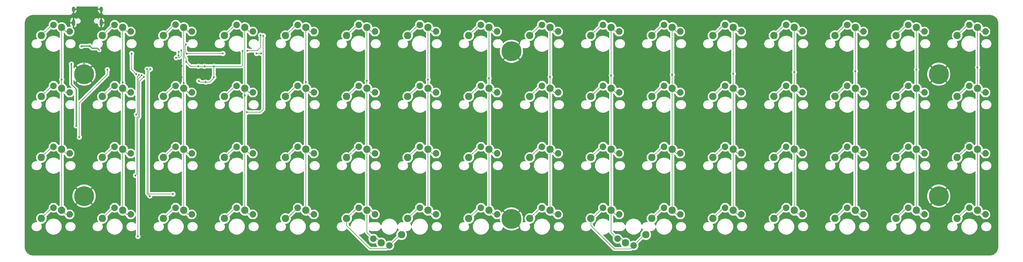
<source format=gbr>
%TF.GenerationSoftware,KiCad,Pcbnew,(6.0.0)*%
%TF.CreationDate,2022-05-01T17:24:25-04:00*%
%TF.ProjectId,HL-2040,484c2d32-3034-4302-9e6b-696361645f70,Mark 2 Rev F*%
%TF.SameCoordinates,Original*%
%TF.FileFunction,Copper,L1,Top*%
%TF.FilePolarity,Positive*%
%FSLAX46Y46*%
G04 Gerber Fmt 4.6, Leading zero omitted, Abs format (unit mm)*
G04 Created by KiCad (PCBNEW (6.0.0)) date 2022-05-01 17:24:25*
%MOMM*%
%LPD*%
G01*
G04 APERTURE LIST*
%TA.AperFunction,ComponentPad*%
%ADD10C,6.200000*%
%TD*%
%TA.AperFunction,ComponentPad*%
%ADD11C,2.032000*%
%TD*%
%TA.AperFunction,ComponentPad*%
%ADD12C,2.286000*%
%TD*%
%TA.AperFunction,ComponentPad*%
%ADD13O,1.000000X1.600000*%
%TD*%
%TA.AperFunction,ComponentPad*%
%ADD14O,1.000000X2.100000*%
%TD*%
%TA.AperFunction,ViaPad*%
%ADD15C,0.600000*%
%TD*%
%TA.AperFunction,ViaPad*%
%ADD16C,0.800000*%
%TD*%
%TA.AperFunction,Conductor*%
%ADD17C,0.200000*%
%TD*%
%TA.AperFunction,Conductor*%
%ADD18C,0.300000*%
%TD*%
G04 APERTURE END LIST*
D10*
%TO.P,H6,1,1*%
%TO.N,GND*%
X315098900Y-128579400D03*
%TD*%
%TO.P,H5,1,1*%
%TO.N,GND*%
X315098900Y-90481800D03*
%TD*%
%TO.P,H4,1,1*%
%TO.N,GND*%
X181757300Y-135722700D03*
%TD*%
%TO.P,H3,1,1*%
%TO.N,GND*%
X181757300Y-83338500D03*
%TD*%
%TO.P,H2,1,1*%
%TO.N,GND*%
X48415700Y-128579400D03*
%TD*%
%TO.P,H1,1,1*%
%TO.N,GND*%
X48415700Y-90481800D03*
%TD*%
D11*
%TO.P,K2,1*%
%TO.N,20*%
X62943750Y-77162500D03*
D12*
X60483750Y-75882500D03*
D11*
%TO.P,K2,2*%
%TO.N,Net-(D2-Pad2)*%
X57943750Y-75062500D03*
D12*
X54133750Y-78422500D03*
%TD*%
D11*
%TO.P,K3,1*%
%TO.N,19*%
X81993750Y-77149800D03*
D12*
X79533750Y-75869800D03*
D11*
%TO.P,K3,2*%
%TO.N,Net-(D3-Pad2)*%
X76993750Y-75049800D03*
D12*
X73183750Y-78409800D03*
%TD*%
D11*
%TO.P,K6,1*%
%TO.N,10*%
X139143750Y-77162500D03*
D12*
X136683750Y-75882500D03*
D11*
%TO.P,K6,2*%
%TO.N,Net-(D6-Pad2)*%
X134143750Y-75062500D03*
D12*
X130333750Y-78422500D03*
%TD*%
D11*
%TO.P,K7,1*%
%TO.N,9*%
X158193750Y-77162500D03*
D12*
X155733750Y-75882500D03*
%TO.P,K7,2*%
%TO.N,Net-(D7-Pad2)*%
X149383750Y-78422500D03*
D11*
X153193750Y-75062500D03*
%TD*%
%TO.P,K8,1*%
%TO.N,8*%
X177243750Y-77162500D03*
D12*
X174783750Y-75882500D03*
%TO.P,K8,2*%
%TO.N,Net-(D8-Pad2)*%
X168433750Y-78422500D03*
D11*
X172243750Y-75062500D03*
%TD*%
D12*
%TO.P,K9,1*%
%TO.N,7*%
X193833750Y-75882500D03*
D11*
X196293750Y-77162500D03*
D12*
%TO.P,K9,2*%
%TO.N,Net-(D9-Pad2)*%
X187483750Y-78422500D03*
D11*
X191293750Y-75062500D03*
%TD*%
D12*
%TO.P,K10,1*%
%TO.N,6*%
X212883750Y-75882500D03*
D11*
X215343750Y-77162500D03*
%TO.P,K10,2*%
%TO.N,Net-(D10-Pad2)*%
X210343750Y-75062500D03*
D12*
X206533750Y-78422500D03*
%TD*%
%TO.P,K11,1*%
%TO.N,5*%
X231933750Y-75882500D03*
D11*
X234393750Y-77162500D03*
%TO.P,K11,2*%
%TO.N,Net-(D11-Pad2)*%
X229393750Y-75062500D03*
D12*
X225583750Y-78422500D03*
%TD*%
%TO.P,K12,1*%
%TO.N,4*%
X250983750Y-75882500D03*
D11*
X253443750Y-77162500D03*
%TO.P,K12,2*%
%TO.N,Net-(D12-Pad2)*%
X248443750Y-75062500D03*
D12*
X244633750Y-78422500D03*
%TD*%
%TO.P,K13,1*%
%TO.N,3*%
X270033750Y-75882500D03*
D11*
X272493750Y-77162500D03*
D12*
%TO.P,K13,2*%
%TO.N,Net-(D13-Pad2)*%
X263683750Y-78422500D03*
D11*
X267493750Y-75062500D03*
%TD*%
D12*
%TO.P,K14,1*%
%TO.N,2*%
X289083750Y-75882500D03*
D11*
X291543750Y-77162500D03*
D12*
%TO.P,K14,2*%
%TO.N,Net-(D14-Pad2)*%
X282733750Y-78422500D03*
D11*
X286543750Y-75062500D03*
%TD*%
D12*
%TO.P,K15,1*%
%TO.N,1*%
X308133750Y-75882500D03*
D11*
X310593750Y-77162500D03*
%TO.P,K15,2*%
%TO.N,Net-(D15-Pad2)*%
X305593750Y-75062500D03*
D12*
X301783750Y-78422500D03*
%TD*%
D11*
%TO.P,K16,1*%
%TO.N,0*%
X329643750Y-77162500D03*
D12*
X327183750Y-75882500D03*
%TO.P,K16,2*%
%TO.N,Net-(D16-Pad2)*%
X320833750Y-78422500D03*
D11*
X324643750Y-75062500D03*
%TD*%
%TO.P,K17,1*%
%TO.N,21*%
X43893750Y-96212500D03*
D12*
X41433750Y-94932500D03*
D11*
%TO.P,K17,2*%
%TO.N,Net-(D17-Pad2)*%
X38893750Y-94112500D03*
D12*
X35083750Y-97472500D03*
%TD*%
%TO.P,K18,1*%
%TO.N,20*%
X60483750Y-94932500D03*
D11*
X62943750Y-96212500D03*
D12*
%TO.P,K18,2*%
%TO.N,Net-(D18-Pad2)*%
X54133750Y-97472500D03*
D11*
X57943750Y-94112500D03*
%TD*%
%TO.P,K19,1*%
%TO.N,19*%
X81993750Y-96212500D03*
D12*
X79533750Y-94932500D03*
%TO.P,K19,2*%
%TO.N,Net-(D19-Pad2)*%
X73183750Y-97472500D03*
D11*
X76993750Y-94112500D03*
%TD*%
D12*
%TO.P,K22,1*%
%TO.N,10*%
X136683750Y-94932500D03*
D11*
X139143750Y-96212500D03*
D12*
%TO.P,K22,2*%
%TO.N,Net-(D22-Pad2)*%
X130333750Y-97472500D03*
D11*
X134143750Y-94112500D03*
%TD*%
D12*
%TO.P,K23,1*%
%TO.N,9*%
X155733750Y-94932500D03*
D11*
X158193750Y-96212500D03*
D12*
%TO.P,K23,2*%
%TO.N,Net-(D23-Pad2)*%
X149383750Y-97472500D03*
D11*
X153193750Y-94112500D03*
%TD*%
D12*
%TO.P,K24,1*%
%TO.N,8*%
X174783750Y-94932500D03*
D11*
X177243750Y-96212500D03*
D12*
%TO.P,K24,2*%
%TO.N,Net-(D24-Pad2)*%
X168433750Y-97472500D03*
D11*
X172243750Y-94112500D03*
%TD*%
D12*
%TO.P,K25,1*%
%TO.N,7*%
X193833750Y-94932500D03*
D11*
X196293750Y-96212500D03*
%TO.P,K25,2*%
%TO.N,Net-(D25-Pad2)*%
X191293750Y-94112500D03*
D12*
X187483750Y-97472500D03*
%TD*%
D11*
%TO.P,K26,1*%
%TO.N,6*%
X215343750Y-96212500D03*
D12*
X212883750Y-94932500D03*
D11*
%TO.P,K26,2*%
%TO.N,Net-(D26-Pad2)*%
X210343750Y-94112500D03*
D12*
X206533750Y-97472500D03*
%TD*%
D11*
%TO.P,K27,1*%
%TO.N,5*%
X234393750Y-96212500D03*
D12*
X231933750Y-94932500D03*
D11*
%TO.P,K27,2*%
%TO.N,Net-(D27-Pad2)*%
X229393750Y-94112500D03*
D12*
X225583750Y-97472500D03*
%TD*%
D11*
%TO.P,K28,1*%
%TO.N,4*%
X253443750Y-96212500D03*
D12*
X250983750Y-94932500D03*
D11*
%TO.P,K28,2*%
%TO.N,Net-(D28-Pad2)*%
X248443750Y-94112500D03*
D12*
X244633750Y-97472500D03*
%TD*%
%TO.P,K29,1*%
%TO.N,3*%
X270033750Y-94932500D03*
D11*
X272493750Y-96212500D03*
%TO.P,K29,2*%
%TO.N,Net-(D29-Pad2)*%
X267493750Y-94112500D03*
D12*
X263683750Y-97472500D03*
%TD*%
%TO.P,K30,1*%
%TO.N,2*%
X289083750Y-94932500D03*
D11*
X291543750Y-96212500D03*
D12*
%TO.P,K30,2*%
%TO.N,Net-(D30-Pad2)*%
X282733750Y-97472500D03*
D11*
X286543750Y-94112500D03*
%TD*%
%TO.P,K31,1*%
%TO.N,1*%
X310593750Y-96212500D03*
D12*
X308133750Y-94932500D03*
%TO.P,K31,2*%
%TO.N,Net-(D31-Pad2)*%
X301783750Y-97472500D03*
D11*
X305593750Y-94112500D03*
%TD*%
D12*
%TO.P,K32,1*%
%TO.N,0*%
X327183750Y-94932500D03*
D11*
X329643750Y-96212500D03*
%TO.P,K32,2*%
%TO.N,Net-(D32-Pad2)*%
X324643750Y-94112500D03*
D12*
X320833750Y-97472500D03*
%TD*%
D11*
%TO.P,K33,1*%
%TO.N,21*%
X43893750Y-115262500D03*
D12*
X41433750Y-113982500D03*
D11*
%TO.P,K33,2*%
%TO.N,Net-(D33-Pad2)*%
X38893750Y-113162500D03*
D12*
X35083750Y-116522500D03*
%TD*%
D11*
%TO.P,K34,1*%
%TO.N,20*%
X62943750Y-115262500D03*
D12*
X60483750Y-113982500D03*
D11*
%TO.P,K34,2*%
%TO.N,Net-(D34-Pad2)*%
X57943750Y-113162500D03*
D12*
X54133750Y-116522500D03*
%TD*%
D11*
%TO.P,K35,1*%
%TO.N,19*%
X81993750Y-115262500D03*
D12*
X79533750Y-113982500D03*
D11*
%TO.P,K35,2*%
%TO.N,Net-(D35-Pad2)*%
X76993750Y-113162500D03*
D12*
X73183750Y-116522500D03*
%TD*%
%TO.P,K36,1*%
%TO.N,12*%
X98583750Y-113982500D03*
D11*
X101043750Y-115262500D03*
D12*
%TO.P,K36,2*%
%TO.N,Net-(D36-Pad2)*%
X92233750Y-116522500D03*
D11*
X96043750Y-113162500D03*
%TD*%
D12*
%TO.P,K37,1*%
%TO.N,11*%
X117633750Y-113982500D03*
D11*
X120093750Y-115262500D03*
%TO.P,K37,2*%
%TO.N,Net-(D37-Pad2)*%
X115093750Y-113162500D03*
D12*
X111283750Y-116522500D03*
%TD*%
D11*
%TO.P,K38,1*%
%TO.N,10*%
X139143750Y-115262500D03*
D12*
X136683750Y-113982500D03*
D11*
%TO.P,K38,2*%
%TO.N,Net-(D38-Pad2)*%
X134143750Y-113162500D03*
D12*
X130333750Y-116522500D03*
%TD*%
%TO.P,K39,1*%
%TO.N,9*%
X155733750Y-113982500D03*
D11*
X158193750Y-115262500D03*
%TO.P,K39,2*%
%TO.N,Net-(D39-Pad2)*%
X153193750Y-113162500D03*
D12*
X149383750Y-116522500D03*
%TD*%
D11*
%TO.P,K40,1*%
%TO.N,8*%
X177243750Y-115262500D03*
D12*
X174783750Y-113982500D03*
D11*
%TO.P,K40,2*%
%TO.N,Net-(D40-Pad2)*%
X172243750Y-113162500D03*
D12*
X168433750Y-116522500D03*
%TD*%
D11*
%TO.P,K41,1*%
%TO.N,7*%
X196293750Y-115262500D03*
D12*
X193833750Y-113982500D03*
D11*
%TO.P,K41,2*%
%TO.N,Net-(D41-Pad2)*%
X191293750Y-113162500D03*
D12*
X187483750Y-116522500D03*
%TD*%
%TO.P,K42,1*%
%TO.N,6*%
X212883750Y-113982500D03*
D11*
X215343750Y-115262500D03*
D12*
%TO.P,K42,2*%
%TO.N,Net-(D42-Pad2)*%
X206533750Y-116522500D03*
D11*
X210343750Y-113162500D03*
%TD*%
%TO.P,K43,1*%
%TO.N,5*%
X234393750Y-115262500D03*
D12*
X231933750Y-113982500D03*
%TO.P,K43,2*%
%TO.N,Net-(D43-Pad2)*%
X225583750Y-116522500D03*
D11*
X229393750Y-113162500D03*
%TD*%
D12*
%TO.P,K44,1*%
%TO.N,4*%
X250983750Y-113982500D03*
D11*
X253443750Y-115262500D03*
%TO.P,K44,2*%
%TO.N,Net-(D44-Pad2)*%
X248443750Y-113162500D03*
D12*
X244633750Y-116522500D03*
%TD*%
%TO.P,K45,1*%
%TO.N,3*%
X270033750Y-113982500D03*
D11*
X272493750Y-115262500D03*
%TO.P,K45,2*%
%TO.N,Net-(D45-Pad2)*%
X267493750Y-113162500D03*
D12*
X263683750Y-116522500D03*
%TD*%
%TO.P,K46,1*%
%TO.N,2*%
X289083750Y-113982500D03*
D11*
X291543750Y-115262500D03*
%TO.P,K46,2*%
%TO.N,Net-(D46-Pad2)*%
X286543750Y-113162500D03*
D12*
X282733750Y-116522500D03*
%TD*%
D11*
%TO.P,K47,1*%
%TO.N,1*%
X310593750Y-115262500D03*
D12*
X308133750Y-113982500D03*
%TO.P,K47,2*%
%TO.N,Net-(D47-Pad2)*%
X301783750Y-116522500D03*
D11*
X305593750Y-113162500D03*
%TD*%
D12*
%TO.P,K48,1*%
%TO.N,0*%
X327183750Y-113982500D03*
D11*
X329643750Y-115262500D03*
D12*
%TO.P,K48,2*%
%TO.N,Net-(D48-Pad2)*%
X320833750Y-116522500D03*
D11*
X324643750Y-113162500D03*
%TD*%
%TO.P,K49,1*%
%TO.N,21*%
X43893750Y-134312500D03*
D12*
X41433750Y-133032500D03*
D11*
%TO.P,K49,2*%
%TO.N,Net-(D49-Pad2)*%
X38893750Y-132212500D03*
D12*
X35083750Y-135572500D03*
%TD*%
D11*
%TO.P,K50,1*%
%TO.N,20*%
X62943750Y-134312500D03*
D12*
X60483750Y-133032500D03*
D11*
%TO.P,K50,2*%
%TO.N,Net-(D50-Pad2)*%
X57943750Y-132212500D03*
D12*
X54133750Y-135572500D03*
%TD*%
%TO.P,K51,1*%
%TO.N,19*%
X79533750Y-133032500D03*
D11*
X81993750Y-134312500D03*
D12*
%TO.P,K51,2*%
%TO.N,Net-(D51-Pad2)*%
X73183750Y-135572500D03*
D11*
X76993750Y-132212500D03*
%TD*%
%TO.P,K52,1*%
%TO.N,12*%
X101043750Y-134312500D03*
D12*
X98583750Y-133032500D03*
D11*
%TO.P,K52,2*%
%TO.N,Net-(D52-Pad2)*%
X96043750Y-132212500D03*
D12*
X92233750Y-135572500D03*
%TD*%
D11*
%TO.P,K53,1*%
%TO.N,11*%
X120093750Y-134312500D03*
D12*
X117633750Y-133032500D03*
%TO.P,K53,2*%
%TO.N,Net-(D53-Pad2)*%
X111283750Y-135572500D03*
D11*
X115093750Y-132212500D03*
%TD*%
%TO.P,K54,1*%
%TO.N,10*%
X138668150Y-141912500D03*
D12*
X141128150Y-143192500D03*
D11*
X139143750Y-134312500D03*
D12*
X136683750Y-133032500D03*
%TO.P,K54,2*%
%TO.N,Net-(D54-Pad2)*%
X130333750Y-135572500D03*
D11*
X134143750Y-132212500D03*
D12*
X147478150Y-140652500D03*
D11*
X143668150Y-144012500D03*
%TD*%
D12*
%TO.P,K55,1*%
%TO.N,9*%
X155733750Y-133032500D03*
D11*
X158193750Y-134312500D03*
%TO.P,K55,2*%
%TO.N,Net-(D55-Pad2)*%
X153193750Y-132212500D03*
D12*
X149383750Y-135572500D03*
%TD*%
%TO.P,K56,1*%
%TO.N,8*%
X174783750Y-133032500D03*
D11*
X177243750Y-134312500D03*
D12*
%TO.P,K56,2*%
%TO.N,Net-(D56-Pad2)*%
X168433750Y-135572500D03*
D11*
X172243750Y-132212500D03*
%TD*%
%TO.P,K57,1*%
%TO.N,7*%
X196293750Y-134312500D03*
D12*
X193833750Y-133032500D03*
D11*
%TO.P,K57,2*%
%TO.N,Net-(D57-Pad2)*%
X191293750Y-132212500D03*
D12*
X187483750Y-135572500D03*
%TD*%
%TO.P,K58,1*%
%TO.N,6*%
X217328150Y-143192500D03*
X212883750Y-133032500D03*
D11*
X214868150Y-141912500D03*
X215343750Y-134312500D03*
D12*
%TO.P,K58,2*%
%TO.N,Net-(D58-Pad2)*%
X206533750Y-135572500D03*
D11*
X210343750Y-132212500D03*
D12*
X223678150Y-140652500D03*
D11*
X219868150Y-144012500D03*
%TD*%
%TO.P,K59,1*%
%TO.N,5*%
X234393750Y-134312500D03*
D12*
X231933750Y-133032500D03*
%TO.P,K59,2*%
%TO.N,Net-(D59-Pad2)*%
X225583750Y-135572500D03*
D11*
X229393750Y-132212500D03*
%TD*%
%TO.P,K60,1*%
%TO.N,4*%
X253443750Y-134312500D03*
D12*
X250983750Y-133032500D03*
D11*
%TO.P,K60,2*%
%TO.N,Net-(D60-Pad2)*%
X248443750Y-132212500D03*
D12*
X244633750Y-135572500D03*
%TD*%
%TO.P,K61,1*%
%TO.N,3*%
X270033750Y-133032500D03*
D11*
X272493750Y-134312500D03*
%TO.P,K61,2*%
%TO.N,Net-(D61-Pad2)*%
X267493750Y-132212500D03*
D12*
X263683750Y-135572500D03*
%TD*%
%TO.P,K62,1*%
%TO.N,2*%
X289083750Y-133032500D03*
D11*
X291543750Y-134312500D03*
D12*
%TO.P,K62,2*%
%TO.N,Net-(D62-Pad2)*%
X282733750Y-135572500D03*
D11*
X286543750Y-132212500D03*
%TD*%
D12*
%TO.P,K63,1*%
%TO.N,1*%
X308133750Y-133032500D03*
D11*
X310593750Y-134312500D03*
%TO.P,K63,2*%
%TO.N,Net-(D63-Pad2)*%
X305593750Y-132212500D03*
D12*
X301783750Y-135572500D03*
%TD*%
%TO.P,K64,1*%
%TO.N,0*%
X327183750Y-133032500D03*
D11*
X329643750Y-134312500D03*
D12*
%TO.P,K64,2*%
%TO.N,Net-(D64-Pad2)*%
X320833750Y-135572500D03*
D11*
X324643750Y-132212500D03*
%TD*%
D12*
%TO.P,K1,1*%
%TO.N,21*%
X41433750Y-75882500D03*
D11*
X43893750Y-77162500D03*
%TO.P,K1,2*%
%TO.N,Net-(D1-Pad2)*%
X38893750Y-75062500D03*
D12*
X35083750Y-78422500D03*
%TD*%
%TO.P,K4,1*%
%TO.N,12*%
X98583750Y-75882500D03*
D11*
X101043750Y-77162500D03*
D12*
%TO.P,K4,2*%
%TO.N,Net-(D4-Pad2)*%
X92233750Y-78422500D03*
D11*
X96043750Y-75062500D03*
%TD*%
%TO.P,K5,1*%
%TO.N,11*%
X120093750Y-77162500D03*
D12*
X117633750Y-75882500D03*
D11*
%TO.P,K5,2*%
%TO.N,Net-(D5-Pad2)*%
X115093750Y-75062500D03*
D12*
X111283750Y-78422500D03*
%TD*%
D11*
%TO.P,K21,1*%
%TO.N,11*%
X120093750Y-96212500D03*
D12*
X117633750Y-94932500D03*
%TO.P,K21,2*%
%TO.N,Net-(D21-Pad2)*%
X111283750Y-97472500D03*
D11*
X115093750Y-94112500D03*
%TD*%
%TO.P,K20,1*%
%TO.N,12*%
X101043750Y-96212500D03*
D12*
X98583750Y-94932500D03*
%TO.P,K20,2*%
%TO.N,Net-(D20-Pad2)*%
X92233750Y-97472500D03*
D11*
X96043750Y-94112500D03*
%TD*%
D13*
%TO.P,J0,S1,SHIELD*%
%TO.N,GND*%
X45083000Y-70197000D03*
D14*
X45083000Y-74377000D03*
D13*
X53723000Y-70197000D03*
D14*
X53723000Y-74377000D03*
%TD*%
D15*
%TO.N,28{slash}A2*%
X55676800Y-89077800D03*
%TO.N,+3V3*%
X44447200Y-87315300D03*
%TO.N,GND*%
X93980000Y-91694000D03*
X78934250Y-91440000D03*
X53848000Y-86741000D03*
X93662500Y-86578500D03*
X50800000Y-80010000D03*
X44704000Y-82981800D03*
X68258200Y-79370000D03*
X95377000Y-85064600D03*
X97485200Y-78155800D03*
X88620600Y-75057000D03*
X143179800Y-142062200D03*
X208661000Y-135636000D03*
X47752000Y-86233000D03*
X212369400Y-141833600D03*
X92800000Y-95000000D03*
X219400000Y-141900000D03*
X85300000Y-90500000D03*
X217093800Y-139852400D03*
X57429400Y-85801200D03*
X78934250Y-87884000D03*
X140843000Y-139750800D03*
X136194800Y-142062200D03*
X145389600Y-140639800D03*
X101600000Y-94456250D03*
X222100000Y-135700000D03*
X81838800Y-83235800D03*
X48056800Y-79933800D03*
D16*
X46880752Y-84925900D03*
D15*
X133680200Y-134620000D03*
X62900000Y-112300000D03*
X84785200Y-82397600D03*
X86500000Y-89300000D03*
X80700000Y-79000000D03*
X86518750Y-90487500D03*
X53971600Y-90481800D03*
X91084400Y-74676000D03*
X80957400Y-93656600D03*
X86500000Y-91700000D03*
X87600000Y-90500000D03*
X62700000Y-125200000D03*
X96831400Y-96037700D03*
X50393600Y-86461600D03*
%TO.N,VBUS*%
X47574200Y-81788000D03*
X50165000Y-81661000D03*
%TO.N,+3V3*%
X45974000Y-106654600D03*
%TO.N,~{RESET}*%
X104343200Y-78486000D03*
X99212400Y-102387400D03*
%TO.N,DB+*%
X78740000Y-83058000D03*
X77165384Y-85351693D03*
%TO.N,DB-*%
X77851000Y-84709000D03*
X77978000Y-83439000D03*
%TO.N,0*%
X327183750Y-88347550D03*
%TO.N,1*%
X308133750Y-89058750D03*
%TO.N,2*%
X289083750Y-89535000D03*
%TO.N,3*%
X270033750Y-89852500D03*
%TO.N,4*%
X250983750Y-90328750D03*
%TO.N,5*%
X231933750Y-90646250D03*
%TO.N,6*%
X212883750Y-90900250D03*
%TO.N,7*%
X193833750Y-91319350D03*
%TO.N,8*%
X174783750Y-91751150D03*
%TO.N,9*%
X155733750Y-92221050D03*
%TO.N,10*%
X136683750Y-92538550D03*
%TO.N,11*%
X117633750Y-92944950D03*
%TO.N,12*%
X98583750Y-97110550D03*
%TO.N,19*%
X79533750Y-93237050D03*
%TO.N,20*%
X60483750Y-93021150D03*
%TO.N,21*%
X41433750Y-92157550D03*
%TO.N,22*%
X67056000Y-91338400D03*
X65206650Y-141193750D03*
%TO.N,23*%
X64460350Y-122143750D03*
X66370200Y-90881200D03*
%TO.N,24*%
X64698650Y-103093750D03*
X65557400Y-90728800D03*
%TO.N,25*%
X64719200Y-90474800D03*
X103719500Y-84023200D03*
X80391000Y-84048600D03*
X63266550Y-84043750D03*
X102209600Y-84023200D03*
X91719400Y-84023200D03*
%TO.N,26{slash}A0*%
X76149200Y-127965200D03*
X69088000Y-88900000D03*
%TO.N,27{slash}A1*%
X68072000Y-88900000D03*
X68910200Y-128574800D03*
%TO.N,28{slash}A2*%
X46913800Y-110185200D03*
%TO.N,+3V3*%
X103467580Y-78304052D03*
X88900000Y-91440000D03*
X99433132Y-83151204D03*
X88900000Y-88011000D03*
X97910104Y-83190371D03*
X86360000Y-92964000D03*
X84074000Y-88011000D03*
X80238600Y-86614000D03*
X80142085Y-81193174D03*
X84201000Y-92583000D03*
X85979000Y-88011000D03*
%TD*%
D17*
%TO.N,28{slash}A2*%
X46863000Y-99441000D02*
X55676800Y-90627200D01*
X55676800Y-90627200D02*
X55676800Y-89077800D01*
X46863000Y-110134400D02*
X46863000Y-99441000D01*
X46913800Y-110185200D02*
X46863000Y-110134400D01*
D18*
%TO.N,+3V3*%
X44447200Y-93656600D02*
X44447200Y-87315300D01*
%TO.N,GND*%
X48415700Y-86896700D02*
X47752000Y-86233000D01*
X48415700Y-90481800D02*
X48415700Y-86896700D01*
%TO.N,VBUS*%
X50165000Y-81661000D02*
X50901600Y-82397600D01*
X50165000Y-81661000D02*
X47701200Y-81661000D01*
X47701200Y-81661000D02*
X47574200Y-81788000D01*
X50901600Y-82397600D02*
X52578000Y-82397600D01*
%TO.N,+3V3*%
X45974000Y-95183400D02*
X44447200Y-93656600D01*
%TO.N,VBUS*%
X52578000Y-82397600D02*
X53162200Y-82981800D01*
%TO.N,+3V3*%
X45974000Y-106654600D02*
X45974000Y-105791000D01*
X45974000Y-105791000D02*
X45974000Y-95183400D01*
D17*
%TO.N,Net-(D1-Pad2)*%
X35083750Y-78422500D02*
X38443750Y-75062500D01*
X38443750Y-75062500D02*
X38893750Y-75062500D01*
%TO.N,Net-(D2-Pad2)*%
X54133750Y-78422500D02*
X57493750Y-75062500D01*
X57493750Y-75062500D02*
X57943750Y-75062500D01*
%TO.N,Net-(D3-Pad2)*%
X73183750Y-78409800D02*
X76543750Y-75049800D01*
X76543750Y-75049800D02*
X76993750Y-75049800D01*
%TO.N,Net-(D4-Pad2)*%
X95593750Y-75062500D02*
X96043750Y-75062500D01*
X92233750Y-78422500D02*
X95593750Y-75062500D01*
%TO.N,Net-(D5-Pad2)*%
X111283750Y-78422500D02*
X114643750Y-75062500D01*
X114643750Y-75062500D02*
X115093750Y-75062500D01*
%TO.N,Net-(D6-Pad2)*%
X133693750Y-75062500D02*
X134143750Y-75062500D01*
X130333750Y-78422500D02*
X133693750Y-75062500D01*
%TO.N,Net-(D7-Pad2)*%
X149383750Y-78422500D02*
X152743750Y-75062500D01*
X152743750Y-75062500D02*
X153193750Y-75062500D01*
%TO.N,Net-(D8-Pad2)*%
X171793750Y-75062500D02*
X172243750Y-75062500D01*
X168433750Y-78422500D02*
X171793750Y-75062500D01*
%TO.N,Net-(D9-Pad2)*%
X190843750Y-75062500D02*
X191293750Y-75062500D01*
X187483750Y-78422500D02*
X190843750Y-75062500D01*
%TO.N,Net-(D10-Pad2)*%
X206533750Y-78422500D02*
X209893750Y-75062500D01*
X209893750Y-75062500D02*
X210343750Y-75062500D01*
%TO.N,Net-(D11-Pad2)*%
X228943750Y-75062500D02*
X229393750Y-75062500D01*
X225583750Y-78422500D02*
X228943750Y-75062500D01*
%TO.N,Net-(D12-Pad2)*%
X244633750Y-78422500D02*
X247993750Y-75062500D01*
X247993750Y-75062500D02*
X248443750Y-75062500D01*
%TO.N,Net-(D13-Pad2)*%
X267043750Y-75062500D02*
X267493750Y-75062500D01*
X263683750Y-78422500D02*
X267043750Y-75062500D01*
%TO.N,Net-(D14-Pad2)*%
X286512850Y-75031600D02*
X286543750Y-75062500D01*
X286124650Y-75031600D02*
X286512850Y-75031600D01*
X282733750Y-78422500D02*
X286124650Y-75031600D01*
%TO.N,Net-(D15-Pad2)*%
X305143750Y-75062500D02*
X305593750Y-75062500D01*
X301783750Y-78422500D02*
X305143750Y-75062500D01*
%TO.N,Net-(D16-Pad2)*%
X324193750Y-75062500D02*
X324643750Y-75062500D01*
X320833750Y-78422500D02*
X324193750Y-75062500D01*
%TO.N,Net-(D17-Pad2)*%
X38443750Y-94112500D02*
X38893750Y-94112500D01*
X35083750Y-97472500D02*
X38443750Y-94112500D01*
%TO.N,Net-(D18-Pad2)*%
X54133750Y-97472500D02*
X57493750Y-94112500D01*
X57493750Y-94112500D02*
X57943750Y-94112500D01*
%TO.N,Net-(D19-Pad2)*%
X76543750Y-94112500D02*
X76993750Y-94112500D01*
X73183750Y-97472500D02*
X76543750Y-94112500D01*
%TO.N,Net-(D20-Pad2)*%
X92233750Y-97472500D02*
X95593750Y-94112500D01*
X95593750Y-94112500D02*
X96043750Y-94112500D01*
%TO.N,Net-(D21-Pad2)*%
X114643750Y-94112500D02*
X115093750Y-94112500D01*
X111283750Y-97472500D02*
X114643750Y-94112500D01*
%TO.N,Net-(D22-Pad2)*%
X130333750Y-97472500D02*
X133693750Y-94112500D01*
X133693750Y-94112500D02*
X134143750Y-94112500D01*
%TO.N,Net-(D23-Pad2)*%
X152743750Y-94112500D02*
X153193750Y-94112500D01*
X149383750Y-97472500D02*
X152743750Y-94112500D01*
%TO.N,Net-(D24-Pad2)*%
X171793750Y-94112500D02*
X172243750Y-94112500D01*
X168433750Y-97472500D02*
X171793750Y-94112500D01*
%TO.N,Net-(D25-Pad2)*%
X187483750Y-97472500D02*
X190843750Y-94112500D01*
X190843750Y-94112500D02*
X191293750Y-94112500D01*
%TO.N,Net-(D26-Pad2)*%
X209893750Y-94112500D02*
X210343750Y-94112500D01*
X206533750Y-97472500D02*
X209893750Y-94112500D01*
%TO.N,Net-(D27-Pad2)*%
X225583750Y-97472500D02*
X228943750Y-94112500D01*
X228943750Y-94112500D02*
X229393750Y-94112500D01*
%TO.N,Net-(D28-Pad2)*%
X247993750Y-94112500D02*
X248443750Y-94112500D01*
X244633750Y-97472500D02*
X247993750Y-94112500D01*
%TO.N,Net-(D29-Pad2)*%
X267043750Y-94112500D02*
X267493750Y-94112500D01*
X263683750Y-97472500D02*
X267043750Y-94112500D01*
%TO.N,Net-(D30-Pad2)*%
X286093750Y-94112500D02*
X286543750Y-94112500D01*
X282733750Y-97472500D02*
X286093750Y-94112500D01*
%TO.N,Net-(D31-Pad2)*%
X301783750Y-97472500D02*
X305143750Y-94112500D01*
X305143750Y-94112500D02*
X305593750Y-94112500D01*
%TO.N,Net-(D32-Pad2)*%
X324193750Y-94112500D02*
X324643750Y-94112500D01*
X320833750Y-97472500D02*
X324193750Y-94112500D01*
%TO.N,Net-(D33-Pad2)*%
X38443750Y-113162500D02*
X38893750Y-113162500D01*
X35083750Y-116522500D02*
X38443750Y-113162500D01*
%TO.N,Net-(D34-Pad2)*%
X54133750Y-116522500D02*
X57493750Y-113162500D01*
X57493750Y-113162500D02*
X57943750Y-113162500D01*
%TO.N,Net-(D35-Pad2)*%
X76543750Y-113162500D02*
X76993750Y-113162500D01*
X73183750Y-116522500D02*
X76543750Y-113162500D01*
%TO.N,Net-(D36-Pad2)*%
X95593750Y-113162500D02*
X96043750Y-113162500D01*
X92233750Y-116522500D02*
X95593750Y-113162500D01*
%TO.N,Net-(D37-Pad2)*%
X114643750Y-113162500D02*
X115093750Y-113162500D01*
X111283750Y-116522500D02*
X114643750Y-113162500D01*
%TO.N,Net-(D38-Pad2)*%
X130333750Y-116522500D02*
X133693750Y-113162500D01*
X133693750Y-113162500D02*
X134143750Y-113162500D01*
%TO.N,Net-(D39-Pad2)*%
X149383750Y-116522500D02*
X152743750Y-113162500D01*
X152743750Y-113162500D02*
X153193750Y-113162500D01*
%TO.N,Net-(D40-Pad2)*%
X168433750Y-116522500D02*
X171793750Y-113162500D01*
X171793750Y-113162500D02*
X172243750Y-113162500D01*
%TO.N,Net-(D41-Pad2)*%
X187483750Y-116522500D02*
X190843750Y-113162500D01*
X190843750Y-113162500D02*
X191293750Y-113162500D01*
%TO.N,Net-(D42-Pad2)*%
X206533750Y-116522500D02*
X209893750Y-113162500D01*
X209893750Y-113162500D02*
X210343750Y-113162500D01*
%TO.N,Net-(D43-Pad2)*%
X228943750Y-113162500D02*
X229393750Y-113162500D01*
X225583750Y-116522500D02*
X228943750Y-113162500D01*
%TO.N,Net-(D44-Pad2)*%
X244633750Y-116522500D02*
X247993750Y-113162500D01*
X247993750Y-113162500D02*
X248443750Y-113162500D01*
%TO.N,Net-(D45-Pad2)*%
X267043750Y-113162500D02*
X267493750Y-113162500D01*
X263683750Y-116522500D02*
X267043750Y-113162500D01*
%TO.N,Net-(D46-Pad2)*%
X282733750Y-116522500D02*
X286093750Y-113162500D01*
X286093750Y-113162500D02*
X286543750Y-113162500D01*
%TO.N,Net-(D47-Pad2)*%
X305143750Y-113162500D02*
X305593750Y-113162500D01*
X301783750Y-116522500D02*
X305143750Y-113162500D01*
%TO.N,Net-(D48-Pad2)*%
X320833750Y-116522500D02*
X324193750Y-113162500D01*
X324193750Y-113162500D02*
X324643750Y-113162500D01*
%TO.N,Net-(D49-Pad2)*%
X35083750Y-135572500D02*
X38443750Y-132212500D01*
X38443750Y-132212500D02*
X38893750Y-132212500D01*
%TO.N,Net-(D50-Pad2)*%
X54133750Y-135572500D02*
X57493750Y-132212500D01*
X57493750Y-132212500D02*
X57943750Y-132212500D01*
%TO.N,Net-(D51-Pad2)*%
X76543750Y-132212500D02*
X76993750Y-132212500D01*
X73183750Y-135572500D02*
X76543750Y-132212500D01*
%TO.N,Net-(D52-Pad2)*%
X95593750Y-132212500D02*
X96043750Y-132212500D01*
X92233750Y-135572500D02*
X95593750Y-132212500D01*
%TO.N,Net-(D53-Pad2)*%
X115093750Y-132212500D02*
X111733750Y-135572500D01*
X111733750Y-135572500D02*
X111283750Y-135572500D01*
%TO.N,Net-(D54-Pad2)*%
X147028150Y-140652500D02*
X147478150Y-140652500D01*
X130333750Y-135572500D02*
X133693750Y-132212500D01*
X143668150Y-144012500D02*
X142652151Y-145028499D01*
X142652151Y-145028499D02*
X137586299Y-145028499D01*
X137586299Y-145028499D02*
X130333750Y-137775950D01*
X133693750Y-132212500D02*
X134143750Y-132212500D01*
X143668150Y-144012500D02*
X147028150Y-140652500D01*
X130333750Y-137775950D02*
X130333750Y-135572500D01*
%TO.N,Net-(D55-Pad2)*%
X149383750Y-135572500D02*
X152743750Y-132212500D01*
X152743750Y-132212500D02*
X153193750Y-132212500D01*
%TO.N,Net-(D56-Pad2)*%
X168433750Y-135572500D02*
X171793750Y-132212500D01*
X171793750Y-132212500D02*
X172243750Y-132212500D01*
%TO.N,Net-(D57-Pad2)*%
X187483750Y-135572500D02*
X190843750Y-132212500D01*
X190843750Y-132212500D02*
X191293750Y-132212500D01*
%TO.N,Net-(D58-Pad2)*%
X213849674Y-145110200D02*
X206597125Y-137857651D01*
X223228150Y-140652500D02*
X223678150Y-140652500D01*
X219931525Y-144094201D02*
X218915526Y-145110200D01*
X219868150Y-144012500D02*
X223228150Y-140652500D01*
X210343750Y-132212500D02*
X206983750Y-135572500D01*
X218915526Y-145110200D02*
X213849674Y-145110200D01*
X206597125Y-137857651D02*
X206597125Y-135654201D01*
X206983750Y-135572500D02*
X206533750Y-135572500D01*
%TO.N,Net-(D59-Pad2)*%
X228943750Y-132212500D02*
X229393750Y-132212500D01*
X225583750Y-135572500D02*
X228943750Y-132212500D01*
%TO.N,Net-(D60-Pad2)*%
X244633750Y-135572500D02*
X247993750Y-132212500D01*
X247993750Y-132212500D02*
X248443750Y-132212500D01*
%TO.N,Net-(D61-Pad2)*%
X263683750Y-135572500D02*
X267043750Y-132212500D01*
X267043750Y-132212500D02*
X267493750Y-132212500D01*
%TO.N,Net-(D62-Pad2)*%
X286093750Y-132212500D02*
X286543750Y-132212500D01*
X282733750Y-135572500D02*
X286093750Y-132212500D01*
%TO.N,Net-(D63-Pad2)*%
X301783750Y-135572500D02*
X305143750Y-132212500D01*
X305143750Y-132212500D02*
X305593750Y-132212500D01*
%TO.N,Net-(D64-Pad2)*%
X324193750Y-132212500D02*
X324643750Y-132212500D01*
X320833750Y-135572500D02*
X324193750Y-132212500D01*
%TO.N,~{RESET}*%
X104343200Y-78486000D02*
X104343200Y-101498400D01*
X103454200Y-102387400D02*
X99212400Y-102387400D01*
X104343200Y-101498400D02*
X103454200Y-102387400D01*
%TO.N,DB+*%
X78740000Y-84709000D02*
X78105000Y-85344000D01*
X78105000Y-85344000D02*
X77173077Y-85344000D01*
X77173077Y-85344000D02*
X77165384Y-85351693D01*
X78740000Y-83058000D02*
X78740000Y-84709000D01*
%TO.N,DB-*%
X77851000Y-84709000D02*
X77851000Y-83566000D01*
X77851000Y-83566000D02*
X77978000Y-83439000D01*
%TO.N,0*%
X327183750Y-88347550D02*
X327183750Y-75882500D01*
X328463750Y-77162500D02*
X329643750Y-77162500D01*
X328463750Y-134312500D02*
X329643750Y-134312500D01*
X327183750Y-75882500D02*
X328463750Y-77162500D01*
X327183750Y-94932500D02*
X328463750Y-96212500D01*
X327183750Y-133032500D02*
X327183750Y-88347550D01*
X328463750Y-96212500D02*
X329643750Y-96212500D01*
X327183750Y-133032500D02*
X328463750Y-134312500D01*
X328463750Y-115262500D02*
X329643750Y-115262500D01*
X327183750Y-113982500D02*
X328463750Y-115262500D01*
%TO.N,1*%
X308133750Y-133032500D02*
X309413750Y-134312500D01*
X308133750Y-75882500D02*
X309413750Y-77162500D01*
X309413750Y-115262500D02*
X310593750Y-115262500D01*
X308133750Y-75882500D02*
X308133750Y-89058750D01*
X308133750Y-94932500D02*
X309413750Y-96212500D01*
X308133750Y-113982500D02*
X309413750Y-115262500D01*
X309413750Y-134312500D02*
X310593750Y-134312500D01*
X309413750Y-96212500D02*
X310593750Y-96212500D01*
X308133750Y-89058750D02*
X308133750Y-133032500D01*
X309413750Y-77162500D02*
X310593750Y-77162500D01*
%TO.N,2*%
X289083750Y-75882500D02*
X290363750Y-77162500D01*
X290363750Y-96212500D02*
X291543750Y-96212500D01*
X290363750Y-134312500D02*
X291543750Y-134312500D01*
X289083750Y-89535000D02*
X289083750Y-75882500D01*
X290363750Y-115262500D02*
X291543750Y-115262500D01*
X290363750Y-77162500D02*
X291543750Y-77162500D01*
X289083750Y-133032500D02*
X290363750Y-134312500D01*
X289083750Y-113982500D02*
X290363750Y-115262500D01*
X289083750Y-94932500D02*
X290363750Y-96212500D01*
X289083750Y-133032500D02*
X289083750Y-89535000D01*
%TO.N,3*%
X271313750Y-96212500D02*
X272493750Y-96212500D01*
X270033750Y-75882500D02*
X271313750Y-77162500D01*
X270033750Y-133032500D02*
X270033750Y-89852500D01*
X270033750Y-133032500D02*
X271313750Y-134312500D01*
X270033750Y-94932500D02*
X271313750Y-96212500D01*
X270033750Y-113982500D02*
X271313750Y-115262500D01*
X271313750Y-77162500D02*
X272493750Y-77162500D01*
X271313750Y-115262500D02*
X272493750Y-115262500D01*
X271313750Y-134312500D02*
X272493750Y-134312500D01*
X270033750Y-89852500D02*
X270033750Y-75882500D01*
%TO.N,4*%
X250983750Y-75882500D02*
X252263750Y-77162500D01*
X250983750Y-94932500D02*
X252263750Y-96212500D01*
X250983750Y-75882500D02*
X250983750Y-90328750D01*
X252263750Y-134312500D02*
X253443750Y-134312500D01*
X252263750Y-115262500D02*
X253443750Y-115262500D01*
X252263750Y-96212500D02*
X253443750Y-96212500D01*
X250983750Y-133032500D02*
X252263750Y-134312500D01*
X250983750Y-90328750D02*
X250983750Y-133032500D01*
X252263750Y-77162500D02*
X253443750Y-77162500D01*
X250983750Y-113982500D02*
X252263750Y-115262500D01*
%TO.N,5*%
X233213750Y-115262500D02*
X234393750Y-115262500D01*
X233213750Y-96212500D02*
X234393750Y-96212500D01*
X231933750Y-133032500D02*
X231933750Y-90646250D01*
X231933750Y-113982500D02*
X233213750Y-115262500D01*
X231933750Y-90646250D02*
X231933750Y-75882500D01*
X231933750Y-94932500D02*
X233213750Y-96212500D01*
X231933750Y-75882500D02*
X233213750Y-77162500D01*
X233213750Y-134312500D02*
X234393750Y-134312500D01*
X233213750Y-77162500D02*
X234393750Y-77162500D01*
X231933750Y-133032500D02*
X233213750Y-134312500D01*
%TO.N,6*%
X217328150Y-143192500D02*
X216048150Y-141912500D01*
X214163750Y-115262500D02*
X215343750Y-115262500D01*
X212883750Y-75882500D02*
X214163750Y-77162500D01*
X212883750Y-113982500D02*
X214163750Y-115262500D01*
X214163750Y-96212500D02*
X215343750Y-96212500D01*
X214163750Y-134312500D02*
X215343750Y-134312500D01*
X212883750Y-139928100D02*
X214868150Y-141912500D01*
X212883750Y-94932500D02*
X214163750Y-96212500D01*
X216048150Y-141912500D02*
X214868150Y-141912500D01*
X214163750Y-77162500D02*
X215343750Y-77162500D01*
X212883750Y-133032500D02*
X212883750Y-139928100D01*
X212883750Y-133032500D02*
X214163750Y-134312500D01*
X212883750Y-90900250D02*
X212883750Y-133032500D01*
X212883750Y-75882500D02*
X212883750Y-90900250D01*
%TO.N,7*%
X195113750Y-115262500D02*
X196293750Y-115262500D01*
X193833750Y-113982500D02*
X195113750Y-115262500D01*
X193833750Y-133032500D02*
X193833750Y-91319350D01*
X195113750Y-77162500D02*
X196293750Y-77162500D01*
X193833750Y-75882500D02*
X195113750Y-77162500D01*
X195113750Y-134312500D02*
X196293750Y-134312500D01*
X195113750Y-96212500D02*
X196293750Y-96212500D01*
X193833750Y-94932500D02*
X195113750Y-96212500D01*
X193833750Y-91319350D02*
X193833750Y-75882500D01*
X193833750Y-133032500D02*
X195113750Y-134312500D01*
%TO.N,8*%
X174783750Y-91751150D02*
X174783750Y-133032500D01*
X174783750Y-75882500D02*
X174783750Y-91751150D01*
X174783750Y-75882500D02*
X176063750Y-77162500D01*
X176063750Y-115262500D02*
X177243750Y-115262500D01*
X176063750Y-77162500D02*
X177243750Y-77162500D01*
X176063750Y-134312500D02*
X177243750Y-134312500D01*
X174783750Y-94932500D02*
X176063750Y-96212500D01*
X174783750Y-113982500D02*
X176063750Y-115262500D01*
X174783750Y-133032500D02*
X176063750Y-134312500D01*
X176063750Y-96212500D02*
X177243750Y-96212500D01*
%TO.N,9*%
X155733750Y-92221050D02*
X155733750Y-91954350D01*
X155733750Y-94932500D02*
X157013750Y-96212500D01*
X155733750Y-91954350D02*
X155733750Y-75882500D01*
X157013750Y-115262500D02*
X158193750Y-115262500D01*
X155733750Y-75882500D02*
X157013750Y-77162500D01*
X157013750Y-96212500D02*
X158193750Y-96212500D01*
X157013750Y-134312500D02*
X158193750Y-134312500D01*
X155733750Y-133032500D02*
X155733750Y-92221050D01*
X155733750Y-133032500D02*
X157013750Y-134312500D01*
X157013750Y-77162500D02*
X158193750Y-77162500D01*
X155733750Y-113982500D02*
X157013750Y-115262500D01*
%TO.N,10*%
X136683750Y-113982500D02*
X137963750Y-115262500D01*
X136683750Y-139928100D02*
X136683750Y-133032500D01*
X136683750Y-94932500D02*
X137963750Y-96212500D01*
X137963750Y-96212500D02*
X139143750Y-96212500D01*
X139848150Y-141912500D02*
X138668150Y-141912500D01*
X139143750Y-134312500D02*
X137863750Y-133032500D01*
X138668150Y-141912500D02*
X136683750Y-139928100D01*
X136683750Y-92538550D02*
X136683750Y-75882500D01*
X141128150Y-143192500D02*
X139848150Y-141912500D01*
X136683750Y-133032500D02*
X136683750Y-92538550D01*
X137963750Y-77162500D02*
X139143750Y-77162500D01*
X136683750Y-75882500D02*
X137963750Y-77162500D01*
X137963750Y-115262500D02*
X139143750Y-115262500D01*
X137863750Y-133032500D02*
X136683750Y-133032500D01*
%TO.N,11*%
X117633750Y-113982500D02*
X118913750Y-115262500D01*
X118913750Y-115262500D02*
X120093750Y-115262500D01*
X117633750Y-133032500D02*
X118913750Y-134312500D01*
X117633750Y-75882500D02*
X117633750Y-92944950D01*
X118913750Y-96212500D02*
X120093750Y-96212500D01*
X117633750Y-75882500D02*
X118913750Y-77162500D01*
X118913750Y-134312500D02*
X120093750Y-134312500D01*
X117633750Y-94932500D02*
X118913750Y-96212500D01*
X118913750Y-77162500D02*
X120093750Y-77162500D01*
X117633750Y-92944950D02*
X117633750Y-133032500D01*
%TO.N,12*%
X99863750Y-77162500D02*
X101043750Y-77162500D01*
X99863750Y-115262500D02*
X101043750Y-115262500D01*
X98583750Y-113982500D02*
X99863750Y-115262500D01*
X99863750Y-96212500D02*
X101043750Y-96212500D01*
X98583750Y-75882500D02*
X99863750Y-77162500D01*
X98583750Y-97110550D02*
X98583750Y-75882500D01*
X98583750Y-133032500D02*
X99863750Y-134312500D01*
X98583750Y-133032500D02*
X98583750Y-97110550D01*
X98583750Y-94932500D02*
X99863750Y-96212500D01*
X99863750Y-134312500D02*
X101043750Y-134312500D01*
%TO.N,19*%
X79533750Y-93237050D02*
X79533750Y-133032500D01*
X80813750Y-115262500D02*
X81993750Y-115262500D01*
X79533750Y-75869800D02*
X80813750Y-77149800D01*
X80813750Y-77149800D02*
X81993750Y-77149800D01*
X79533750Y-113982500D02*
X80813750Y-115262500D01*
X79533750Y-83534250D02*
X79533750Y-75869800D01*
X80813750Y-134312500D02*
X81993750Y-134312500D01*
X79342980Y-83725020D02*
X79533750Y-83534250D01*
X79342980Y-85197679D02*
X79342980Y-83725020D01*
X79533750Y-93237050D02*
X79533750Y-85388450D01*
X79533750Y-94932500D02*
X80813750Y-96212500D01*
X79533750Y-133032500D02*
X80813750Y-134312500D01*
X79533750Y-85388450D02*
X79342980Y-85197679D01*
X80813750Y-96212500D02*
X81993750Y-96212500D01*
%TO.N,20*%
X60483750Y-75882500D02*
X61763750Y-77162500D01*
X61763750Y-115262500D02*
X62943750Y-115262500D01*
X61763750Y-77162500D02*
X62943750Y-77162500D01*
X61763750Y-134312500D02*
X62943750Y-134312500D01*
X60483750Y-133032500D02*
X60483750Y-93021150D01*
X60483750Y-113982500D02*
X61763750Y-115262500D01*
X60483750Y-93021150D02*
X60483750Y-75882500D01*
X61763750Y-96212500D02*
X62943750Y-96212500D01*
X60483750Y-94932500D02*
X61763750Y-96212500D01*
X60483750Y-133032500D02*
X61763750Y-134312500D01*
%TO.N,21*%
X41433750Y-133032500D02*
X42713750Y-134312500D01*
X41433750Y-75882500D02*
X41433750Y-92157550D01*
X41433750Y-113982500D02*
X42713750Y-115262500D01*
X41433750Y-94932500D02*
X42713750Y-96212500D01*
X42713750Y-96212500D02*
X43893750Y-96212500D01*
X41433750Y-92157550D02*
X41433750Y-133032500D01*
X42713750Y-115262500D02*
X43893750Y-115262500D01*
X42713750Y-134312500D02*
X43893750Y-134312500D01*
X41433750Y-75882500D02*
X42713750Y-77162500D01*
X42713750Y-77162500D02*
X43893750Y-77162500D01*
%TO.N,22*%
X67056000Y-91338400D02*
X65709800Y-92684600D01*
X65709800Y-92684600D02*
X65709800Y-103835200D01*
X65709800Y-103835200D02*
X65206650Y-104338350D01*
X65206650Y-104338350D02*
X65206650Y-141193750D01*
%TO.N,23*%
X65360281Y-91891119D02*
X66370200Y-90881200D01*
X65360280Y-103632000D02*
X65360281Y-91891119D01*
X64460350Y-122143750D02*
X64857130Y-121746970D01*
X64857130Y-121746970D02*
X64857130Y-104135150D01*
X64857130Y-104135150D02*
X65360280Y-103632000D01*
%TO.N,24*%
X65010762Y-94030800D02*
X65010762Y-102019638D01*
X65010762Y-102019638D02*
X65010762Y-102781638D01*
X65010762Y-91275438D02*
X65010762Y-94030800D01*
X65010762Y-102781638D02*
X64698650Y-103093750D01*
X65557400Y-90728800D02*
X65214500Y-91071700D01*
X65214500Y-91071700D02*
X65010762Y-91275438D01*
%TO.N,25*%
X102209600Y-84023200D02*
X103719500Y-84023200D01*
X91694000Y-84048600D02*
X91719400Y-84023200D01*
X80391000Y-84048600D02*
X91694000Y-84048600D01*
X63266550Y-89022150D02*
X63266550Y-84043750D01*
X64719200Y-90474800D02*
X63266550Y-89022150D01*
%TO.N,26{slash}A0*%
X68421520Y-89566480D02*
X68421520Y-127591824D01*
X68421520Y-127591824D02*
X68794896Y-127965200D01*
X69088000Y-88900000D02*
X68421520Y-89566480D01*
X68794896Y-127965200D02*
X76149200Y-127965200D01*
%TO.N,27{slash}A1*%
X68072000Y-127736600D02*
X68910200Y-128574800D01*
X68072000Y-88900000D02*
X68072000Y-127736600D01*
%TO.N,+3V3*%
X88900000Y-88011000D02*
X88900000Y-91440000D01*
X80238600Y-85599004D02*
X79692500Y-85052904D01*
X86360000Y-92964000D02*
X85725000Y-92964000D01*
X88900000Y-91723522D02*
X87659522Y-92964000D01*
X80142085Y-81193174D02*
X80096826Y-81193174D01*
X81635600Y-88011000D02*
X80238600Y-86614000D01*
X84582000Y-92964000D02*
X84201000Y-92583000D01*
X102471996Y-83151204D02*
X103467580Y-82155620D01*
X84074000Y-88011000D02*
X88900000Y-88011000D01*
X88900000Y-88011000D02*
X97612200Y-88011000D01*
X80238600Y-86614000D02*
X80238600Y-85599004D01*
X99433132Y-83151204D02*
X102471996Y-83151204D01*
X97612200Y-88011000D02*
X97910104Y-87713096D01*
X87659522Y-92964000D02*
X86360000Y-92964000D01*
X79883270Y-83692730D02*
X79692500Y-83883500D01*
X79692500Y-85052904D02*
X79692500Y-83883500D01*
X84074000Y-88011000D02*
X81635600Y-88011000D01*
X85725000Y-92964000D02*
X84582000Y-92964000D01*
X88900000Y-91440000D02*
X88900000Y-91723522D01*
X79883270Y-81406730D02*
X79883270Y-83692730D01*
X103467580Y-82155620D02*
X103467580Y-78304052D01*
X80096826Y-81193174D02*
X79883270Y-81406730D01*
X97910104Y-87713096D02*
X97910104Y-83190371D01*
%TD*%
%TA.AperFunction,Conductor*%
%TO.N,GND*%
G36*
X52727403Y-69393752D02*
G01*
X52773896Y-69447408D01*
X52784000Y-69517682D01*
X52779384Y-69537849D01*
X52734119Y-69680541D01*
X52731570Y-69692532D01*
X52715393Y-69836761D01*
X52715000Y-69843785D01*
X52715000Y-69924885D01*
X52719475Y-69940124D01*
X52720865Y-69941329D01*
X52728548Y-69943000D01*
X53851000Y-69943000D01*
X53919121Y-69963002D01*
X53965614Y-70016658D01*
X53977000Y-70069000D01*
X53977000Y-71454924D01*
X53980973Y-71468455D01*
X53988769Y-71469576D01*
X54018083Y-71460948D01*
X54089080Y-71460902D01*
X54148830Y-71499247D01*
X54178387Y-71563962D01*
X54180905Y-71581545D01*
X54191521Y-71604895D01*
X54197964Y-71622407D01*
X54205012Y-71647065D01*
X54220774Y-71672048D01*
X54228904Y-71687114D01*
X54241133Y-71714010D01*
X54257874Y-71733439D01*
X54268979Y-71748447D01*
X54282660Y-71770131D01*
X54289388Y-71776073D01*
X54304796Y-71789681D01*
X54316840Y-71801873D01*
X54336119Y-71824247D01*
X54343647Y-71829126D01*
X54343650Y-71829129D01*
X54357639Y-71838196D01*
X54372513Y-71849486D01*
X54391728Y-71866456D01*
X54399854Y-71870271D01*
X54399855Y-71870272D01*
X54405521Y-71872932D01*
X54418466Y-71879010D01*
X54433435Y-71887324D01*
X54458227Y-71903393D01*
X54475150Y-71908454D01*
X54482790Y-71910739D01*
X54500236Y-71917401D01*
X54523448Y-71928299D01*
X54552630Y-71932843D01*
X54569349Y-71936626D01*
X54589036Y-71942514D01*
X54589039Y-71942515D01*
X54597641Y-71945087D01*
X54606616Y-71945142D01*
X54606617Y-71945142D01*
X54613310Y-71945183D01*
X54632056Y-71945297D01*
X54632828Y-71945330D01*
X54633923Y-71945500D01*
X54664798Y-71945500D01*
X54665568Y-71945502D01*
X54739216Y-71945952D01*
X54739217Y-71945952D01*
X54743152Y-71945976D01*
X54744496Y-71945592D01*
X54745841Y-71945500D01*
X330944422Y-71945500D01*
X330963807Y-71947000D01*
X330978608Y-71949305D01*
X330978611Y-71949305D01*
X330987480Y-71950686D01*
X330996382Y-71949522D01*
X330996384Y-71949522D01*
X331000712Y-71948956D01*
X331005445Y-71948337D01*
X331028843Y-71947471D01*
X331285300Y-71961874D01*
X331299329Y-71963454D01*
X331580242Y-72011183D01*
X331594007Y-72014324D01*
X331867815Y-72093207D01*
X331881135Y-72097868D01*
X332144385Y-72206910D01*
X332157108Y-72213037D01*
X332265986Y-72273212D01*
X332406488Y-72350865D01*
X332418451Y-72358382D01*
X332650823Y-72523258D01*
X332661871Y-72532068D01*
X332874328Y-72721931D01*
X332884319Y-72731922D01*
X333074182Y-72944379D01*
X333082991Y-72955425D01*
X333124197Y-73013500D01*
X333247868Y-73187799D01*
X333255385Y-73199762D01*
X333295267Y-73271923D01*
X333378536Y-73422585D01*
X333393211Y-73449138D01*
X333399340Y-73461865D01*
X333508382Y-73725115D01*
X333513043Y-73738435D01*
X333582052Y-73977969D01*
X333591925Y-74012240D01*
X333595067Y-74026008D01*
X333642609Y-74305818D01*
X333642795Y-74306914D01*
X333644376Y-74320950D01*
X333646796Y-74364028D01*
X333658370Y-74570122D01*
X333657068Y-74596568D01*
X333656946Y-74597350D01*
X333656946Y-74597356D01*
X333655564Y-74606230D01*
X333656729Y-74615137D01*
X333659686Y-74637751D01*
X333660750Y-74654089D01*
X333660750Y-144413172D01*
X333659250Y-144432557D01*
X333657266Y-144445301D01*
X333655564Y-144456230D01*
X333656728Y-144465132D01*
X333656728Y-144465134D01*
X333657913Y-144474192D01*
X333658779Y-144497593D01*
X333658163Y-144508571D01*
X333644377Y-144754045D01*
X333642796Y-144768079D01*
X333595069Y-145048985D01*
X333591926Y-145062757D01*
X333513043Y-145336565D01*
X333508382Y-145349885D01*
X333417755Y-145568677D01*
X333399342Y-145613131D01*
X333393213Y-145625858D01*
X333341901Y-145718700D01*
X333255385Y-145875238D01*
X333247868Y-145887201D01*
X333082992Y-146119573D01*
X333074182Y-146130621D01*
X332884319Y-146343078D01*
X332874328Y-146353069D01*
X332661871Y-146542932D01*
X332650823Y-146551742D01*
X332418451Y-146716618D01*
X332406488Y-146724135D01*
X332157108Y-146861963D01*
X332144385Y-146868090D01*
X331881135Y-146977132D01*
X331867815Y-146981793D01*
X331594007Y-147060676D01*
X331580242Y-147063817D01*
X331299329Y-147111546D01*
X331285300Y-147113126D01*
X331196966Y-147118087D01*
X331036128Y-147127120D01*
X331009682Y-147125818D01*
X331008900Y-147125696D01*
X331008894Y-147125696D01*
X331000020Y-147124314D01*
X330968499Y-147128436D01*
X330952161Y-147129500D01*
X32593078Y-147129500D01*
X32573693Y-147128000D01*
X32558892Y-147125695D01*
X32558889Y-147125695D01*
X32550020Y-147124314D01*
X32541118Y-147125478D01*
X32541116Y-147125478D01*
X32536788Y-147126044D01*
X32532055Y-147126663D01*
X32508657Y-147127529D01*
X32252200Y-147113126D01*
X32238171Y-147111546D01*
X31957258Y-147063817D01*
X31943493Y-147060676D01*
X31669685Y-146981793D01*
X31656365Y-146977132D01*
X31393115Y-146868090D01*
X31380392Y-146861963D01*
X31131012Y-146724135D01*
X31119049Y-146716618D01*
X30886677Y-146551742D01*
X30875629Y-146542932D01*
X30663172Y-146353069D01*
X30653181Y-146343078D01*
X30463318Y-146130621D01*
X30454508Y-146119573D01*
X30289632Y-145887201D01*
X30282115Y-145875238D01*
X30195599Y-145718700D01*
X30144287Y-145625858D01*
X30138158Y-145613131D01*
X30119745Y-145568677D01*
X30029118Y-145349885D01*
X30024457Y-145336565D01*
X29945574Y-145062757D01*
X29942431Y-145048985D01*
X29894704Y-144768079D01*
X29893123Y-144754045D01*
X29879337Y-144508571D01*
X29880659Y-144484696D01*
X29880579Y-144484689D01*
X29880789Y-144482347D01*
X29880886Y-144480596D01*
X29881015Y-144479832D01*
X29881015Y-144479827D01*
X29881821Y-144475039D01*
X29881974Y-144462500D01*
X29878023Y-144434912D01*
X29876750Y-144417049D01*
X29876750Y-138047093D01*
X32023589Y-138047093D01*
X32023789Y-138052422D01*
X32023789Y-138052423D01*
X32026970Y-138137138D01*
X32032398Y-138281716D01*
X32033493Y-138286934D01*
X32074991Y-138484710D01*
X32080612Y-138511501D01*
X32166852Y-138729877D01*
X32197059Y-138779656D01*
X32260060Y-138883478D01*
X32288654Y-138930600D01*
X32442535Y-139107932D01*
X32446667Y-139111320D01*
X32619966Y-139253417D01*
X32619972Y-139253421D01*
X32624094Y-139256801D01*
X32628730Y-139259440D01*
X32628733Y-139259442D01*
X32760182Y-139334267D01*
X32828140Y-139372951D01*
X33048839Y-139453061D01*
X33054088Y-139454010D01*
X33054091Y-139454011D01*
X33135165Y-139468671D01*
X33279880Y-139494840D01*
X33284019Y-139495035D01*
X33284026Y-139495036D01*
X33302990Y-139495930D01*
X33302999Y-139495930D01*
X33304479Y-139496000D01*
X33869500Y-139496000D01*
X33950849Y-139489097D01*
X34039187Y-139481602D01*
X34039191Y-139481601D01*
X34044498Y-139481151D01*
X34049653Y-139479813D01*
X34049659Y-139479812D01*
X34266585Y-139423509D01*
X34266584Y-139423509D01*
X34271756Y-139422167D01*
X34276622Y-139419975D01*
X34276625Y-139419974D01*
X34480967Y-139327924D01*
X34480970Y-139327923D01*
X34485828Y-139325734D01*
X34500241Y-139316031D01*
X34519993Y-139302733D01*
X34680591Y-139194612D01*
X34717214Y-139159676D01*
X34795839Y-139084671D01*
X34850477Y-139032549D01*
X34990628Y-138844179D01*
X34993049Y-138839419D01*
X35094619Y-138639644D01*
X35094619Y-138639643D01*
X35097037Y-138634888D01*
X35166661Y-138410660D01*
X35184458Y-138276385D01*
X35185313Y-138269938D01*
X36391350Y-138269938D01*
X36430814Y-138582330D01*
X36509120Y-138887313D01*
X36625034Y-139180077D01*
X36626936Y-139183536D01*
X36626937Y-139183539D01*
X36758862Y-139423509D01*
X36776726Y-139456004D01*
X36961805Y-139710744D01*
X37177352Y-139940278D01*
X37419968Y-140140987D01*
X37685826Y-140309706D01*
X37689405Y-140311390D01*
X37689412Y-140311394D01*
X37967144Y-140442084D01*
X37967148Y-140442086D01*
X37970734Y-140443773D01*
X37974506Y-140444999D01*
X37974507Y-140444999D01*
X38025086Y-140461433D01*
X38270198Y-140541075D01*
X38579496Y-140600077D01*
X38673050Y-140605963D01*
X38813108Y-140614775D01*
X38813124Y-140614776D01*
X38815103Y-140614900D01*
X38972397Y-140614900D01*
X38974376Y-140614776D01*
X38974392Y-140614775D01*
X39114450Y-140605963D01*
X39208004Y-140600077D01*
X39517302Y-140541075D01*
X39762414Y-140461433D01*
X39812993Y-140444999D01*
X39812994Y-140444999D01*
X39816766Y-140443773D01*
X39820352Y-140442086D01*
X39820356Y-140442084D01*
X40098088Y-140311394D01*
X40098095Y-140311390D01*
X40101674Y-140309706D01*
X40367532Y-140140987D01*
X40610148Y-139940278D01*
X40825695Y-139710744D01*
X41010774Y-139456004D01*
X41028639Y-139423509D01*
X41160563Y-139183539D01*
X41160564Y-139183536D01*
X41162466Y-139180077D01*
X41278380Y-138887313D01*
X41356686Y-138582330D01*
X41396150Y-138269938D01*
X41396150Y-138047093D01*
X42589989Y-138047093D01*
X42590189Y-138052422D01*
X42590189Y-138052423D01*
X42593370Y-138137138D01*
X42598798Y-138281716D01*
X42599893Y-138286934D01*
X42641391Y-138484710D01*
X42647012Y-138511501D01*
X42733252Y-138729877D01*
X42763459Y-138779656D01*
X42826460Y-138883478D01*
X42855054Y-138930600D01*
X43008935Y-139107932D01*
X43013067Y-139111320D01*
X43186366Y-139253417D01*
X43186372Y-139253421D01*
X43190494Y-139256801D01*
X43195130Y-139259440D01*
X43195133Y-139259442D01*
X43326582Y-139334267D01*
X43394540Y-139372951D01*
X43615239Y-139453061D01*
X43620488Y-139454010D01*
X43620491Y-139454011D01*
X43701565Y-139468671D01*
X43846280Y-139494840D01*
X43850419Y-139495035D01*
X43850426Y-139495036D01*
X43869390Y-139495930D01*
X43869399Y-139495930D01*
X43870879Y-139496000D01*
X44435900Y-139496000D01*
X44517249Y-139489097D01*
X44605587Y-139481602D01*
X44605591Y-139481601D01*
X44610898Y-139481151D01*
X44616053Y-139479813D01*
X44616059Y-139479812D01*
X44832985Y-139423509D01*
X44832984Y-139423509D01*
X44838156Y-139422167D01*
X44843022Y-139419975D01*
X44843025Y-139419974D01*
X45047367Y-139327924D01*
X45047370Y-139327923D01*
X45052228Y-139325734D01*
X45066641Y-139316031D01*
X45086393Y-139302733D01*
X45246991Y-139194612D01*
X45283614Y-139159676D01*
X45362239Y-139084671D01*
X45416877Y-139032549D01*
X45557028Y-138844179D01*
X45559449Y-138839419D01*
X45661019Y-138639644D01*
X45661019Y-138639643D01*
X45663437Y-138634888D01*
X45733061Y-138410660D01*
X45750858Y-138276385D01*
X45763211Y-138183190D01*
X45763211Y-138183187D01*
X45763911Y-138177907D01*
X45755102Y-137943284D01*
X45737308Y-137858478D01*
X45707985Y-137718726D01*
X45707984Y-137718723D01*
X45706888Y-137713499D01*
X45620648Y-137495123D01*
X45532439Y-137349759D01*
X45501614Y-137298961D01*
X45501612Y-137298958D01*
X45498846Y-137294400D01*
X45344965Y-137117068D01*
X45306509Y-137085536D01*
X45167534Y-136971583D01*
X45167528Y-136971579D01*
X45163406Y-136968199D01*
X45158770Y-136965560D01*
X45158767Y-136965558D01*
X44964003Y-136854692D01*
X44959360Y-136852049D01*
X44738661Y-136771939D01*
X44733412Y-136770990D01*
X44733409Y-136770989D01*
X44641746Y-136754414D01*
X44507620Y-136730160D01*
X44503481Y-136729965D01*
X44503474Y-136729964D01*
X44484510Y-136729070D01*
X44484501Y-136729070D01*
X44483021Y-136729000D01*
X43918000Y-136729000D01*
X43836651Y-136735903D01*
X43748313Y-136743398D01*
X43748309Y-136743399D01*
X43743002Y-136743849D01*
X43737847Y-136745187D01*
X43737841Y-136745188D01*
X43594616Y-136782362D01*
X43515744Y-136802833D01*
X43510878Y-136805025D01*
X43510875Y-136805026D01*
X43306533Y-136897076D01*
X43306530Y-136897077D01*
X43301672Y-136899266D01*
X43297248Y-136902245D01*
X43297247Y-136902245D01*
X43277847Y-136915306D01*
X43106909Y-137030388D01*
X42937023Y-137192451D01*
X42933841Y-137196728D01*
X42933840Y-137196729D01*
X42922820Y-137211540D01*
X42796872Y-137380821D01*
X42794456Y-137385572D01*
X42794454Y-137385576D01*
X42729526Y-137513281D01*
X42690463Y-137590112D01*
X42620839Y-137814340D01*
X42620138Y-137819629D01*
X42603042Y-137948616D01*
X42589989Y-138047093D01*
X41396150Y-138047093D01*
X41396150Y-137955062D01*
X41356686Y-137642670D01*
X41278380Y-137337687D01*
X41162466Y-137044923D01*
X41156499Y-137034069D01*
X41012683Y-136772468D01*
X41012681Y-136772465D01*
X41010774Y-136768996D01*
X40825695Y-136514256D01*
X40610148Y-136284722D01*
X40367532Y-136084013D01*
X40101674Y-135915294D01*
X40098095Y-135913610D01*
X40098088Y-135913606D01*
X39820356Y-135782916D01*
X39820352Y-135782914D01*
X39816766Y-135781227D01*
X39776132Y-135768024D01*
X39521078Y-135685152D01*
X39521079Y-135685152D01*
X39517302Y-135683925D01*
X39208004Y-135624923D01*
X39114450Y-135619037D01*
X38974392Y-135610225D01*
X38974376Y-135610224D01*
X38972397Y-135610100D01*
X38815103Y-135610100D01*
X38813124Y-135610224D01*
X38813108Y-135610225D01*
X38673050Y-135619037D01*
X38579496Y-135624923D01*
X38270198Y-135683925D01*
X38266421Y-135685152D01*
X38266422Y-135685152D01*
X38011369Y-135768024D01*
X37970734Y-135781227D01*
X37967148Y-135782914D01*
X37967144Y-135782916D01*
X37689412Y-135913606D01*
X37689405Y-135913610D01*
X37685826Y-135915294D01*
X37419968Y-136084013D01*
X37177352Y-136284722D01*
X36961805Y-136514256D01*
X36776726Y-136768996D01*
X36774819Y-136772465D01*
X36774817Y-136772468D01*
X36631001Y-137034069D01*
X36625034Y-137044923D01*
X36509120Y-137337687D01*
X36430814Y-137642670D01*
X36391350Y-137955062D01*
X36391350Y-138269938D01*
X35185313Y-138269938D01*
X35196811Y-138183190D01*
X35196811Y-138183187D01*
X35197511Y-138177907D01*
X35188702Y-137943284D01*
X35170908Y-137858478D01*
X35141585Y-137718726D01*
X35141584Y-137718723D01*
X35140488Y-137713499D01*
X35054248Y-137495123D01*
X35051478Y-137490559D01*
X35051476Y-137490554D01*
X35007675Y-137418372D01*
X34989436Y-137349759D01*
X35011187Y-137282176D01*
X35066024Y-137237082D01*
X35105508Y-137227395D01*
X35238247Y-137216948D01*
X35342900Y-137208711D01*
X35347707Y-137207557D01*
X35347713Y-137207556D01*
X35520960Y-137165963D01*
X35595670Y-137148027D01*
X35600243Y-137146133D01*
X35831262Y-137050442D01*
X35831264Y-137050441D01*
X35835834Y-137048548D01*
X36057479Y-136912723D01*
X36104309Y-136872727D01*
X36251386Y-136747111D01*
X36255148Y-136743898D01*
X36423973Y-136546229D01*
X36559798Y-136324584D01*
X36576310Y-136284722D01*
X36657383Y-136088993D01*
X36657384Y-136088991D01*
X36659277Y-136084420D01*
X36699880Y-135915294D01*
X36718806Y-135836463D01*
X36718807Y-135836457D01*
X36719961Y-135831650D01*
X36740357Y-135572500D01*
X36719961Y-135313350D01*
X36704582Y-135249289D01*
X36660432Y-135065392D01*
X36659277Y-135060580D01*
X36636980Y-135006749D01*
X36632021Y-134994776D01*
X36624432Y-134924187D01*
X36659335Y-134857464D01*
X37969453Y-133547346D01*
X38031765Y-133513320D01*
X38102580Y-133518385D01*
X38124382Y-133529008D01*
X38195275Y-133572451D01*
X38195282Y-133572454D01*
X38199501Y-133575040D01*
X38204071Y-133576933D01*
X38204075Y-133576935D01*
X38413225Y-133663567D01*
X38421197Y-133666869D01*
X38502787Y-133686457D01*
X38649715Y-133721732D01*
X38649721Y-133721733D01*
X38654528Y-133722887D01*
X38893750Y-133741714D01*
X39132972Y-133722887D01*
X39137779Y-133721733D01*
X39137785Y-133721732D01*
X39284713Y-133686457D01*
X39366303Y-133666869D01*
X39374275Y-133663567D01*
X39583427Y-133576934D01*
X39583429Y-133576933D01*
X39587999Y-133575040D01*
X39687847Y-133513852D01*
X39756378Y-133495315D01*
X39824055Y-133516771D01*
X39870089Y-133573068D01*
X39946500Y-133757540D01*
X39957702Y-133784584D01*
X40093527Y-134006229D01*
X40096744Y-134009996D01*
X40096745Y-134009997D01*
X40224500Y-134159579D01*
X40262352Y-134203898D01*
X40266114Y-134207111D01*
X40383737Y-134307570D01*
X40460021Y-134372723D01*
X40681666Y-134508548D01*
X40686236Y-134510441D01*
X40686238Y-134510442D01*
X40917257Y-134606133D01*
X40921830Y-134608027D01*
X41008293Y-134628785D01*
X41169787Y-134667556D01*
X41169793Y-134667557D01*
X41174600Y-134668711D01*
X41433750Y-134689107D01*
X41692900Y-134668711D01*
X41697707Y-134667557D01*
X41697713Y-134667556D01*
X41859207Y-134628785D01*
X41945670Y-134608027D01*
X41950245Y-134606132D01*
X41950248Y-134606131D01*
X42011474Y-134580771D01*
X42082063Y-134573182D01*
X42148786Y-134608085D01*
X42249435Y-134708734D01*
X42260302Y-134721125D01*
X42279763Y-134746487D01*
X42311675Y-134770974D01*
X42311678Y-134770977D01*
X42376109Y-134820416D01*
X42406875Y-134844024D01*
X42427380Y-134852517D01*
X42482660Y-134897063D01*
X42495571Y-134920708D01*
X42526251Y-134994776D01*
X42531210Y-135006749D01*
X42656590Y-135211349D01*
X42659807Y-135215116D01*
X42659808Y-135215117D01*
X42697898Y-135259715D01*
X42812432Y-135393818D01*
X42994901Y-135549660D01*
X43199501Y-135675040D01*
X43204071Y-135676933D01*
X43204073Y-135676934D01*
X43322532Y-135726001D01*
X43421197Y-135766869D01*
X43502787Y-135786457D01*
X43649715Y-135821732D01*
X43649721Y-135821733D01*
X43654528Y-135822887D01*
X43893750Y-135841714D01*
X44132972Y-135822887D01*
X44137779Y-135821733D01*
X44137785Y-135821732D01*
X44284713Y-135786457D01*
X44366303Y-135766869D01*
X44464968Y-135726001D01*
X44583427Y-135676934D01*
X44583429Y-135676933D01*
X44587999Y-135675040D01*
X44792599Y-135549660D01*
X44975068Y-135393818D01*
X45089602Y-135259715D01*
X45127692Y-135215117D01*
X45127693Y-135215116D01*
X45130910Y-135211349D01*
X45256290Y-135006749D01*
X45261250Y-134994776D01*
X45346225Y-134789626D01*
X45346226Y-134789624D01*
X45348119Y-134785053D01*
X45367707Y-134703463D01*
X45402982Y-134556535D01*
X45402983Y-134556529D01*
X45404137Y-134551722D01*
X45422964Y-134312500D01*
X45404137Y-134073278D01*
X45402983Y-134068471D01*
X45402982Y-134068465D01*
X45349274Y-133844759D01*
X45348119Y-133839947D01*
X45326936Y-133788807D01*
X45258184Y-133622823D01*
X45258183Y-133622821D01*
X45256290Y-133618251D01*
X45130910Y-133413651D01*
X44975068Y-133231182D01*
X44792599Y-133075340D01*
X44587999Y-132949960D01*
X44583429Y-132948067D01*
X44583427Y-132948066D01*
X44370876Y-132860025D01*
X44370874Y-132860024D01*
X44366303Y-132858131D01*
X44250521Y-132830334D01*
X44137785Y-132803268D01*
X44137779Y-132803267D01*
X44132972Y-132802113D01*
X43893750Y-132783286D01*
X43654528Y-132802113D01*
X43649721Y-132803267D01*
X43649715Y-132803268D01*
X43536979Y-132830334D01*
X43421197Y-132858131D01*
X43416626Y-132860024D01*
X43416624Y-132860025D01*
X43247735Y-132929981D01*
X43177145Y-132937570D01*
X43113658Y-132905791D01*
X43077431Y-132844732D01*
X43073905Y-132823459D01*
X43071898Y-132797959D01*
X43069961Y-132773350D01*
X43067625Y-132763617D01*
X43013934Y-132539978D01*
X43009277Y-132520580D01*
X42980755Y-132451722D01*
X42911692Y-132284988D01*
X42911691Y-132284986D01*
X42909798Y-132280416D01*
X42773973Y-132058771D01*
X42605148Y-131861102D01*
X42468928Y-131744759D01*
X42411247Y-131695495D01*
X42411246Y-131695494D01*
X42407479Y-131692277D01*
X42185834Y-131556452D01*
X42181264Y-131554559D01*
X42181262Y-131554558D01*
X42120032Y-131529196D01*
X42064751Y-131484648D01*
X42042250Y-131412787D01*
X42042250Y-131305686D01*
X46054561Y-131305686D01*
X46062018Y-131316054D01*
X46289500Y-131500265D01*
X46294815Y-131504127D01*
X46606473Y-131706521D01*
X46612150Y-131709798D01*
X46943240Y-131878497D01*
X46949265Y-131881179D01*
X47296147Y-132014335D01*
X47302429Y-132016376D01*
X47661336Y-132112544D01*
X47667786Y-132113915D01*
X48034796Y-132172045D01*
X48041334Y-132172731D01*
X48412399Y-132192178D01*
X48419001Y-132192178D01*
X48790066Y-132172731D01*
X48796604Y-132172045D01*
X49163614Y-132113915D01*
X49170064Y-132112544D01*
X49528971Y-132016376D01*
X49535253Y-132014335D01*
X49882135Y-131881179D01*
X49888160Y-131878497D01*
X50219250Y-131709798D01*
X50224927Y-131706521D01*
X50536585Y-131504127D01*
X50541900Y-131500265D01*
X50768430Y-131316824D01*
X50776898Y-131304566D01*
X50770565Y-131293476D01*
X48428510Y-128951420D01*
X48414569Y-128943808D01*
X48412734Y-128943939D01*
X48406120Y-128948190D01*
X46061701Y-131292610D01*
X46054561Y-131305686D01*
X42042250Y-131305686D01*
X42042250Y-128582701D01*
X44802922Y-128582701D01*
X44822369Y-128953766D01*
X44823055Y-128960304D01*
X44881185Y-129327314D01*
X44882556Y-129333764D01*
X44978724Y-129692671D01*
X44980765Y-129698953D01*
X45113921Y-130045835D01*
X45116603Y-130051860D01*
X45285294Y-130382934D01*
X45288591Y-130388644D01*
X45490959Y-130700264D01*
X45494847Y-130705615D01*
X45678276Y-130932130D01*
X45690534Y-130940598D01*
X45701624Y-130934265D01*
X48043680Y-128592210D01*
X48050057Y-128580531D01*
X48780108Y-128580531D01*
X48780239Y-128582366D01*
X48784490Y-128588980D01*
X51128910Y-130933399D01*
X51141986Y-130940539D01*
X51152354Y-130933082D01*
X51336553Y-130705615D01*
X51340441Y-130700264D01*
X51542809Y-130388644D01*
X51546106Y-130382934D01*
X51714797Y-130051860D01*
X51717479Y-130045835D01*
X51850635Y-129698953D01*
X51852676Y-129692671D01*
X51948844Y-129333764D01*
X51950215Y-129327314D01*
X52008345Y-128960304D01*
X52009031Y-128953766D01*
X52028478Y-128582701D01*
X52028478Y-128576099D01*
X52009031Y-128205034D01*
X52008345Y-128198496D01*
X51950215Y-127831486D01*
X51948844Y-127825036D01*
X51852676Y-127466129D01*
X51850635Y-127459847D01*
X51717479Y-127112965D01*
X51714797Y-127106940D01*
X51546106Y-126775866D01*
X51542809Y-126770156D01*
X51340441Y-126458536D01*
X51336553Y-126453185D01*
X51153124Y-126226670D01*
X51140866Y-126218202D01*
X51129776Y-126224535D01*
X48787720Y-128566590D01*
X48780108Y-128580531D01*
X48050057Y-128580531D01*
X48051292Y-128578269D01*
X48051161Y-128576434D01*
X48046910Y-128569820D01*
X45702490Y-126225401D01*
X45689414Y-126218261D01*
X45679046Y-126225718D01*
X45494847Y-126453185D01*
X45490959Y-126458536D01*
X45288591Y-126770156D01*
X45285294Y-126775866D01*
X45116603Y-127106940D01*
X45113921Y-127112965D01*
X44980765Y-127459847D01*
X44978724Y-127466129D01*
X44882556Y-127825036D01*
X44881185Y-127831486D01*
X44823055Y-128198496D01*
X44822369Y-128205034D01*
X44802922Y-128576099D01*
X44802922Y-128582701D01*
X42042250Y-128582701D01*
X42042250Y-125854234D01*
X46054502Y-125854234D01*
X46060835Y-125865324D01*
X48402890Y-128207380D01*
X48416831Y-128214992D01*
X48418666Y-128214861D01*
X48425280Y-128210610D01*
X50769699Y-125866190D01*
X50776839Y-125853114D01*
X50769382Y-125842746D01*
X50541900Y-125658535D01*
X50536585Y-125654673D01*
X50224927Y-125452279D01*
X50219250Y-125449002D01*
X49888160Y-125280303D01*
X49882135Y-125277621D01*
X49535253Y-125144465D01*
X49528971Y-125142424D01*
X49170064Y-125046256D01*
X49163614Y-125044885D01*
X48796604Y-124986755D01*
X48790066Y-124986069D01*
X48419001Y-124966622D01*
X48412399Y-124966622D01*
X48041334Y-124986069D01*
X48034796Y-124986755D01*
X47667786Y-125044885D01*
X47661336Y-125046256D01*
X47302429Y-125142424D01*
X47296147Y-125144465D01*
X46949265Y-125277621D01*
X46943240Y-125280303D01*
X46612166Y-125448994D01*
X46606456Y-125452291D01*
X46294836Y-125654659D01*
X46289485Y-125658547D01*
X46062970Y-125841976D01*
X46054502Y-125854234D01*
X42042250Y-125854234D01*
X42042250Y-118997093D01*
X42589989Y-118997093D01*
X42598798Y-119231716D01*
X42599893Y-119236934D01*
X42624744Y-119355371D01*
X42647012Y-119461501D01*
X42733252Y-119679877D01*
X42855054Y-119880600D01*
X43008935Y-120057932D01*
X43013067Y-120061320D01*
X43186366Y-120203417D01*
X43186372Y-120203421D01*
X43190494Y-120206801D01*
X43195130Y-120209440D01*
X43195133Y-120209442D01*
X43366118Y-120306772D01*
X43394540Y-120322951D01*
X43615239Y-120403061D01*
X43620488Y-120404010D01*
X43620491Y-120404011D01*
X43701565Y-120418671D01*
X43846280Y-120444840D01*
X43850419Y-120445035D01*
X43850426Y-120445036D01*
X43869390Y-120445930D01*
X43869399Y-120445930D01*
X43870879Y-120446000D01*
X44435900Y-120446000D01*
X44517249Y-120439097D01*
X44605587Y-120431602D01*
X44605591Y-120431601D01*
X44610898Y-120431151D01*
X44616053Y-120429813D01*
X44616059Y-120429812D01*
X44832985Y-120373509D01*
X44832984Y-120373509D01*
X44838156Y-120372167D01*
X44843022Y-120369975D01*
X44843025Y-120369974D01*
X45047367Y-120277924D01*
X45047370Y-120277923D01*
X45052228Y-120275734D01*
X45246991Y-120144612D01*
X45416877Y-119982549D01*
X45557028Y-119794179D01*
X45617669Y-119674908D01*
X45661019Y-119589644D01*
X45661019Y-119589643D01*
X45663437Y-119584888D01*
X45733061Y-119360660D01*
X45750152Y-119231716D01*
X45763211Y-119133190D01*
X45763211Y-119133187D01*
X45763911Y-119127907D01*
X45755102Y-118893284D01*
X45737308Y-118808478D01*
X45707985Y-118668726D01*
X45707984Y-118668723D01*
X45706888Y-118663499D01*
X45620648Y-118445123D01*
X45498846Y-118244400D01*
X45344965Y-118067068D01*
X45263709Y-118000442D01*
X45167534Y-117921583D01*
X45167528Y-117921579D01*
X45163406Y-117918199D01*
X45158770Y-117915560D01*
X45158767Y-117915558D01*
X44964003Y-117804692D01*
X44959360Y-117802049D01*
X44738661Y-117721939D01*
X44733412Y-117720990D01*
X44733409Y-117720989D01*
X44652335Y-117706329D01*
X44507620Y-117680160D01*
X44503481Y-117679965D01*
X44503474Y-117679964D01*
X44484510Y-117679070D01*
X44484501Y-117679070D01*
X44483021Y-117679000D01*
X43918000Y-117679000D01*
X43836651Y-117685903D01*
X43748313Y-117693398D01*
X43748309Y-117693399D01*
X43743002Y-117693849D01*
X43737847Y-117695187D01*
X43737841Y-117695188D01*
X43560127Y-117741314D01*
X43515744Y-117752833D01*
X43510878Y-117755025D01*
X43510875Y-117755026D01*
X43306533Y-117847076D01*
X43306530Y-117847077D01*
X43301672Y-117849266D01*
X43297248Y-117852245D01*
X43297247Y-117852245D01*
X43277838Y-117865312D01*
X43106909Y-117980388D01*
X42937023Y-118142451D01*
X42933841Y-118146728D01*
X42933840Y-118146729D01*
X42922820Y-118161540D01*
X42796872Y-118330821D01*
X42794456Y-118335572D01*
X42794454Y-118335576D01*
X42692881Y-118535356D01*
X42690463Y-118540112D01*
X42620839Y-118764340D01*
X42620138Y-118769629D01*
X42603042Y-118898616D01*
X42589989Y-118997093D01*
X42042250Y-118997093D01*
X42042250Y-115758137D01*
X42062252Y-115690016D01*
X42115908Y-115643523D01*
X42186182Y-115633419D01*
X42250762Y-115662913D01*
X42268205Y-115681425D01*
X42279763Y-115696487D01*
X42311675Y-115720974D01*
X42311678Y-115720977D01*
X42376109Y-115770416D01*
X42406875Y-115794024D01*
X42427380Y-115802517D01*
X42482660Y-115847063D01*
X42495571Y-115870708D01*
X42526251Y-115944776D01*
X42531210Y-115956749D01*
X42656590Y-116161349D01*
X42812432Y-116343818D01*
X42994901Y-116499660D01*
X43199501Y-116625040D01*
X43204071Y-116626933D01*
X43204073Y-116626934D01*
X43416624Y-116714975D01*
X43421197Y-116716869D01*
X43502787Y-116736457D01*
X43649715Y-116771732D01*
X43649721Y-116771733D01*
X43654528Y-116772887D01*
X43893750Y-116791714D01*
X44132972Y-116772887D01*
X44137779Y-116771733D01*
X44137785Y-116771732D01*
X44284713Y-116736457D01*
X44366303Y-116716869D01*
X44370876Y-116714975D01*
X44583427Y-116626934D01*
X44583429Y-116626933D01*
X44587999Y-116625040D01*
X44792599Y-116499660D01*
X44975068Y-116343818D01*
X45130910Y-116161349D01*
X45256290Y-115956749D01*
X45261250Y-115944776D01*
X45346225Y-115739626D01*
X45346226Y-115739624D01*
X45348119Y-115735053D01*
X45367707Y-115653463D01*
X45402982Y-115506535D01*
X45402983Y-115506529D01*
X45404137Y-115501722D01*
X45422964Y-115262500D01*
X45404137Y-115023278D01*
X45402983Y-115018471D01*
X45402982Y-115018465D01*
X45349274Y-114794759D01*
X45348119Y-114789947D01*
X45299792Y-114673275D01*
X45258184Y-114572823D01*
X45258183Y-114572821D01*
X45256290Y-114568251D01*
X45130910Y-114363651D01*
X44975068Y-114181182D01*
X44792599Y-114025340D01*
X44587999Y-113899960D01*
X44583429Y-113898067D01*
X44583427Y-113898066D01*
X44370876Y-113810025D01*
X44370874Y-113810024D01*
X44366303Y-113808131D01*
X44284713Y-113788543D01*
X44137785Y-113753268D01*
X44137779Y-113753267D01*
X44132972Y-113752113D01*
X43893750Y-113733286D01*
X43654528Y-113752113D01*
X43649721Y-113753267D01*
X43649715Y-113753268D01*
X43502787Y-113788543D01*
X43421197Y-113808131D01*
X43416626Y-113810024D01*
X43416624Y-113810025D01*
X43247735Y-113879981D01*
X43177145Y-113887570D01*
X43113658Y-113855791D01*
X43077431Y-113794732D01*
X43073905Y-113773459D01*
X43072194Y-113751725D01*
X43069961Y-113723350D01*
X43009277Y-113470580D01*
X42982645Y-113406285D01*
X42911692Y-113234988D01*
X42911691Y-113234986D01*
X42909798Y-113230416D01*
X42773973Y-113008771D01*
X42605148Y-112811102D01*
X42468928Y-112694759D01*
X42411247Y-112645495D01*
X42411246Y-112645494D01*
X42407479Y-112642277D01*
X42185834Y-112506452D01*
X42181264Y-112504559D01*
X42181262Y-112504558D01*
X42120032Y-112479196D01*
X42064751Y-112434648D01*
X42042250Y-112362787D01*
X42042250Y-96708137D01*
X42062252Y-96640016D01*
X42115908Y-96593523D01*
X42186182Y-96583419D01*
X42250762Y-96612913D01*
X42268205Y-96631425D01*
X42279763Y-96646487D01*
X42311675Y-96670974D01*
X42311678Y-96670977D01*
X42376109Y-96720416D01*
X42406875Y-96744024D01*
X42427380Y-96752517D01*
X42482660Y-96797063D01*
X42495571Y-96820708D01*
X42526251Y-96894776D01*
X42531210Y-96906749D01*
X42656590Y-97111349D01*
X42659807Y-97115116D01*
X42659808Y-97115117D01*
X42739596Y-97208537D01*
X42812432Y-97293818D01*
X42994901Y-97449660D01*
X43199501Y-97575040D01*
X43204071Y-97576933D01*
X43204073Y-97576934D01*
X43416624Y-97664975D01*
X43421197Y-97666869D01*
X43502787Y-97686457D01*
X43649715Y-97721732D01*
X43649721Y-97721733D01*
X43654528Y-97722887D01*
X43893750Y-97741714D01*
X44132972Y-97722887D01*
X44137779Y-97721733D01*
X44137785Y-97721732D01*
X44284713Y-97686457D01*
X44366303Y-97666869D01*
X44370876Y-97664975D01*
X44583427Y-97576934D01*
X44583429Y-97576933D01*
X44587999Y-97575040D01*
X44792599Y-97449660D01*
X44975068Y-97293818D01*
X44987117Y-97279710D01*
X45093689Y-97154930D01*
X45153139Y-97116121D01*
X45224134Y-97115613D01*
X45284133Y-97153570D01*
X45314086Y-97217938D01*
X45315500Y-97236760D01*
X45315500Y-98738069D01*
X45295498Y-98806190D01*
X45241842Y-98852683D01*
X45171568Y-98862787D01*
X45127168Y-98847571D01*
X44964003Y-98754692D01*
X44959360Y-98752049D01*
X44738661Y-98671939D01*
X44733412Y-98670990D01*
X44733409Y-98670989D01*
X44652335Y-98656329D01*
X44507620Y-98630160D01*
X44503481Y-98629965D01*
X44503474Y-98629964D01*
X44484510Y-98629070D01*
X44484501Y-98629070D01*
X44483021Y-98629000D01*
X43918000Y-98629000D01*
X43836651Y-98635903D01*
X43748313Y-98643398D01*
X43748309Y-98643399D01*
X43743002Y-98643849D01*
X43737847Y-98645187D01*
X43737841Y-98645188D01*
X43560127Y-98691314D01*
X43515744Y-98702833D01*
X43510878Y-98705025D01*
X43510875Y-98705026D01*
X43306533Y-98797076D01*
X43306530Y-98797077D01*
X43301672Y-98799266D01*
X43297248Y-98802245D01*
X43297247Y-98802245D01*
X43277838Y-98815312D01*
X43106909Y-98930388D01*
X42937023Y-99092451D01*
X42933841Y-99096728D01*
X42933840Y-99096729D01*
X42922820Y-99111540D01*
X42796872Y-99280821D01*
X42794456Y-99285572D01*
X42794454Y-99285576D01*
X42692881Y-99485356D01*
X42690463Y-99490112D01*
X42620839Y-99714340D01*
X42620138Y-99719629D01*
X42603042Y-99848616D01*
X42589989Y-99947093D01*
X42598798Y-100181716D01*
X42599893Y-100186934D01*
X42624744Y-100305371D01*
X42647012Y-100411501D01*
X42733252Y-100629877D01*
X42855054Y-100830600D01*
X43008935Y-101007932D01*
X43013067Y-101011320D01*
X43186366Y-101153417D01*
X43186372Y-101153421D01*
X43190494Y-101156801D01*
X43195130Y-101159440D01*
X43195133Y-101159442D01*
X43306358Y-101222755D01*
X43394540Y-101272951D01*
X43615239Y-101353061D01*
X43620488Y-101354010D01*
X43620491Y-101354011D01*
X43701565Y-101368671D01*
X43846280Y-101394840D01*
X43850419Y-101395035D01*
X43850426Y-101395036D01*
X43869390Y-101395930D01*
X43869399Y-101395930D01*
X43870879Y-101396000D01*
X44435900Y-101396000D01*
X44517249Y-101389097D01*
X44605587Y-101381602D01*
X44605591Y-101381601D01*
X44610898Y-101381151D01*
X44616053Y-101379813D01*
X44616059Y-101379812D01*
X44832985Y-101323509D01*
X44832984Y-101323509D01*
X44838156Y-101322167D01*
X44843022Y-101319975D01*
X44843025Y-101319974D01*
X45047367Y-101227924D01*
X45047370Y-101227923D01*
X45052228Y-101225734D01*
X45119133Y-101180691D01*
X45186811Y-101159240D01*
X45255343Y-101177784D01*
X45302971Y-101230435D01*
X45315500Y-101285211D01*
X45315500Y-106146725D01*
X45295411Y-106214980D01*
X45245235Y-106292838D01*
X45183197Y-106463285D01*
X45160463Y-106643240D01*
X45178163Y-106823760D01*
X45235418Y-106995873D01*
X45329380Y-107151024D01*
X45455382Y-107281502D01*
X45607159Y-107380822D01*
X45613763Y-107383278D01*
X45613765Y-107383279D01*
X45770558Y-107441590D01*
X45770560Y-107441590D01*
X45777168Y-107444048D01*
X45860995Y-107455233D01*
X45949980Y-107467107D01*
X45949984Y-107467107D01*
X45956961Y-107468038D01*
X45963972Y-107467400D01*
X45963976Y-107467400D01*
X46117080Y-107453466D01*
X46186733Y-107467211D01*
X46237898Y-107516432D01*
X46254500Y-107578947D01*
X46254500Y-109678565D01*
X46234411Y-109746820D01*
X46188854Y-109817510D01*
X46188850Y-109817519D01*
X46185035Y-109823438D01*
X46182626Y-109830058D01*
X46182625Y-109830059D01*
X46125406Y-109987266D01*
X46122997Y-109993885D01*
X46100263Y-110173840D01*
X46117963Y-110354360D01*
X46175218Y-110526473D01*
X46178865Y-110532495D01*
X46178866Y-110532497D01*
X46189778Y-110550514D01*
X46269180Y-110681624D01*
X46395182Y-110812102D01*
X46546959Y-110911422D01*
X46553563Y-110913878D01*
X46553565Y-110913879D01*
X46710358Y-110972190D01*
X46710360Y-110972190D01*
X46716968Y-110974648D01*
X46800795Y-110985833D01*
X46889780Y-110997707D01*
X46889784Y-110997707D01*
X46896761Y-110998638D01*
X46903772Y-110998000D01*
X46903776Y-110998000D01*
X47046259Y-110985032D01*
X47077400Y-110982198D01*
X47084102Y-110980020D01*
X47084104Y-110980020D01*
X47243209Y-110928324D01*
X47243212Y-110928323D01*
X47249908Y-110926147D01*
X47405712Y-110833269D01*
X47537066Y-110708182D01*
X47637443Y-110557102D01*
X47701855Y-110387538D01*
X47702835Y-110380566D01*
X47726548Y-110211839D01*
X47726548Y-110211836D01*
X47727099Y-110207917D01*
X47727416Y-110185200D01*
X47707197Y-110004945D01*
X47704880Y-109998291D01*
X47649864Y-109840306D01*
X47649862Y-109840303D01*
X47647545Y-109833648D01*
X47551426Y-109679824D01*
X47546465Y-109674828D01*
X47546460Y-109674822D01*
X47508094Y-109636187D01*
X47474287Y-109573757D01*
X47471500Y-109547404D01*
X47471500Y-99745239D01*
X47491502Y-99677118D01*
X47508405Y-99656144D01*
X56073034Y-91091515D01*
X56085425Y-91080648D01*
X56104237Y-91066213D01*
X56110787Y-91061187D01*
X56135274Y-91029275D01*
X56135277Y-91029272D01*
X56208323Y-90934076D01*
X56208324Y-90934075D01*
X56214566Y-90919007D01*
X56266478Y-90793679D01*
X56269638Y-90786050D01*
X56285300Y-90667085D01*
X56285300Y-90667078D01*
X56290550Y-90627200D01*
X56286378Y-90595507D01*
X56285300Y-90579064D01*
X56285300Y-89661048D01*
X56306352Y-89591321D01*
X56366395Y-89500948D01*
X56400443Y-89449702D01*
X56464855Y-89280138D01*
X56465835Y-89273166D01*
X56489548Y-89104439D01*
X56489548Y-89104436D01*
X56490099Y-89100517D01*
X56490416Y-89077800D01*
X56470197Y-88897545D01*
X56467096Y-88888640D01*
X56412864Y-88732906D01*
X56412862Y-88732903D01*
X56410545Y-88726248D01*
X56394905Y-88701219D01*
X56318159Y-88578398D01*
X56314426Y-88572424D01*
X56309461Y-88567424D01*
X56191578Y-88448715D01*
X56191574Y-88448712D01*
X56186615Y-88443718D01*
X56178294Y-88438437D01*
X56127338Y-88406100D01*
X56033466Y-88346527D01*
X55984795Y-88329196D01*
X55869225Y-88288043D01*
X55869220Y-88288042D01*
X55862590Y-88285681D01*
X55855602Y-88284848D01*
X55855599Y-88284847D01*
X55732498Y-88270168D01*
X55682480Y-88264204D01*
X55675477Y-88264940D01*
X55675476Y-88264940D01*
X55509088Y-88282428D01*
X55509086Y-88282429D01*
X55502088Y-88283164D01*
X55330379Y-88341618D01*
X55324375Y-88345312D01*
X55181895Y-88432966D01*
X55181892Y-88432968D01*
X55175888Y-88436662D01*
X55170853Y-88441593D01*
X55170850Y-88441595D01*
X55057827Y-88552276D01*
X55046293Y-88563571D01*
X54948035Y-88716038D01*
X54945626Y-88722658D01*
X54945624Y-88722661D01*
X54888905Y-88878495D01*
X54885997Y-88886485D01*
X54863263Y-89066440D01*
X54880963Y-89246960D01*
X54938218Y-89419073D01*
X54941865Y-89425095D01*
X54941866Y-89425097D01*
X55028530Y-89568198D01*
X55028533Y-89568201D01*
X55032180Y-89574224D01*
X55037075Y-89579292D01*
X55041371Y-89584871D01*
X55039043Y-89586664D01*
X55065871Y-89637915D01*
X55068300Y-89662534D01*
X55068300Y-90322961D01*
X55048298Y-90391082D01*
X55031395Y-90412056D01*
X46847595Y-98595856D01*
X46785283Y-98629882D01*
X46714468Y-98624817D01*
X46657632Y-98582270D01*
X46632821Y-98515750D01*
X46632500Y-98506761D01*
X46632500Y-95265456D01*
X46633059Y-95253600D01*
X46633059Y-95253597D01*
X46634788Y-95245863D01*
X46632562Y-95175031D01*
X46632500Y-95171073D01*
X46632500Y-95141968D01*
X46631944Y-95137568D01*
X46631012Y-95125730D01*
X46629811Y-95087494D01*
X46629562Y-95079569D01*
X46623580Y-95058979D01*
X46619570Y-95039616D01*
X46617875Y-95026196D01*
X46617875Y-95026195D01*
X46616882Y-95018336D01*
X46613966Y-95010971D01*
X46613965Y-95010967D01*
X46599874Y-94975379D01*
X46596035Y-94964169D01*
X46583145Y-94919800D01*
X46572229Y-94901343D01*
X46563534Y-94883593D01*
X46555635Y-94863644D01*
X46550976Y-94857231D01*
X46528477Y-94826264D01*
X46521960Y-94816343D01*
X46498452Y-94776593D01*
X46483291Y-94761432D01*
X46470449Y-94746397D01*
X46457841Y-94729043D01*
X46451737Y-94723993D01*
X46451735Y-94723991D01*
X46422237Y-94699588D01*
X46413459Y-94691599D01*
X45142605Y-93420745D01*
X45108579Y-93358433D01*
X45105700Y-93331650D01*
X45105700Y-93208086D01*
X46054561Y-93208086D01*
X46062018Y-93218454D01*
X46289500Y-93402665D01*
X46294815Y-93406527D01*
X46606473Y-93608921D01*
X46612150Y-93612198D01*
X46943240Y-93780897D01*
X46949265Y-93783579D01*
X47296147Y-93916735D01*
X47302429Y-93918776D01*
X47661336Y-94014944D01*
X47667786Y-94016315D01*
X48034796Y-94074445D01*
X48041334Y-94075131D01*
X48412399Y-94094578D01*
X48419001Y-94094578D01*
X48790066Y-94075131D01*
X48796604Y-94074445D01*
X49163614Y-94016315D01*
X49170064Y-94014944D01*
X49528971Y-93918776D01*
X49535253Y-93916735D01*
X49882135Y-93783579D01*
X49888160Y-93780897D01*
X50219250Y-93612198D01*
X50224927Y-93608921D01*
X50536585Y-93406527D01*
X50541900Y-93402665D01*
X50768430Y-93219224D01*
X50776898Y-93206966D01*
X50770565Y-93195876D01*
X48428510Y-90853820D01*
X48414569Y-90846208D01*
X48412734Y-90846339D01*
X48406120Y-90850590D01*
X46061701Y-93195010D01*
X46054561Y-93208086D01*
X45105700Y-93208086D01*
X45105700Y-92434786D01*
X45125702Y-92366665D01*
X45179358Y-92320172D01*
X45249632Y-92310068D01*
X45314212Y-92339562D01*
X45337373Y-92366162D01*
X45490959Y-92602664D01*
X45494847Y-92608015D01*
X45678276Y-92834530D01*
X45690534Y-92842998D01*
X45701624Y-92836665D01*
X48043680Y-90494610D01*
X48050057Y-90482931D01*
X48780108Y-90482931D01*
X48780239Y-90484766D01*
X48784490Y-90491380D01*
X51128910Y-92835799D01*
X51141986Y-92842939D01*
X51152354Y-92835482D01*
X51336553Y-92608015D01*
X51340441Y-92602664D01*
X51542809Y-92291044D01*
X51546106Y-92285334D01*
X51714797Y-91954260D01*
X51717479Y-91948235D01*
X51850635Y-91601353D01*
X51852676Y-91595071D01*
X51948844Y-91236164D01*
X51950215Y-91229714D01*
X52008345Y-90862704D01*
X52009031Y-90856166D01*
X52028478Y-90485101D01*
X52028478Y-90478499D01*
X52009031Y-90107434D01*
X52008345Y-90100896D01*
X51950215Y-89733886D01*
X51948844Y-89727436D01*
X51852676Y-89368529D01*
X51850635Y-89362247D01*
X51717479Y-89015365D01*
X51714797Y-89009340D01*
X51546106Y-88678266D01*
X51542809Y-88672556D01*
X51340441Y-88360936D01*
X51336553Y-88355585D01*
X51153124Y-88129070D01*
X51140866Y-88120602D01*
X51129776Y-88126935D01*
X48787720Y-90468990D01*
X48780108Y-90482931D01*
X48050057Y-90482931D01*
X48051292Y-90480669D01*
X48051161Y-90478834D01*
X48046910Y-90472220D01*
X45702490Y-88127801D01*
X45689414Y-88120661D01*
X45679046Y-88128118D01*
X45494847Y-88355585D01*
X45490959Y-88360936D01*
X45337373Y-88597438D01*
X45283496Y-88643675D01*
X45213175Y-88653445D01*
X45148735Y-88623645D01*
X45110636Y-88563737D01*
X45105700Y-88528814D01*
X45105700Y-87823291D01*
X45125824Y-87756634D01*
X46054502Y-87756634D01*
X46060835Y-87767724D01*
X48402890Y-90109780D01*
X48416831Y-90117392D01*
X48418666Y-90117261D01*
X48425280Y-90113010D01*
X50769699Y-87768590D01*
X50776839Y-87755514D01*
X50769382Y-87745146D01*
X50541900Y-87560935D01*
X50536585Y-87557073D01*
X50224927Y-87354679D01*
X50219250Y-87351402D01*
X49888160Y-87182703D01*
X49882135Y-87180021D01*
X49535253Y-87046865D01*
X49528971Y-87044824D01*
X49170064Y-86948656D01*
X49163614Y-86947285D01*
X48796604Y-86889155D01*
X48790066Y-86888469D01*
X48419001Y-86869022D01*
X48412399Y-86869022D01*
X48041334Y-86888469D01*
X48034796Y-86889155D01*
X47667786Y-86947285D01*
X47661336Y-86948656D01*
X47302429Y-87044824D01*
X47296147Y-87046865D01*
X46949265Y-87180021D01*
X46943240Y-87182703D01*
X46612166Y-87351394D01*
X46606456Y-87354691D01*
X46294836Y-87557059D01*
X46289485Y-87560947D01*
X46062970Y-87744376D01*
X46054502Y-87756634D01*
X45125824Y-87756634D01*
X45126751Y-87753565D01*
X45170843Y-87687202D01*
X45235255Y-87517638D01*
X45236235Y-87510666D01*
X45259948Y-87341939D01*
X45259948Y-87341936D01*
X45260499Y-87338017D01*
X45260816Y-87315300D01*
X45240597Y-87135045D01*
X45238280Y-87128391D01*
X45183264Y-86970406D01*
X45183262Y-86970403D01*
X45180945Y-86963748D01*
X45084826Y-86809924D01*
X45048591Y-86773435D01*
X44961978Y-86686215D01*
X44961974Y-86686212D01*
X44957015Y-86681218D01*
X44945897Y-86674162D01*
X44888279Y-86637597D01*
X44803866Y-86584027D01*
X44774663Y-86573628D01*
X44639625Y-86525543D01*
X44639620Y-86525542D01*
X44632990Y-86523181D01*
X44626002Y-86522348D01*
X44625999Y-86522347D01*
X44502898Y-86507668D01*
X44452880Y-86501704D01*
X44445877Y-86502440D01*
X44445876Y-86502440D01*
X44279488Y-86519928D01*
X44279486Y-86519929D01*
X44272488Y-86520664D01*
X44100779Y-86579118D01*
X44094775Y-86582812D01*
X43952295Y-86670466D01*
X43952292Y-86670468D01*
X43946288Y-86674162D01*
X43941253Y-86679093D01*
X43941250Y-86679095D01*
X43821725Y-86796143D01*
X43816693Y-86801071D01*
X43718435Y-86953538D01*
X43716026Y-86960158D01*
X43716024Y-86960161D01*
X43658806Y-87117366D01*
X43656397Y-87123985D01*
X43633663Y-87303940D01*
X43651363Y-87484460D01*
X43708618Y-87656573D01*
X43712265Y-87662595D01*
X43712266Y-87662597D01*
X43727167Y-87687202D01*
X43768539Y-87755514D01*
X43770476Y-87758713D01*
X43788700Y-87823984D01*
X43788700Y-93574544D01*
X43788141Y-93586400D01*
X43786412Y-93594137D01*
X43786661Y-93602059D01*
X43788638Y-93664969D01*
X43788700Y-93668927D01*
X43788700Y-93698032D01*
X43789256Y-93702432D01*
X43790188Y-93714264D01*
X43791638Y-93760431D01*
X43793850Y-93768044D01*
X43793850Y-93768045D01*
X43797619Y-93781016D01*
X43801630Y-93800382D01*
X43804318Y-93821664D01*
X43807234Y-93829029D01*
X43807235Y-93829033D01*
X43821326Y-93864621D01*
X43825165Y-93875831D01*
X43838055Y-93920200D01*
X43848975Y-93938665D01*
X43857666Y-93956405D01*
X43865565Y-93976356D01*
X43892716Y-94013726D01*
X43899233Y-94023648D01*
X43918707Y-94056577D01*
X43918710Y-94056581D01*
X43922747Y-94063407D01*
X43937911Y-94078571D01*
X43950751Y-94093604D01*
X43963359Y-94110957D01*
X43971184Y-94117430D01*
X43998952Y-94140402D01*
X44007732Y-94148392D01*
X44380913Y-94521573D01*
X44414939Y-94583885D01*
X44409874Y-94654700D01*
X44367327Y-94711536D01*
X44300807Y-94736347D01*
X44262404Y-94733187D01*
X44137785Y-94703268D01*
X44137779Y-94703267D01*
X44132972Y-94702113D01*
X43893750Y-94683286D01*
X43654528Y-94702113D01*
X43649721Y-94703267D01*
X43649715Y-94703268D01*
X43502787Y-94738543D01*
X43421197Y-94758131D01*
X43416626Y-94760024D01*
X43416624Y-94760025D01*
X43247735Y-94829981D01*
X43177145Y-94837570D01*
X43113658Y-94805791D01*
X43077431Y-94744732D01*
X43073905Y-94723459D01*
X43071397Y-94691599D01*
X43069961Y-94673350D01*
X43009277Y-94420580D01*
X42982645Y-94356285D01*
X42911692Y-94184988D01*
X42911691Y-94184986D01*
X42909798Y-94180416D01*
X42773973Y-93958771D01*
X42764085Y-93947193D01*
X42608361Y-93764864D01*
X42605148Y-93761102D01*
X42468928Y-93644759D01*
X42411247Y-93595495D01*
X42411243Y-93595492D01*
X42407479Y-93592277D01*
X42185834Y-93456452D01*
X42181264Y-93454559D01*
X42181262Y-93454558D01*
X42120032Y-93429196D01*
X42064751Y-93384648D01*
X42042250Y-93312787D01*
X42042250Y-92740798D01*
X42063302Y-92671071D01*
X42111303Y-92598823D01*
X42157393Y-92529452D01*
X42221805Y-92359888D01*
X42223583Y-92347235D01*
X42246498Y-92184189D01*
X42246498Y-92184186D01*
X42247049Y-92180267D01*
X42247211Y-92168628D01*
X42247311Y-92161512D01*
X42247311Y-92161507D01*
X42247366Y-92157550D01*
X42227147Y-91977295D01*
X42223306Y-91966266D01*
X42169814Y-91812656D01*
X42169812Y-91812653D01*
X42167495Y-91805998D01*
X42133223Y-91751150D01*
X42105523Y-91706821D01*
X42071376Y-91652174D01*
X42068965Y-91649746D01*
X42042867Y-91585266D01*
X42042250Y-91572813D01*
X42042250Y-80897093D01*
X42589989Y-80897093D01*
X42590189Y-80902422D01*
X42590189Y-80902423D01*
X42591214Y-80929727D01*
X42598798Y-81131716D01*
X42605067Y-81161592D01*
X42643251Y-81343574D01*
X42647012Y-81361501D01*
X42733252Y-81579877D01*
X42743451Y-81596685D01*
X42844580Y-81763339D01*
X42855054Y-81780600D01*
X43008935Y-81957932D01*
X43013067Y-81961320D01*
X43186366Y-82103417D01*
X43186372Y-82103421D01*
X43190494Y-82106801D01*
X43195130Y-82109440D01*
X43195133Y-82109442D01*
X43315611Y-82178022D01*
X43394540Y-82222951D01*
X43615239Y-82303061D01*
X43620488Y-82304010D01*
X43620491Y-82304011D01*
X43692942Y-82317112D01*
X43846280Y-82344840D01*
X43850419Y-82345035D01*
X43850426Y-82345036D01*
X43869390Y-82345930D01*
X43869399Y-82345930D01*
X43870879Y-82346000D01*
X44435900Y-82346000D01*
X44517249Y-82339097D01*
X44605587Y-82331602D01*
X44605591Y-82331601D01*
X44610898Y-82331151D01*
X44616053Y-82329813D01*
X44616059Y-82329812D01*
X44832985Y-82273509D01*
X44832984Y-82273509D01*
X44838156Y-82272167D01*
X44843022Y-82269975D01*
X44843025Y-82269974D01*
X45047367Y-82177924D01*
X45047370Y-82177923D01*
X45052228Y-82175734D01*
X45246991Y-82044612D01*
X45416877Y-81882549D01*
X45447610Y-81841243D01*
X45495675Y-81776640D01*
X46760663Y-81776640D01*
X46778363Y-81957160D01*
X46835618Y-82129273D01*
X46839265Y-82135295D01*
X46839266Y-82135297D01*
X46922970Y-82273509D01*
X46929580Y-82284424D01*
X46934469Y-82289487D01*
X46934470Y-82289488D01*
X46999249Y-82356568D01*
X47055582Y-82414902D01*
X47207359Y-82514222D01*
X47213963Y-82516678D01*
X47213965Y-82516679D01*
X47370758Y-82574990D01*
X47370760Y-82574990D01*
X47377368Y-82577448D01*
X47461195Y-82588633D01*
X47550180Y-82600507D01*
X47550184Y-82600507D01*
X47557161Y-82601438D01*
X47564172Y-82600800D01*
X47564176Y-82600800D01*
X47706659Y-82587832D01*
X47737800Y-82584998D01*
X47744502Y-82582820D01*
X47744504Y-82582820D01*
X47903609Y-82531124D01*
X47903612Y-82531123D01*
X47910308Y-82528947D01*
X48066112Y-82436069D01*
X48152027Y-82354253D01*
X48215150Y-82321762D01*
X48238917Y-82319500D01*
X49657107Y-82319500D01*
X49726100Y-82340068D01*
X49790057Y-82381920D01*
X49798159Y-82387222D01*
X49804763Y-82389678D01*
X49804765Y-82389679D01*
X49961558Y-82447990D01*
X49961560Y-82447990D01*
X49968168Y-82450448D01*
X49975153Y-82451380D01*
X49975157Y-82451381D01*
X49987339Y-82453006D01*
X49989385Y-82453279D01*
X50054262Y-82482114D01*
X50061817Y-82489077D01*
X50377945Y-82805205D01*
X50385935Y-82813985D01*
X50390184Y-82820680D01*
X50395962Y-82826106D01*
X50395963Y-82826107D01*
X50441857Y-82869204D01*
X50444699Y-82871959D01*
X50465267Y-82892527D01*
X50468770Y-82895244D01*
X50477795Y-82902952D01*
X50511467Y-82934572D01*
X50518418Y-82938393D01*
X50518419Y-82938394D01*
X50530258Y-82944903D01*
X50546782Y-82955757D01*
X50556871Y-82963582D01*
X50563732Y-82968904D01*
X50571004Y-82972051D01*
X50571006Y-82972052D01*
X50606135Y-82987254D01*
X50616796Y-82992476D01*
X50657263Y-83014724D01*
X50678041Y-83020059D01*
X50696731Y-83026458D01*
X50716424Y-83034980D01*
X50760196Y-83041913D01*
X50762048Y-83042206D01*
X50773671Y-83044613D01*
X50801672Y-83051802D01*
X50818412Y-83056100D01*
X50839859Y-83056100D01*
X50859569Y-83057651D01*
X50880752Y-83061006D01*
X50926741Y-83056659D01*
X50938596Y-83056100D01*
X52253050Y-83056100D01*
X52321171Y-83076102D01*
X52342145Y-83093005D01*
X52725867Y-83476727D01*
X52824332Y-83553104D01*
X52977024Y-83619180D01*
X52984853Y-83620420D01*
X53133522Y-83643966D01*
X53133523Y-83643966D01*
X53141352Y-83645206D01*
X53149244Y-83644460D01*
X53299100Y-83630295D01*
X53299102Y-83630295D01*
X53306990Y-83629549D01*
X53332347Y-83620420D01*
X53456068Y-83575879D01*
X53456072Y-83575877D01*
X53463530Y-83573192D01*
X53601135Y-83479674D01*
X53607723Y-83472202D01*
X53705919Y-83360820D01*
X53705919Y-83360819D01*
X53711161Y-83354874D01*
X53733383Y-83311262D01*
X53773033Y-83233443D01*
X53786694Y-83206632D01*
X53796387Y-83163273D01*
X53821259Y-83052004D01*
X53821259Y-83052001D01*
X53822989Y-83044263D01*
X53821272Y-82989610D01*
X53818297Y-82894956D01*
X53817763Y-82877969D01*
X53815217Y-82869204D01*
X53773557Y-82725813D01*
X53773556Y-82725812D01*
X53771345Y-82718200D01*
X53702293Y-82601438D01*
X53690687Y-82581814D01*
X53686653Y-82574993D01*
X53493580Y-82381920D01*
X53459554Y-82319608D01*
X53464619Y-82248793D01*
X53507166Y-82191957D01*
X53526362Y-82180634D01*
X53526299Y-82180522D01*
X53530790Y-82178022D01*
X53530926Y-82177942D01*
X53530969Y-82177923D01*
X53530970Y-82177922D01*
X53535828Y-82175734D01*
X53730591Y-82044612D01*
X53900477Y-81882549D01*
X53931210Y-81841243D01*
X53995767Y-81754474D01*
X54040628Y-81694179D01*
X54090197Y-81596685D01*
X54144619Y-81489644D01*
X54144619Y-81489643D01*
X54147037Y-81484888D01*
X54216661Y-81260660D01*
X54233752Y-81131716D01*
X54246811Y-81033190D01*
X54246811Y-81033187D01*
X54247511Y-81027907D01*
X54246187Y-80992628D01*
X54242800Y-80902423D01*
X54238702Y-80793284D01*
X54220628Y-80707145D01*
X54191585Y-80568726D01*
X54191584Y-80568723D01*
X54190488Y-80563499D01*
X54104248Y-80345123D01*
X54101478Y-80340559D01*
X54101476Y-80340554D01*
X54057675Y-80268372D01*
X54039436Y-80199759D01*
X54061187Y-80132176D01*
X54116024Y-80087082D01*
X54155508Y-80077395D01*
X54295115Y-80066407D01*
X54392900Y-80058711D01*
X54397707Y-80057557D01*
X54397713Y-80057556D01*
X54559207Y-80018785D01*
X54645670Y-79998027D01*
X54650243Y-79996133D01*
X54881262Y-79900442D01*
X54881264Y-79900441D01*
X54885834Y-79898548D01*
X55107479Y-79762723D01*
X55119318Y-79752612D01*
X55301386Y-79597111D01*
X55305148Y-79593898D01*
X55473973Y-79396229D01*
X55609798Y-79174584D01*
X55613310Y-79166107D01*
X55707383Y-78938993D01*
X55707384Y-78938991D01*
X55709277Y-78934420D01*
X55741434Y-78800476D01*
X55768806Y-78686463D01*
X55768807Y-78686457D01*
X55769961Y-78681650D01*
X55790357Y-78422500D01*
X55769961Y-78163350D01*
X55763023Y-78134448D01*
X55710432Y-77915392D01*
X55709277Y-77910580D01*
X55704017Y-77897880D01*
X55682021Y-77844776D01*
X55674432Y-77774187D01*
X55709335Y-77707464D01*
X57019453Y-76397346D01*
X57081765Y-76363320D01*
X57152580Y-76368385D01*
X57174382Y-76379008D01*
X57245275Y-76422451D01*
X57245282Y-76422454D01*
X57249501Y-76425040D01*
X57254071Y-76426933D01*
X57254075Y-76426935D01*
X57466624Y-76514975D01*
X57471197Y-76516869D01*
X57552787Y-76536457D01*
X57699715Y-76571732D01*
X57699721Y-76571733D01*
X57704528Y-76572887D01*
X57943750Y-76591714D01*
X58182972Y-76572887D01*
X58187779Y-76571733D01*
X58187785Y-76571732D01*
X58334713Y-76536457D01*
X58416303Y-76516869D01*
X58420876Y-76514975D01*
X58633427Y-76426934D01*
X58633429Y-76426933D01*
X58637999Y-76425040D01*
X58737847Y-76363852D01*
X58806378Y-76345315D01*
X58874055Y-76366771D01*
X58920089Y-76423068D01*
X59005808Y-76630012D01*
X59007702Y-76634584D01*
X59143527Y-76856229D01*
X59146744Y-76859996D01*
X59146745Y-76859997D01*
X59153786Y-76868241D01*
X59312352Y-77053898D01*
X59316114Y-77057111D01*
X59498183Y-77212612D01*
X59510021Y-77222723D01*
X59731666Y-77358548D01*
X59736236Y-77360441D01*
X59736238Y-77360442D01*
X59797468Y-77385804D01*
X59852749Y-77430352D01*
X59875250Y-77502213D01*
X59875250Y-79045888D01*
X59855248Y-79114009D01*
X59801592Y-79160502D01*
X59731318Y-79170606D01*
X59663000Y-79137741D01*
X59662856Y-79137606D01*
X59660148Y-79134722D01*
X59417532Y-78934013D01*
X59151674Y-78765294D01*
X59148095Y-78763610D01*
X59148088Y-78763606D01*
X58870356Y-78632916D01*
X58870352Y-78632914D01*
X58866766Y-78631227D01*
X58826132Y-78618024D01*
X58571078Y-78535152D01*
X58571079Y-78535152D01*
X58567302Y-78533925D01*
X58258004Y-78474923D01*
X58164450Y-78469037D01*
X58024392Y-78460225D01*
X58024376Y-78460224D01*
X58022397Y-78460100D01*
X57865103Y-78460100D01*
X57863124Y-78460224D01*
X57863108Y-78460225D01*
X57723050Y-78469037D01*
X57629496Y-78474923D01*
X57320198Y-78533925D01*
X57316421Y-78535152D01*
X57316422Y-78535152D01*
X57061369Y-78618024D01*
X57020734Y-78631227D01*
X57017148Y-78632914D01*
X57017144Y-78632916D01*
X56739412Y-78763606D01*
X56739405Y-78763610D01*
X56735826Y-78765294D01*
X56469968Y-78934013D01*
X56227352Y-79134722D01*
X56011805Y-79364256D01*
X55826726Y-79618996D01*
X55824819Y-79622465D01*
X55824817Y-79622468D01*
X55678982Y-79887742D01*
X55675034Y-79894923D01*
X55559120Y-80187687D01*
X55480814Y-80492670D01*
X55441350Y-80805062D01*
X55441350Y-81119938D01*
X55480814Y-81432330D01*
X55559120Y-81737313D01*
X55675034Y-82030077D01*
X55676936Y-82033536D01*
X55676937Y-82033539D01*
X55821508Y-82296512D01*
X55826726Y-82306004D01*
X55879829Y-82379094D01*
X55986083Y-82525340D01*
X56011805Y-82560744D01*
X56227352Y-82790278D01*
X56469968Y-82990987D01*
X56630722Y-83093005D01*
X56700804Y-83137480D01*
X56735826Y-83159706D01*
X56739405Y-83161390D01*
X56739412Y-83161394D01*
X57017144Y-83292084D01*
X57017148Y-83292086D01*
X57020734Y-83293773D01*
X57024506Y-83294999D01*
X57024507Y-83294999D01*
X57104856Y-83321106D01*
X57320198Y-83391075D01*
X57629496Y-83450077D01*
X57723050Y-83455963D01*
X57863108Y-83464775D01*
X57863124Y-83464776D01*
X57865103Y-83464900D01*
X58022397Y-83464900D01*
X58024376Y-83464776D01*
X58024392Y-83464775D01*
X58164450Y-83455963D01*
X58258004Y-83450077D01*
X58567302Y-83391075D01*
X58782644Y-83321106D01*
X58862993Y-83294999D01*
X58862994Y-83294999D01*
X58866766Y-83293773D01*
X58870352Y-83292086D01*
X58870356Y-83292084D01*
X59148088Y-83161394D01*
X59148095Y-83161390D01*
X59151674Y-83159706D01*
X59186697Y-83137480D01*
X59256778Y-83093005D01*
X59417532Y-82990987D01*
X59660148Y-82790278D01*
X59662859Y-82787391D01*
X59663000Y-82787259D01*
X59726351Y-82755210D01*
X59796973Y-82762499D01*
X59852443Y-82806812D01*
X59875250Y-82879112D01*
X59875250Y-92436314D01*
X59855248Y-92504435D01*
X59853938Y-92506240D01*
X59853243Y-92506921D01*
X59851644Y-92509403D01*
X59851642Y-92509405D01*
X59758804Y-92653462D01*
X59754985Y-92659388D01*
X59752576Y-92666008D01*
X59752574Y-92666011D01*
X59702242Y-92804298D01*
X59692947Y-92829835D01*
X59670213Y-93009790D01*
X59687913Y-93190310D01*
X59721824Y-93292249D01*
X59737285Y-93338726D01*
X59739808Y-93409678D01*
X59703571Y-93470730D01*
X59683562Y-93485930D01*
X59662750Y-93498684D01*
X59530812Y-93579536D01*
X59462280Y-93598075D01*
X59394603Y-93576619D01*
X59348569Y-93520322D01*
X59308184Y-93422823D01*
X59308183Y-93422821D01*
X59306290Y-93418251D01*
X59180910Y-93213651D01*
X59118277Y-93140316D01*
X59028281Y-93034944D01*
X59025068Y-93031182D01*
X58946064Y-92963707D01*
X58846367Y-92878558D01*
X58846366Y-92878557D01*
X58842599Y-92875340D01*
X58637999Y-92749960D01*
X58633429Y-92748067D01*
X58633427Y-92748066D01*
X58420876Y-92660025D01*
X58420874Y-92660024D01*
X58416303Y-92658131D01*
X58334713Y-92638543D01*
X58187785Y-92603268D01*
X58187779Y-92603267D01*
X58182972Y-92602113D01*
X57943750Y-92583286D01*
X57704528Y-92602113D01*
X57699721Y-92603267D01*
X57699715Y-92603268D01*
X57552787Y-92638543D01*
X57471197Y-92658131D01*
X57466626Y-92660024D01*
X57466624Y-92660025D01*
X57254073Y-92748066D01*
X57254071Y-92748067D01*
X57249501Y-92749960D01*
X57044901Y-92875340D01*
X57041134Y-92878557D01*
X57041133Y-92878558D01*
X56941436Y-92963707D01*
X56862432Y-93031182D01*
X56859219Y-93034944D01*
X56769224Y-93140316D01*
X56706590Y-93213651D01*
X56581210Y-93418251D01*
X56579317Y-93422821D01*
X56579316Y-93422823D01*
X56502232Y-93608921D01*
X56489381Y-93639947D01*
X56478237Y-93686364D01*
X56434518Y-93868465D01*
X56434517Y-93868471D01*
X56433363Y-93873278D01*
X56414536Y-94112500D01*
X56414924Y-94117430D01*
X56425933Y-94257304D01*
X56411337Y-94326784D01*
X56389416Y-94356285D01*
X54848786Y-95896915D01*
X54786474Y-95930941D01*
X54711474Y-95924229D01*
X54650248Y-95898869D01*
X54650245Y-95898868D01*
X54645670Y-95896973D01*
X54559207Y-95876215D01*
X54397713Y-95837444D01*
X54397707Y-95837443D01*
X54392900Y-95836289D01*
X54133750Y-95815893D01*
X53874600Y-95836289D01*
X53869793Y-95837443D01*
X53869787Y-95837444D01*
X53708293Y-95876215D01*
X53621830Y-95896973D01*
X53617259Y-95898866D01*
X53617257Y-95898867D01*
X53386238Y-95994558D01*
X53386236Y-95994559D01*
X53381666Y-95996452D01*
X53160021Y-96132277D01*
X52962352Y-96301102D01*
X52959139Y-96304864D01*
X52833711Y-96451722D01*
X52793527Y-96498771D01*
X52657702Y-96720416D01*
X52655809Y-96724986D01*
X52655808Y-96724988D01*
X52572453Y-96926225D01*
X52558223Y-96960580D01*
X52557068Y-96965392D01*
X52502253Y-97193716D01*
X52497539Y-97213350D01*
X52477143Y-97472500D01*
X52497539Y-97731650D01*
X52498693Y-97736457D01*
X52498694Y-97736463D01*
X52517620Y-97815294D01*
X52558223Y-97984420D01*
X52560116Y-97988991D01*
X52560117Y-97988993D01*
X52641191Y-98184722D01*
X52657702Y-98224584D01*
X52775898Y-98417460D01*
X52787973Y-98437165D01*
X52806512Y-98505698D01*
X52785056Y-98573375D01*
X52730417Y-98618708D01*
X52680541Y-98629000D01*
X52401600Y-98629000D01*
X52320251Y-98635903D01*
X52231913Y-98643398D01*
X52231909Y-98643399D01*
X52226602Y-98643849D01*
X52221447Y-98645187D01*
X52221441Y-98645188D01*
X52043727Y-98691314D01*
X51999344Y-98702833D01*
X51994478Y-98705025D01*
X51994475Y-98705026D01*
X51790133Y-98797076D01*
X51790130Y-98797077D01*
X51785272Y-98799266D01*
X51780848Y-98802245D01*
X51780847Y-98802245D01*
X51761438Y-98815312D01*
X51590509Y-98930388D01*
X51420623Y-99092451D01*
X51417441Y-99096728D01*
X51417440Y-99096729D01*
X51406420Y-99111540D01*
X51280472Y-99280821D01*
X51278056Y-99285572D01*
X51278054Y-99285576D01*
X51176481Y-99485356D01*
X51174063Y-99490112D01*
X51104439Y-99714340D01*
X51103738Y-99719629D01*
X51086642Y-99848616D01*
X51073589Y-99947093D01*
X51082398Y-100181716D01*
X51083493Y-100186934D01*
X51108344Y-100305371D01*
X51130612Y-100411501D01*
X51216852Y-100629877D01*
X51338654Y-100830600D01*
X51492535Y-101007932D01*
X51496667Y-101011320D01*
X51669966Y-101153417D01*
X51669972Y-101153421D01*
X51674094Y-101156801D01*
X51678730Y-101159440D01*
X51678733Y-101159442D01*
X51789958Y-101222755D01*
X51878140Y-101272951D01*
X52098839Y-101353061D01*
X52104088Y-101354010D01*
X52104091Y-101354011D01*
X52185165Y-101368671D01*
X52329880Y-101394840D01*
X52334019Y-101395035D01*
X52334026Y-101395036D01*
X52352990Y-101395930D01*
X52352999Y-101395930D01*
X52354479Y-101396000D01*
X52919500Y-101396000D01*
X53000849Y-101389097D01*
X53089187Y-101381602D01*
X53089191Y-101381601D01*
X53094498Y-101381151D01*
X53099653Y-101379813D01*
X53099659Y-101379812D01*
X53316585Y-101323509D01*
X53316584Y-101323509D01*
X53321756Y-101322167D01*
X53326622Y-101319975D01*
X53326625Y-101319974D01*
X53530967Y-101227924D01*
X53530970Y-101227923D01*
X53535828Y-101225734D01*
X53730591Y-101094612D01*
X53900477Y-100932549D01*
X54040628Y-100744179D01*
X54101269Y-100624908D01*
X54144619Y-100539644D01*
X54144619Y-100539643D01*
X54147037Y-100534888D01*
X54216661Y-100310660D01*
X54233752Y-100181716D01*
X54246811Y-100083190D01*
X54246811Y-100083187D01*
X54247511Y-100077907D01*
X54238702Y-99843284D01*
X54218130Y-99745239D01*
X54191585Y-99618726D01*
X54191584Y-99618723D01*
X54190488Y-99613499D01*
X54104248Y-99395123D01*
X54101478Y-99390559D01*
X54101476Y-99390554D01*
X54057675Y-99318372D01*
X54039436Y-99249759D01*
X54061187Y-99182176D01*
X54116024Y-99137082D01*
X54155508Y-99127395D01*
X54288247Y-99116948D01*
X54392900Y-99108711D01*
X54397707Y-99107557D01*
X54397713Y-99107556D01*
X54559207Y-99068785D01*
X54645670Y-99048027D01*
X54700111Y-99025477D01*
X54881262Y-98950442D01*
X54881264Y-98950441D01*
X54885834Y-98948548D01*
X55107479Y-98812723D01*
X55305148Y-98643898D01*
X55473973Y-98446229D01*
X55609798Y-98224584D01*
X55626310Y-98184722D01*
X55707383Y-97988993D01*
X55707384Y-97988991D01*
X55709277Y-97984420D01*
X55749880Y-97815294D01*
X55768806Y-97736463D01*
X55768807Y-97736457D01*
X55769961Y-97731650D01*
X55790357Y-97472500D01*
X55769961Y-97213350D01*
X55765248Y-97193716D01*
X55710432Y-96965392D01*
X55709277Y-96960580D01*
X55695047Y-96926225D01*
X55682021Y-96894776D01*
X55674432Y-96824187D01*
X55709335Y-96757464D01*
X57019453Y-95447346D01*
X57081765Y-95413320D01*
X57152580Y-95418385D01*
X57174382Y-95429008D01*
X57245275Y-95472451D01*
X57245282Y-95472454D01*
X57249501Y-95475040D01*
X57254071Y-95476933D01*
X57254075Y-95476935D01*
X57466624Y-95564975D01*
X57471197Y-95566869D01*
X57552787Y-95586457D01*
X57699715Y-95621732D01*
X57699721Y-95621733D01*
X57704528Y-95622887D01*
X57943750Y-95641714D01*
X58182972Y-95622887D01*
X58187779Y-95621733D01*
X58187785Y-95621732D01*
X58334713Y-95586457D01*
X58416303Y-95566869D01*
X58420876Y-95564975D01*
X58633427Y-95476934D01*
X58633429Y-95476933D01*
X58637999Y-95475040D01*
X58737847Y-95413852D01*
X58806378Y-95395315D01*
X58874055Y-95416771D01*
X58920089Y-95473068D01*
X58998015Y-95661197D01*
X59007702Y-95684584D01*
X59143527Y-95906229D01*
X59312352Y-96103898D01*
X59316114Y-96107111D01*
X59433737Y-96207570D01*
X59510021Y-96272723D01*
X59731666Y-96408548D01*
X59736236Y-96410441D01*
X59736238Y-96410442D01*
X59797468Y-96435804D01*
X59852749Y-96480352D01*
X59875250Y-96552213D01*
X59875250Y-98095888D01*
X59855248Y-98164009D01*
X59801592Y-98210502D01*
X59731318Y-98220606D01*
X59663000Y-98187741D01*
X59662856Y-98187606D01*
X59660148Y-98184722D01*
X59417532Y-97984013D01*
X59151674Y-97815294D01*
X59148095Y-97813610D01*
X59148088Y-97813606D01*
X58870356Y-97682916D01*
X58870352Y-97682914D01*
X58866766Y-97681227D01*
X58826132Y-97668024D01*
X58571078Y-97585152D01*
X58571079Y-97585152D01*
X58567302Y-97583925D01*
X58258004Y-97524923D01*
X58164450Y-97519037D01*
X58024392Y-97510225D01*
X58024376Y-97510224D01*
X58022397Y-97510100D01*
X57865103Y-97510100D01*
X57863124Y-97510224D01*
X57863108Y-97510225D01*
X57723050Y-97519037D01*
X57629496Y-97524923D01*
X57320198Y-97583925D01*
X57316421Y-97585152D01*
X57316422Y-97585152D01*
X57061369Y-97668024D01*
X57020734Y-97681227D01*
X57017148Y-97682914D01*
X57017144Y-97682916D01*
X56739412Y-97813606D01*
X56739405Y-97813610D01*
X56735826Y-97815294D01*
X56469968Y-97984013D01*
X56227352Y-98184722D01*
X56011805Y-98414256D01*
X55826726Y-98668996D01*
X55824819Y-98672465D01*
X55824817Y-98672468D01*
X55681001Y-98934069D01*
X55675034Y-98944923D01*
X55559120Y-99237687D01*
X55480814Y-99542670D01*
X55441350Y-99855062D01*
X55441350Y-100169938D01*
X55480814Y-100482330D01*
X55559120Y-100787313D01*
X55675034Y-101080077D01*
X55676936Y-101083536D01*
X55676937Y-101083539D01*
X55808862Y-101323509D01*
X55826726Y-101356004D01*
X55855621Y-101395775D01*
X56002287Y-101597643D01*
X56011805Y-101610744D01*
X56227352Y-101840278D01*
X56469968Y-102040987D01*
X56735826Y-102209706D01*
X56739405Y-102211390D01*
X56739412Y-102211394D01*
X57017144Y-102342084D01*
X57017148Y-102342086D01*
X57020734Y-102343773D01*
X57024506Y-102344999D01*
X57024507Y-102344999D01*
X57082020Y-102363686D01*
X57320198Y-102441075D01*
X57629496Y-102500077D01*
X57723050Y-102505963D01*
X57863108Y-102514775D01*
X57863124Y-102514776D01*
X57865103Y-102514900D01*
X58022397Y-102514900D01*
X58024376Y-102514776D01*
X58024392Y-102514775D01*
X58164450Y-102505963D01*
X58258004Y-102500077D01*
X58567302Y-102441075D01*
X58805480Y-102363686D01*
X58862993Y-102344999D01*
X58862994Y-102344999D01*
X58866766Y-102343773D01*
X58870352Y-102342086D01*
X58870356Y-102342084D01*
X59148088Y-102211394D01*
X59148095Y-102211390D01*
X59151674Y-102209706D01*
X59417532Y-102040987D01*
X59660148Y-101840278D01*
X59662859Y-101837391D01*
X59663000Y-101837259D01*
X59726351Y-101805210D01*
X59796973Y-101812499D01*
X59852443Y-101856812D01*
X59875250Y-101929112D01*
X59875250Y-112362787D01*
X59855248Y-112430908D01*
X59797468Y-112479196D01*
X59736238Y-112504558D01*
X59736236Y-112504559D01*
X59731666Y-112506452D01*
X59530812Y-112629536D01*
X59462280Y-112648075D01*
X59394603Y-112626619D01*
X59348569Y-112570322D01*
X59308184Y-112472823D01*
X59308183Y-112472821D01*
X59306290Y-112468251D01*
X59180910Y-112263651D01*
X59025068Y-112081182D01*
X58842599Y-111925340D01*
X58637999Y-111799960D01*
X58633429Y-111798067D01*
X58633427Y-111798066D01*
X58420876Y-111710025D01*
X58420874Y-111710024D01*
X58416303Y-111708131D01*
X58334713Y-111688543D01*
X58187785Y-111653268D01*
X58187779Y-111653267D01*
X58182972Y-111652113D01*
X57943750Y-111633286D01*
X57704528Y-111652113D01*
X57699721Y-111653267D01*
X57699715Y-111653268D01*
X57552787Y-111688543D01*
X57471197Y-111708131D01*
X57466626Y-111710024D01*
X57466624Y-111710025D01*
X57254073Y-111798066D01*
X57254071Y-111798067D01*
X57249501Y-111799960D01*
X57044901Y-111925340D01*
X56862432Y-112081182D01*
X56706590Y-112263651D01*
X56581210Y-112468251D01*
X56579317Y-112472821D01*
X56579316Y-112472823D01*
X56506725Y-112648075D01*
X56489381Y-112689947D01*
X56469793Y-112771537D01*
X56434518Y-112918465D01*
X56434517Y-112918471D01*
X56433363Y-112923278D01*
X56414536Y-113162500D01*
X56414924Y-113167430D01*
X56425933Y-113307304D01*
X56411337Y-113376784D01*
X56389416Y-113406285D01*
X54848786Y-114946915D01*
X54786474Y-114980941D01*
X54711474Y-114974229D01*
X54650248Y-114948869D01*
X54650245Y-114948868D01*
X54645670Y-114946973D01*
X54559207Y-114926215D01*
X54397713Y-114887444D01*
X54397707Y-114887443D01*
X54392900Y-114886289D01*
X54133750Y-114865893D01*
X53874600Y-114886289D01*
X53869793Y-114887443D01*
X53869787Y-114887444D01*
X53708293Y-114926215D01*
X53621830Y-114946973D01*
X53617259Y-114948866D01*
X53617257Y-114948867D01*
X53386238Y-115044558D01*
X53386236Y-115044559D01*
X53381666Y-115046452D01*
X53160021Y-115182277D01*
X52962352Y-115351102D01*
X52959139Y-115354864D01*
X52833711Y-115501722D01*
X52793527Y-115548771D01*
X52657702Y-115770416D01*
X52558223Y-116010580D01*
X52497539Y-116263350D01*
X52477143Y-116522500D01*
X52497539Y-116781650D01*
X52498693Y-116786457D01*
X52498694Y-116786463D01*
X52517620Y-116865294D01*
X52558223Y-117034420D01*
X52560116Y-117038991D01*
X52560117Y-117038993D01*
X52641191Y-117234722D01*
X52657702Y-117274584D01*
X52775898Y-117467460D01*
X52787973Y-117487165D01*
X52806512Y-117555698D01*
X52785056Y-117623375D01*
X52730417Y-117668708D01*
X52680541Y-117679000D01*
X52401600Y-117679000D01*
X52320251Y-117685903D01*
X52231913Y-117693398D01*
X52231909Y-117693399D01*
X52226602Y-117693849D01*
X52221447Y-117695187D01*
X52221441Y-117695188D01*
X52043727Y-117741314D01*
X51999344Y-117752833D01*
X51994478Y-117755025D01*
X51994475Y-117755026D01*
X51790133Y-117847076D01*
X51790130Y-117847077D01*
X51785272Y-117849266D01*
X51780848Y-117852245D01*
X51780847Y-117852245D01*
X51761438Y-117865312D01*
X51590509Y-117980388D01*
X51420623Y-118142451D01*
X51417441Y-118146728D01*
X51417440Y-118146729D01*
X51406420Y-118161540D01*
X51280472Y-118330821D01*
X51278056Y-118335572D01*
X51278054Y-118335576D01*
X51176481Y-118535356D01*
X51174063Y-118540112D01*
X51104439Y-118764340D01*
X51103738Y-118769629D01*
X51086642Y-118898616D01*
X51073589Y-118997093D01*
X51082398Y-119231716D01*
X51083493Y-119236934D01*
X51108344Y-119355371D01*
X51130612Y-119461501D01*
X51216852Y-119679877D01*
X51338654Y-119880600D01*
X51492535Y-120057932D01*
X51496667Y-120061320D01*
X51669966Y-120203417D01*
X51669972Y-120203421D01*
X51674094Y-120206801D01*
X51678730Y-120209440D01*
X51678733Y-120209442D01*
X51849718Y-120306772D01*
X51878140Y-120322951D01*
X52098839Y-120403061D01*
X52104088Y-120404010D01*
X52104091Y-120404011D01*
X52185165Y-120418671D01*
X52329880Y-120444840D01*
X52334019Y-120445035D01*
X52334026Y-120445036D01*
X52352990Y-120445930D01*
X52352999Y-120445930D01*
X52354479Y-120446000D01*
X52919500Y-120446000D01*
X53000849Y-120439097D01*
X53089187Y-120431602D01*
X53089191Y-120431601D01*
X53094498Y-120431151D01*
X53099653Y-120429813D01*
X53099659Y-120429812D01*
X53316585Y-120373509D01*
X53316584Y-120373509D01*
X53321756Y-120372167D01*
X53326622Y-120369975D01*
X53326625Y-120369974D01*
X53530967Y-120277924D01*
X53530970Y-120277923D01*
X53535828Y-120275734D01*
X53730591Y-120144612D01*
X53900477Y-119982549D01*
X54040628Y-119794179D01*
X54101269Y-119674908D01*
X54144619Y-119589644D01*
X54144619Y-119589643D01*
X54147037Y-119584888D01*
X54216661Y-119360660D01*
X54233752Y-119231716D01*
X54246811Y-119133190D01*
X54246811Y-119133187D01*
X54247511Y-119127907D01*
X54238702Y-118893284D01*
X54220908Y-118808478D01*
X54191585Y-118668726D01*
X54191584Y-118668723D01*
X54190488Y-118663499D01*
X54104248Y-118445123D01*
X54101478Y-118440559D01*
X54101476Y-118440554D01*
X54057675Y-118368372D01*
X54039436Y-118299759D01*
X54061187Y-118232176D01*
X54116024Y-118187082D01*
X54155508Y-118177395D01*
X54288247Y-118166948D01*
X54392900Y-118158711D01*
X54397707Y-118157557D01*
X54397713Y-118157556D01*
X54559207Y-118118785D01*
X54645670Y-118098027D01*
X54650243Y-118096133D01*
X54881262Y-118000442D01*
X54881264Y-118000441D01*
X54885834Y-117998548D01*
X55107479Y-117862723D01*
X55305148Y-117693898D01*
X55473973Y-117496229D01*
X55609798Y-117274584D01*
X55626310Y-117234722D01*
X55707383Y-117038993D01*
X55707384Y-117038991D01*
X55709277Y-117034420D01*
X55749880Y-116865294D01*
X55768806Y-116786463D01*
X55768807Y-116786457D01*
X55769961Y-116781650D01*
X55790357Y-116522500D01*
X55769961Y-116263350D01*
X55709277Y-116010580D01*
X55686980Y-115956749D01*
X55682021Y-115944776D01*
X55674432Y-115874187D01*
X55709335Y-115807464D01*
X57019453Y-114497346D01*
X57081765Y-114463320D01*
X57152580Y-114468385D01*
X57174382Y-114479008D01*
X57245275Y-114522451D01*
X57245282Y-114522454D01*
X57249501Y-114525040D01*
X57254071Y-114526933D01*
X57254075Y-114526935D01*
X57466624Y-114614975D01*
X57471197Y-114616869D01*
X57552787Y-114636457D01*
X57699715Y-114671732D01*
X57699721Y-114671733D01*
X57704528Y-114672887D01*
X57943750Y-114691714D01*
X58182972Y-114672887D01*
X58187779Y-114671733D01*
X58187785Y-114671732D01*
X58334713Y-114636457D01*
X58416303Y-114616869D01*
X58420876Y-114614975D01*
X58633427Y-114526934D01*
X58633429Y-114526933D01*
X58637999Y-114525040D01*
X58737847Y-114463852D01*
X58806378Y-114445315D01*
X58874055Y-114466771D01*
X58920089Y-114523068D01*
X59005808Y-114730012D01*
X59007702Y-114734584D01*
X59143527Y-114956229D01*
X59312352Y-115153898D01*
X59316114Y-115157111D01*
X59433737Y-115257570D01*
X59510021Y-115322723D01*
X59731666Y-115458548D01*
X59736236Y-115460441D01*
X59736238Y-115460442D01*
X59797468Y-115485804D01*
X59852749Y-115530352D01*
X59875250Y-115602213D01*
X59875250Y-117145888D01*
X59855248Y-117214009D01*
X59801592Y-117260502D01*
X59731318Y-117270606D01*
X59663000Y-117237741D01*
X59662856Y-117237606D01*
X59660148Y-117234722D01*
X59417532Y-117034013D01*
X59151674Y-116865294D01*
X59148095Y-116863610D01*
X59148088Y-116863606D01*
X58870356Y-116732916D01*
X58870352Y-116732914D01*
X58866766Y-116731227D01*
X58826132Y-116718024D01*
X58571078Y-116635152D01*
X58571079Y-116635152D01*
X58567302Y-116633925D01*
X58258004Y-116574923D01*
X58164450Y-116569037D01*
X58024392Y-116560225D01*
X58024376Y-116560224D01*
X58022397Y-116560100D01*
X57865103Y-116560100D01*
X57863124Y-116560224D01*
X57863108Y-116560225D01*
X57723050Y-116569037D01*
X57629496Y-116574923D01*
X57320198Y-116633925D01*
X57316421Y-116635152D01*
X57316422Y-116635152D01*
X57061369Y-116718024D01*
X57020734Y-116731227D01*
X57017148Y-116732914D01*
X57017144Y-116732916D01*
X56739412Y-116863606D01*
X56739405Y-116863610D01*
X56735826Y-116865294D01*
X56469968Y-117034013D01*
X56227352Y-117234722D01*
X56011805Y-117464256D01*
X55826726Y-117718996D01*
X55824819Y-117722465D01*
X55824817Y-117722468D01*
X55681001Y-117984069D01*
X55675034Y-117994923D01*
X55559120Y-118287687D01*
X55480814Y-118592670D01*
X55441350Y-118905062D01*
X55441350Y-119219938D01*
X55480814Y-119532330D01*
X55559120Y-119837313D01*
X55675034Y-120130077D01*
X55676936Y-120133536D01*
X55676937Y-120133539D01*
X55808862Y-120373509D01*
X55826726Y-120406004D01*
X56011805Y-120660744D01*
X56227352Y-120890278D01*
X56469968Y-121090987D01*
X56735826Y-121259706D01*
X56739405Y-121261390D01*
X56739412Y-121261394D01*
X57017144Y-121392084D01*
X57017148Y-121392086D01*
X57020734Y-121393773D01*
X57024506Y-121394999D01*
X57024507Y-121394999D01*
X57074550Y-121411259D01*
X57320198Y-121491075D01*
X57629496Y-121550077D01*
X57723050Y-121555963D01*
X57863108Y-121564775D01*
X57863124Y-121564776D01*
X57865103Y-121564900D01*
X58022397Y-121564900D01*
X58024376Y-121564776D01*
X58024392Y-121564775D01*
X58164450Y-121555963D01*
X58258004Y-121550077D01*
X58567302Y-121491075D01*
X58812950Y-121411259D01*
X58862993Y-121394999D01*
X58862994Y-121394999D01*
X58866766Y-121393773D01*
X58870352Y-121392086D01*
X58870356Y-121392084D01*
X59148088Y-121261394D01*
X59148095Y-121261390D01*
X59151674Y-121259706D01*
X59417532Y-121090987D01*
X59660148Y-120890278D01*
X59662859Y-120887391D01*
X59663000Y-120887259D01*
X59726351Y-120855210D01*
X59796973Y-120862499D01*
X59852443Y-120906812D01*
X59875250Y-120979112D01*
X59875250Y-131412787D01*
X59855248Y-131480908D01*
X59797468Y-131529196D01*
X59736238Y-131554558D01*
X59736236Y-131554559D01*
X59731666Y-131556452D01*
X59530812Y-131679536D01*
X59462280Y-131698075D01*
X59394603Y-131676619D01*
X59348569Y-131620322D01*
X59308184Y-131522823D01*
X59308183Y-131522821D01*
X59306290Y-131518251D01*
X59180910Y-131313651D01*
X59162940Y-131292610D01*
X59028281Y-131134944D01*
X59025068Y-131131182D01*
X58842599Y-130975340D01*
X58637999Y-130849960D01*
X58633429Y-130848067D01*
X58633427Y-130848066D01*
X58420876Y-130760025D01*
X58420874Y-130760024D01*
X58416303Y-130758131D01*
X58334713Y-130738543D01*
X58187785Y-130703268D01*
X58187779Y-130703267D01*
X58182972Y-130702113D01*
X57943750Y-130683286D01*
X57704528Y-130702113D01*
X57699721Y-130703267D01*
X57699715Y-130703268D01*
X57552787Y-130738543D01*
X57471197Y-130758131D01*
X57466626Y-130760024D01*
X57466624Y-130760025D01*
X57254073Y-130848066D01*
X57254071Y-130848067D01*
X57249501Y-130849960D01*
X57044901Y-130975340D01*
X56862432Y-131131182D01*
X56859219Y-131134944D01*
X56724561Y-131292610D01*
X56706590Y-131313651D01*
X56581210Y-131518251D01*
X56579317Y-131522821D01*
X56579316Y-131522823D01*
X56506725Y-131698075D01*
X56489381Y-131739947D01*
X56469793Y-131821537D01*
X56434518Y-131968465D01*
X56434517Y-131968471D01*
X56433363Y-131973278D01*
X56414536Y-132212500D01*
X56414924Y-132217430D01*
X56425933Y-132357304D01*
X56411337Y-132426784D01*
X56389416Y-132456285D01*
X54848786Y-133996915D01*
X54786474Y-134030941D01*
X54711474Y-134024229D01*
X54650248Y-133998869D01*
X54650245Y-133998868D01*
X54645670Y-133996973D01*
X54559207Y-133976215D01*
X54397713Y-133937444D01*
X54397707Y-133937443D01*
X54392900Y-133936289D01*
X54133750Y-133915893D01*
X53874600Y-133936289D01*
X53869793Y-133937443D01*
X53869787Y-133937444D01*
X53708293Y-133976215D01*
X53621830Y-133996973D01*
X53617259Y-133998866D01*
X53617257Y-133998867D01*
X53386238Y-134094558D01*
X53386236Y-134094559D01*
X53381666Y-134096452D01*
X53160021Y-134232277D01*
X53156254Y-134235494D01*
X53156253Y-134235495D01*
X53071864Y-134307570D01*
X52962352Y-134401102D01*
X52959139Y-134404864D01*
X52833711Y-134551722D01*
X52793527Y-134598771D01*
X52657702Y-134820416D01*
X52655809Y-134824986D01*
X52655808Y-134824988D01*
X52593760Y-134974786D01*
X52558223Y-135060580D01*
X52557068Y-135065392D01*
X52512919Y-135249289D01*
X52497539Y-135313350D01*
X52477143Y-135572500D01*
X52497539Y-135831650D01*
X52498693Y-135836457D01*
X52498694Y-135836463D01*
X52517620Y-135915294D01*
X52558223Y-136084420D01*
X52560116Y-136088991D01*
X52560117Y-136088993D01*
X52641191Y-136284722D01*
X52657702Y-136324584D01*
X52775898Y-136517460D01*
X52787973Y-136537165D01*
X52806512Y-136605698D01*
X52785056Y-136673375D01*
X52730417Y-136718708D01*
X52680541Y-136729000D01*
X52401600Y-136729000D01*
X52320251Y-136735903D01*
X52231913Y-136743398D01*
X52231909Y-136743399D01*
X52226602Y-136743849D01*
X52221447Y-136745187D01*
X52221441Y-136745188D01*
X52078216Y-136782362D01*
X51999344Y-136802833D01*
X51994478Y-136805025D01*
X51994475Y-136805026D01*
X51790133Y-136897076D01*
X51790130Y-136897077D01*
X51785272Y-136899266D01*
X51780848Y-136902245D01*
X51780847Y-136902245D01*
X51761447Y-136915306D01*
X51590509Y-137030388D01*
X51420623Y-137192451D01*
X51417441Y-137196728D01*
X51417440Y-137196729D01*
X51406420Y-137211540D01*
X51280472Y-137380821D01*
X51278056Y-137385572D01*
X51278054Y-137385576D01*
X51213126Y-137513281D01*
X51174063Y-137590112D01*
X51104439Y-137814340D01*
X51103738Y-137819629D01*
X51086642Y-137948616D01*
X51073589Y-138047093D01*
X51073789Y-138052422D01*
X51073789Y-138052423D01*
X51076970Y-138137138D01*
X51082398Y-138281716D01*
X51083493Y-138286934D01*
X51124991Y-138484710D01*
X51130612Y-138511501D01*
X51216852Y-138729877D01*
X51247059Y-138779656D01*
X51310060Y-138883478D01*
X51338654Y-138930600D01*
X51492535Y-139107932D01*
X51496667Y-139111320D01*
X51669966Y-139253417D01*
X51669972Y-139253421D01*
X51674094Y-139256801D01*
X51678730Y-139259440D01*
X51678733Y-139259442D01*
X51810182Y-139334267D01*
X51878140Y-139372951D01*
X52098839Y-139453061D01*
X52104088Y-139454010D01*
X52104091Y-139454011D01*
X52185165Y-139468671D01*
X52329880Y-139494840D01*
X52334019Y-139495035D01*
X52334026Y-139495036D01*
X52352990Y-139495930D01*
X52352999Y-139495930D01*
X52354479Y-139496000D01*
X52919500Y-139496000D01*
X53000849Y-139489097D01*
X53089187Y-139481602D01*
X53089191Y-139481601D01*
X53094498Y-139481151D01*
X53099653Y-139479813D01*
X53099659Y-139479812D01*
X53316585Y-139423509D01*
X53316584Y-139423509D01*
X53321756Y-139422167D01*
X53326622Y-139419975D01*
X53326625Y-139419974D01*
X53530967Y-139327924D01*
X53530970Y-139327923D01*
X53535828Y-139325734D01*
X53550241Y-139316031D01*
X53569993Y-139302733D01*
X53730591Y-139194612D01*
X53767214Y-139159676D01*
X53845839Y-139084671D01*
X53900477Y-139032549D01*
X54040628Y-138844179D01*
X54043049Y-138839419D01*
X54144619Y-138639644D01*
X54144619Y-138639643D01*
X54147037Y-138634888D01*
X54216661Y-138410660D01*
X54234458Y-138276385D01*
X54235313Y-138269938D01*
X55441350Y-138269938D01*
X55480814Y-138582330D01*
X55559120Y-138887313D01*
X55675034Y-139180077D01*
X55676936Y-139183536D01*
X55676937Y-139183539D01*
X55808862Y-139423509D01*
X55826726Y-139456004D01*
X56011805Y-139710744D01*
X56227352Y-139940278D01*
X56469968Y-140140987D01*
X56735826Y-140309706D01*
X56739405Y-140311390D01*
X56739412Y-140311394D01*
X57017144Y-140442084D01*
X57017148Y-140442086D01*
X57020734Y-140443773D01*
X57024506Y-140444999D01*
X57024507Y-140444999D01*
X57075086Y-140461433D01*
X57320198Y-140541075D01*
X57629496Y-140600077D01*
X57723050Y-140605963D01*
X57863108Y-140614775D01*
X57863124Y-140614776D01*
X57865103Y-140614900D01*
X58022397Y-140614900D01*
X58024376Y-140614776D01*
X58024392Y-140614775D01*
X58164450Y-140605963D01*
X58258004Y-140600077D01*
X58567302Y-140541075D01*
X58812414Y-140461433D01*
X58862993Y-140444999D01*
X58862994Y-140444999D01*
X58866766Y-140443773D01*
X58870352Y-140442086D01*
X58870356Y-140442084D01*
X59148088Y-140311394D01*
X59148095Y-140311390D01*
X59151674Y-140309706D01*
X59417532Y-140140987D01*
X59660148Y-139940278D01*
X59875695Y-139710744D01*
X60060774Y-139456004D01*
X60078639Y-139423509D01*
X60210563Y-139183539D01*
X60210564Y-139183536D01*
X60212466Y-139180077D01*
X60328380Y-138887313D01*
X60406686Y-138582330D01*
X60446150Y-138269938D01*
X60446150Y-137955062D01*
X60406686Y-137642670D01*
X60328380Y-137337687D01*
X60212466Y-137044923D01*
X60206499Y-137034069D01*
X60062683Y-136772468D01*
X60062681Y-136772465D01*
X60060774Y-136768996D01*
X59875695Y-136514256D01*
X59660148Y-136284722D01*
X59417532Y-136084013D01*
X59151674Y-135915294D01*
X59148095Y-135913610D01*
X59148088Y-135913606D01*
X58870356Y-135782916D01*
X58870352Y-135782914D01*
X58866766Y-135781227D01*
X58826132Y-135768024D01*
X58571078Y-135685152D01*
X58571079Y-135685152D01*
X58567302Y-135683925D01*
X58258004Y-135624923D01*
X58164450Y-135619037D01*
X58024392Y-135610225D01*
X58024376Y-135610224D01*
X58022397Y-135610100D01*
X57865103Y-135610100D01*
X57863124Y-135610224D01*
X57863108Y-135610225D01*
X57723050Y-135619037D01*
X57629496Y-135624923D01*
X57320198Y-135683925D01*
X57316421Y-135685152D01*
X57316422Y-135685152D01*
X57061369Y-135768024D01*
X57020734Y-135781227D01*
X57017148Y-135782914D01*
X57017144Y-135782916D01*
X56739412Y-135913606D01*
X56739405Y-135913610D01*
X56735826Y-135915294D01*
X56469968Y-136084013D01*
X56227352Y-136284722D01*
X56011805Y-136514256D01*
X55826726Y-136768996D01*
X55824819Y-136772465D01*
X55824817Y-136772468D01*
X55681001Y-137034069D01*
X55675034Y-137044923D01*
X55559120Y-137337687D01*
X55480814Y-137642670D01*
X55441350Y-137955062D01*
X55441350Y-138269938D01*
X54235313Y-138269938D01*
X54246811Y-138183190D01*
X54246811Y-138183187D01*
X54247511Y-138177907D01*
X54238702Y-137943284D01*
X54220908Y-137858478D01*
X54191585Y-137718726D01*
X54191584Y-137718723D01*
X54190488Y-137713499D01*
X54104248Y-137495123D01*
X54101478Y-137490559D01*
X54101476Y-137490554D01*
X54057675Y-137418372D01*
X54039436Y-137349759D01*
X54061187Y-137282176D01*
X54116024Y-137237082D01*
X54155508Y-137227395D01*
X54288247Y-137216948D01*
X54392900Y-137208711D01*
X54397707Y-137207557D01*
X54397713Y-137207556D01*
X54570960Y-137165963D01*
X54645670Y-137148027D01*
X54650243Y-137146133D01*
X54881262Y-137050442D01*
X54881264Y-137050441D01*
X54885834Y-137048548D01*
X55107479Y-136912723D01*
X55154309Y-136872727D01*
X55301386Y-136747111D01*
X55305148Y-136743898D01*
X55473973Y-136546229D01*
X55609798Y-136324584D01*
X55626310Y-136284722D01*
X55707383Y-136088993D01*
X55707384Y-136088991D01*
X55709277Y-136084420D01*
X55749880Y-135915294D01*
X55768806Y-135836463D01*
X55768807Y-135836457D01*
X55769961Y-135831650D01*
X55790357Y-135572500D01*
X55769961Y-135313350D01*
X55754582Y-135249289D01*
X55710432Y-135065392D01*
X55709277Y-135060580D01*
X55686980Y-135006749D01*
X55682021Y-134994776D01*
X55674432Y-134924187D01*
X55709335Y-134857464D01*
X57019453Y-133547346D01*
X57081765Y-133513320D01*
X57152580Y-133518385D01*
X57174382Y-133529008D01*
X57245275Y-133572451D01*
X57245282Y-133572454D01*
X57249501Y-133575040D01*
X57254071Y-133576933D01*
X57254075Y-133576935D01*
X57463225Y-133663567D01*
X57471197Y-133666869D01*
X57552787Y-133686457D01*
X57699715Y-133721732D01*
X57699721Y-133721733D01*
X57704528Y-133722887D01*
X57943750Y-133741714D01*
X58182972Y-133722887D01*
X58187779Y-133721733D01*
X58187785Y-133721732D01*
X58334713Y-133686457D01*
X58416303Y-133666869D01*
X58424275Y-133663567D01*
X58633427Y-133576934D01*
X58633429Y-133576933D01*
X58637999Y-133575040D01*
X58737847Y-133513852D01*
X58806378Y-133495315D01*
X58874055Y-133516771D01*
X58920089Y-133573068D01*
X58996500Y-133757540D01*
X59007702Y-133784584D01*
X59143527Y-134006229D01*
X59146744Y-134009996D01*
X59146745Y-134009997D01*
X59274500Y-134159579D01*
X59312352Y-134203898D01*
X59316114Y-134207111D01*
X59433737Y-134307570D01*
X59510021Y-134372723D01*
X59731666Y-134508548D01*
X59736236Y-134510441D01*
X59736238Y-134510442D01*
X59967257Y-134606133D01*
X59971830Y-134608027D01*
X60058293Y-134628785D01*
X60219787Y-134667556D01*
X60219793Y-134667557D01*
X60224600Y-134668711D01*
X60483750Y-134689107D01*
X60742900Y-134668711D01*
X60747707Y-134667557D01*
X60747713Y-134667556D01*
X60909207Y-134628785D01*
X60995670Y-134608027D01*
X61000245Y-134606132D01*
X61000248Y-134606131D01*
X61061474Y-134580771D01*
X61132063Y-134573182D01*
X61198786Y-134608085D01*
X61299435Y-134708734D01*
X61310302Y-134721125D01*
X61329763Y-134746487D01*
X61361675Y-134770974D01*
X61361678Y-134770977D01*
X61426109Y-134820416D01*
X61456875Y-134844024D01*
X61477380Y-134852517D01*
X61532660Y-134897063D01*
X61545571Y-134920708D01*
X61576251Y-134994776D01*
X61581210Y-135006749D01*
X61706590Y-135211349D01*
X61709807Y-135215116D01*
X61709808Y-135215117D01*
X61747898Y-135259715D01*
X61862432Y-135393818D01*
X62044901Y-135549660D01*
X62249501Y-135675040D01*
X62254071Y-135676933D01*
X62254073Y-135676934D01*
X62372532Y-135726001D01*
X62471197Y-135766869D01*
X62552787Y-135786457D01*
X62699715Y-135821732D01*
X62699721Y-135821733D01*
X62704528Y-135822887D01*
X62943750Y-135841714D01*
X63182972Y-135822887D01*
X63187779Y-135821733D01*
X63187785Y-135821732D01*
X63334713Y-135786457D01*
X63416303Y-135766869D01*
X63514968Y-135726001D01*
X63633427Y-135676934D01*
X63633429Y-135676933D01*
X63637999Y-135675040D01*
X63842599Y-135549660D01*
X64025068Y-135393818D01*
X64139602Y-135259715D01*
X64177692Y-135215117D01*
X64177693Y-135215116D01*
X64180910Y-135211349D01*
X64306290Y-135006749D01*
X64311250Y-134994776D01*
X64355741Y-134887363D01*
X64400289Y-134832082D01*
X64467652Y-134809661D01*
X64536444Y-134827219D01*
X64584822Y-134879181D01*
X64598150Y-134935581D01*
X64598150Y-137017415D01*
X64578148Y-137085536D01*
X64524492Y-137132029D01*
X64454218Y-137142133D01*
X64392259Y-137114849D01*
X64263518Y-137009288D01*
X64213406Y-136968199D01*
X64208770Y-136965560D01*
X64208767Y-136965558D01*
X64014003Y-136854692D01*
X64009360Y-136852049D01*
X63788661Y-136771939D01*
X63783412Y-136770990D01*
X63783409Y-136770989D01*
X63691746Y-136754414D01*
X63557620Y-136730160D01*
X63553481Y-136729965D01*
X63553474Y-136729964D01*
X63534510Y-136729070D01*
X63534501Y-136729070D01*
X63533021Y-136729000D01*
X62968000Y-136729000D01*
X62886651Y-136735903D01*
X62798313Y-136743398D01*
X62798309Y-136743399D01*
X62793002Y-136743849D01*
X62787847Y-136745187D01*
X62787841Y-136745188D01*
X62644616Y-136782362D01*
X62565744Y-136802833D01*
X62560878Y-136805025D01*
X62560875Y-136805026D01*
X62356533Y-136897076D01*
X62356530Y-136897077D01*
X62351672Y-136899266D01*
X62347248Y-136902245D01*
X62347247Y-136902245D01*
X62327847Y-136915306D01*
X62156909Y-137030388D01*
X61987023Y-137192451D01*
X61983841Y-137196728D01*
X61983840Y-137196729D01*
X61972820Y-137211540D01*
X61846872Y-137380821D01*
X61844456Y-137385572D01*
X61844454Y-137385576D01*
X61779526Y-137513281D01*
X61740463Y-137590112D01*
X61670839Y-137814340D01*
X61670138Y-137819629D01*
X61653042Y-137948616D01*
X61639989Y-138047093D01*
X61640189Y-138052422D01*
X61640189Y-138052423D01*
X61643370Y-138137138D01*
X61648798Y-138281716D01*
X61649893Y-138286934D01*
X61691391Y-138484710D01*
X61697012Y-138511501D01*
X61783252Y-138729877D01*
X61813459Y-138779656D01*
X61876460Y-138883478D01*
X61905054Y-138930600D01*
X62058935Y-139107932D01*
X62063067Y-139111320D01*
X62236366Y-139253417D01*
X62236372Y-139253421D01*
X62240494Y-139256801D01*
X62245130Y-139259440D01*
X62245133Y-139259442D01*
X62376582Y-139334267D01*
X62444540Y-139372951D01*
X62665239Y-139453061D01*
X62670488Y-139454010D01*
X62670491Y-139454011D01*
X62751565Y-139468671D01*
X62896280Y-139494840D01*
X62900419Y-139495035D01*
X62900426Y-139495036D01*
X62919390Y-139495930D01*
X62919399Y-139495930D01*
X62920879Y-139496000D01*
X63485900Y-139496000D01*
X63567249Y-139489097D01*
X63655587Y-139481602D01*
X63655591Y-139481601D01*
X63660898Y-139481151D01*
X63666053Y-139479813D01*
X63666059Y-139479812D01*
X63882985Y-139423509D01*
X63882984Y-139423509D01*
X63888156Y-139422167D01*
X63893022Y-139419975D01*
X63893025Y-139419974D01*
X64097367Y-139327924D01*
X64097370Y-139327923D01*
X64102228Y-139325734D01*
X64116641Y-139316031D01*
X64136393Y-139302733D01*
X64296991Y-139194612D01*
X64333614Y-139159676D01*
X64385178Y-139110486D01*
X64448275Y-139077939D01*
X64518952Y-139084671D01*
X64574769Y-139128545D01*
X64598150Y-139201656D01*
X64598150Y-140608914D01*
X64578148Y-140677035D01*
X64576838Y-140678840D01*
X64576143Y-140679521D01*
X64574544Y-140682003D01*
X64574542Y-140682005D01*
X64569201Y-140690293D01*
X64477885Y-140831988D01*
X64475476Y-140838608D01*
X64475474Y-140838611D01*
X64425574Y-140975711D01*
X64415847Y-141002435D01*
X64393113Y-141182390D01*
X64410813Y-141362910D01*
X64468068Y-141535023D01*
X64471715Y-141541045D01*
X64471716Y-141541047D01*
X64554786Y-141678212D01*
X64562030Y-141690174D01*
X64566919Y-141695237D01*
X64566920Y-141695238D01*
X64587677Y-141716732D01*
X64688032Y-141820652D01*
X64712955Y-141836961D01*
X64828391Y-141912500D01*
X64839809Y-141919972D01*
X64846413Y-141922428D01*
X64846415Y-141922429D01*
X65003208Y-141980740D01*
X65003210Y-141980740D01*
X65009818Y-141983198D01*
X65093645Y-141994383D01*
X65182630Y-142006257D01*
X65182634Y-142006257D01*
X65189611Y-142007188D01*
X65196622Y-142006550D01*
X65196626Y-142006550D01*
X65348549Y-141992723D01*
X65370250Y-141990748D01*
X65376952Y-141988570D01*
X65376954Y-141988570D01*
X65536059Y-141936874D01*
X65536062Y-141936873D01*
X65542758Y-141934697D01*
X65639163Y-141877228D01*
X65692510Y-141845427D01*
X65692512Y-141845426D01*
X65698562Y-141841819D01*
X65829916Y-141716732D01*
X65930293Y-141565652D01*
X65979785Y-141435365D01*
X65992205Y-141402670D01*
X65992206Y-141402668D01*
X65994705Y-141396088D01*
X65998023Y-141372482D01*
X66019398Y-141220389D01*
X66019398Y-141220386D01*
X66019949Y-141216467D01*
X66020266Y-141193750D01*
X66000047Y-141013495D01*
X65997730Y-141006841D01*
X65942714Y-140848856D01*
X65942712Y-140848853D01*
X65940395Y-140842198D01*
X65844276Y-140688374D01*
X65841865Y-140685946D01*
X65815767Y-140621466D01*
X65815150Y-140609013D01*
X65815150Y-138047093D01*
X70123589Y-138047093D01*
X70123789Y-138052422D01*
X70123789Y-138052423D01*
X70126970Y-138137138D01*
X70132398Y-138281716D01*
X70133493Y-138286934D01*
X70174991Y-138484710D01*
X70180612Y-138511501D01*
X70266852Y-138729877D01*
X70297059Y-138779656D01*
X70360060Y-138883478D01*
X70388654Y-138930600D01*
X70542535Y-139107932D01*
X70546667Y-139111320D01*
X70719966Y-139253417D01*
X70719972Y-139253421D01*
X70724094Y-139256801D01*
X70728730Y-139259440D01*
X70728733Y-139259442D01*
X70860182Y-139334267D01*
X70928140Y-139372951D01*
X71148839Y-139453061D01*
X71154088Y-139454010D01*
X71154091Y-139454011D01*
X71235165Y-139468671D01*
X71379880Y-139494840D01*
X71384019Y-139495035D01*
X71384026Y-139495036D01*
X71402990Y-139495930D01*
X71402999Y-139495930D01*
X71404479Y-139496000D01*
X71969500Y-139496000D01*
X72050849Y-139489097D01*
X72139187Y-139481602D01*
X72139191Y-139481601D01*
X72144498Y-139481151D01*
X72149653Y-139479813D01*
X72149659Y-139479812D01*
X72366585Y-139423509D01*
X72366584Y-139423509D01*
X72371756Y-139422167D01*
X72376622Y-139419975D01*
X72376625Y-139419974D01*
X72580967Y-139327924D01*
X72580970Y-139327923D01*
X72585828Y-139325734D01*
X72600241Y-139316031D01*
X72619993Y-139302733D01*
X72780591Y-139194612D01*
X72817214Y-139159676D01*
X72895839Y-139084671D01*
X72950477Y-139032549D01*
X73090628Y-138844179D01*
X73093049Y-138839419D01*
X73194619Y-138639644D01*
X73194619Y-138639643D01*
X73197037Y-138634888D01*
X73266661Y-138410660D01*
X73284458Y-138276385D01*
X73285313Y-138269938D01*
X74491350Y-138269938D01*
X74530814Y-138582330D01*
X74609120Y-138887313D01*
X74725034Y-139180077D01*
X74726936Y-139183536D01*
X74726937Y-139183539D01*
X74858862Y-139423509D01*
X74876726Y-139456004D01*
X75061805Y-139710744D01*
X75277352Y-139940278D01*
X75519968Y-140140987D01*
X75785826Y-140309706D01*
X75789405Y-140311390D01*
X75789412Y-140311394D01*
X76067144Y-140442084D01*
X76067148Y-140442086D01*
X76070734Y-140443773D01*
X76074506Y-140444999D01*
X76074507Y-140444999D01*
X76125086Y-140461433D01*
X76370198Y-140541075D01*
X76679496Y-140600077D01*
X76773050Y-140605963D01*
X76913108Y-140614775D01*
X76913124Y-140614776D01*
X76915103Y-140614900D01*
X77072397Y-140614900D01*
X77074376Y-140614776D01*
X77074392Y-140614775D01*
X77214450Y-140605963D01*
X77308004Y-140600077D01*
X77617302Y-140541075D01*
X77862414Y-140461433D01*
X77912993Y-140444999D01*
X77912994Y-140444999D01*
X77916766Y-140443773D01*
X77920352Y-140442086D01*
X77920356Y-140442084D01*
X78198088Y-140311394D01*
X78198095Y-140311390D01*
X78201674Y-140309706D01*
X78467532Y-140140987D01*
X78710148Y-139940278D01*
X78925695Y-139710744D01*
X79110774Y-139456004D01*
X79128639Y-139423509D01*
X79260563Y-139183539D01*
X79260564Y-139183536D01*
X79262466Y-139180077D01*
X79378380Y-138887313D01*
X79456686Y-138582330D01*
X79496150Y-138269938D01*
X79496150Y-138047093D01*
X80689989Y-138047093D01*
X80690189Y-138052422D01*
X80690189Y-138052423D01*
X80693370Y-138137138D01*
X80698798Y-138281716D01*
X80699893Y-138286934D01*
X80741391Y-138484710D01*
X80747012Y-138511501D01*
X80833252Y-138729877D01*
X80863459Y-138779656D01*
X80926460Y-138883478D01*
X80955054Y-138930600D01*
X81108935Y-139107932D01*
X81113067Y-139111320D01*
X81286366Y-139253417D01*
X81286372Y-139253421D01*
X81290494Y-139256801D01*
X81295130Y-139259440D01*
X81295133Y-139259442D01*
X81426582Y-139334267D01*
X81494540Y-139372951D01*
X81715239Y-139453061D01*
X81720488Y-139454010D01*
X81720491Y-139454011D01*
X81801565Y-139468671D01*
X81946280Y-139494840D01*
X81950419Y-139495035D01*
X81950426Y-139495036D01*
X81969390Y-139495930D01*
X81969399Y-139495930D01*
X81970879Y-139496000D01*
X82535900Y-139496000D01*
X82617249Y-139489097D01*
X82705587Y-139481602D01*
X82705591Y-139481601D01*
X82710898Y-139481151D01*
X82716053Y-139479813D01*
X82716059Y-139479812D01*
X82932985Y-139423509D01*
X82932984Y-139423509D01*
X82938156Y-139422167D01*
X82943022Y-139419975D01*
X82943025Y-139419974D01*
X83147367Y-139327924D01*
X83147370Y-139327923D01*
X83152228Y-139325734D01*
X83166641Y-139316031D01*
X83186393Y-139302733D01*
X83346991Y-139194612D01*
X83383614Y-139159676D01*
X83462239Y-139084671D01*
X83516877Y-139032549D01*
X83657028Y-138844179D01*
X83659449Y-138839419D01*
X83761019Y-138639644D01*
X83761019Y-138639643D01*
X83763437Y-138634888D01*
X83833061Y-138410660D01*
X83850858Y-138276385D01*
X83863211Y-138183190D01*
X83863211Y-138183187D01*
X83863911Y-138177907D01*
X83855102Y-137943284D01*
X83837308Y-137858478D01*
X83807985Y-137718726D01*
X83807984Y-137718723D01*
X83806888Y-137713499D01*
X83720648Y-137495123D01*
X83632439Y-137349759D01*
X83601614Y-137298961D01*
X83601612Y-137298958D01*
X83598846Y-137294400D01*
X83444965Y-137117068D01*
X83406509Y-137085536D01*
X83267534Y-136971583D01*
X83267528Y-136971579D01*
X83263406Y-136968199D01*
X83258770Y-136965560D01*
X83258767Y-136965558D01*
X83064003Y-136854692D01*
X83059360Y-136852049D01*
X82838661Y-136771939D01*
X82833412Y-136770990D01*
X82833409Y-136770989D01*
X82741746Y-136754414D01*
X82607620Y-136730160D01*
X82603481Y-136729965D01*
X82603474Y-136729964D01*
X82584510Y-136729070D01*
X82584501Y-136729070D01*
X82583021Y-136729000D01*
X82018000Y-136729000D01*
X81936651Y-136735903D01*
X81848313Y-136743398D01*
X81848309Y-136743399D01*
X81843002Y-136743849D01*
X81837847Y-136745187D01*
X81837841Y-136745188D01*
X81694616Y-136782362D01*
X81615744Y-136802833D01*
X81610878Y-136805025D01*
X81610875Y-136805026D01*
X81406533Y-136897076D01*
X81406530Y-136897077D01*
X81401672Y-136899266D01*
X81397248Y-136902245D01*
X81397247Y-136902245D01*
X81377847Y-136915306D01*
X81206909Y-137030388D01*
X81037023Y-137192451D01*
X81033841Y-137196728D01*
X81033840Y-137196729D01*
X81022820Y-137211540D01*
X80896872Y-137380821D01*
X80894456Y-137385572D01*
X80894454Y-137385576D01*
X80829526Y-137513281D01*
X80790463Y-137590112D01*
X80720839Y-137814340D01*
X80720138Y-137819629D01*
X80703042Y-137948616D01*
X80689989Y-138047093D01*
X79496150Y-138047093D01*
X79496150Y-137955062D01*
X79456686Y-137642670D01*
X79378380Y-137337687D01*
X79262466Y-137044923D01*
X79256499Y-137034069D01*
X79112683Y-136772468D01*
X79112681Y-136772465D01*
X79110774Y-136768996D01*
X78925695Y-136514256D01*
X78710148Y-136284722D01*
X78467532Y-136084013D01*
X78201674Y-135915294D01*
X78198095Y-135913610D01*
X78198088Y-135913606D01*
X77920356Y-135782916D01*
X77920352Y-135782914D01*
X77916766Y-135781227D01*
X77876132Y-135768024D01*
X77621078Y-135685152D01*
X77621079Y-135685152D01*
X77617302Y-135683925D01*
X77308004Y-135624923D01*
X77214450Y-135619037D01*
X77074392Y-135610225D01*
X77074376Y-135610224D01*
X77072397Y-135610100D01*
X76915103Y-135610100D01*
X76913124Y-135610224D01*
X76913108Y-135610225D01*
X76773050Y-135619037D01*
X76679496Y-135624923D01*
X76370198Y-135683925D01*
X76366421Y-135685152D01*
X76366422Y-135685152D01*
X76111369Y-135768024D01*
X76070734Y-135781227D01*
X76067148Y-135782914D01*
X76067144Y-135782916D01*
X75789412Y-135913606D01*
X75789405Y-135913610D01*
X75785826Y-135915294D01*
X75519968Y-136084013D01*
X75277352Y-136284722D01*
X75061805Y-136514256D01*
X74876726Y-136768996D01*
X74874819Y-136772465D01*
X74874817Y-136772468D01*
X74731001Y-137034069D01*
X74725034Y-137044923D01*
X74609120Y-137337687D01*
X74530814Y-137642670D01*
X74491350Y-137955062D01*
X74491350Y-138269938D01*
X73285313Y-138269938D01*
X73296811Y-138183190D01*
X73296811Y-138183187D01*
X73297511Y-138177907D01*
X73288702Y-137943284D01*
X73270908Y-137858478D01*
X73241585Y-137718726D01*
X73241584Y-137718723D01*
X73240488Y-137713499D01*
X73154248Y-137495123D01*
X73151478Y-137490559D01*
X73151476Y-137490554D01*
X73107675Y-137418372D01*
X73089436Y-137349759D01*
X73111187Y-137282176D01*
X73166024Y-137237082D01*
X73205508Y-137227395D01*
X73338247Y-137216948D01*
X73442900Y-137208711D01*
X73447707Y-137207557D01*
X73447713Y-137207556D01*
X73620960Y-137165963D01*
X73695670Y-137148027D01*
X73700243Y-137146133D01*
X73931262Y-137050442D01*
X73931264Y-137050441D01*
X73935834Y-137048548D01*
X74157479Y-136912723D01*
X74204309Y-136872727D01*
X74351386Y-136747111D01*
X74355148Y-136743898D01*
X74523973Y-136546229D01*
X74659798Y-136324584D01*
X74676310Y-136284722D01*
X74757383Y-136088993D01*
X74757384Y-136088991D01*
X74759277Y-136084420D01*
X74799880Y-135915294D01*
X74818806Y-135836463D01*
X74818807Y-135836457D01*
X74819961Y-135831650D01*
X74840357Y-135572500D01*
X74819961Y-135313350D01*
X74804582Y-135249289D01*
X74760432Y-135065392D01*
X74759277Y-135060580D01*
X74736980Y-135006749D01*
X74732021Y-134994776D01*
X74724432Y-134924187D01*
X74759335Y-134857464D01*
X76069453Y-133547346D01*
X76131765Y-133513320D01*
X76202580Y-133518385D01*
X76224382Y-133529008D01*
X76295275Y-133572451D01*
X76295282Y-133572454D01*
X76299501Y-133575040D01*
X76304071Y-133576933D01*
X76304075Y-133576935D01*
X76513225Y-133663567D01*
X76521197Y-133666869D01*
X76602787Y-133686457D01*
X76749715Y-133721732D01*
X76749721Y-133721733D01*
X76754528Y-133722887D01*
X76993750Y-133741714D01*
X77232972Y-133722887D01*
X77237779Y-133721733D01*
X77237785Y-133721732D01*
X77384713Y-133686457D01*
X77466303Y-133666869D01*
X77474275Y-133663567D01*
X77683427Y-133576934D01*
X77683429Y-133576933D01*
X77687999Y-133575040D01*
X77787847Y-133513852D01*
X77856378Y-133495315D01*
X77924055Y-133516771D01*
X77970089Y-133573068D01*
X78046500Y-133757540D01*
X78057702Y-133784584D01*
X78193527Y-134006229D01*
X78196744Y-134009996D01*
X78196745Y-134009997D01*
X78324500Y-134159579D01*
X78362352Y-134203898D01*
X78366114Y-134207111D01*
X78483737Y-134307570D01*
X78560021Y-134372723D01*
X78781666Y-134508548D01*
X78786236Y-134510441D01*
X78786238Y-134510442D01*
X79017257Y-134606133D01*
X79021830Y-134608027D01*
X79108293Y-134628785D01*
X79269787Y-134667556D01*
X79269793Y-134667557D01*
X79274600Y-134668711D01*
X79533750Y-134689107D01*
X79792900Y-134668711D01*
X79797707Y-134667557D01*
X79797713Y-134667556D01*
X79959207Y-134628785D01*
X80045670Y-134608027D01*
X80050245Y-134606132D01*
X80050248Y-134606131D01*
X80111474Y-134580771D01*
X80182063Y-134573182D01*
X80248786Y-134608085D01*
X80349435Y-134708734D01*
X80360302Y-134721125D01*
X80379763Y-134746487D01*
X80411675Y-134770974D01*
X80411678Y-134770977D01*
X80476109Y-134820416D01*
X80506875Y-134844024D01*
X80527380Y-134852517D01*
X80582660Y-134897063D01*
X80595571Y-134920708D01*
X80626251Y-134994776D01*
X80631210Y-135006749D01*
X80756590Y-135211349D01*
X80759807Y-135215116D01*
X80759808Y-135215117D01*
X80797898Y-135259715D01*
X80912432Y-135393818D01*
X81094901Y-135549660D01*
X81299501Y-135675040D01*
X81304071Y-135676933D01*
X81304073Y-135676934D01*
X81422532Y-135726001D01*
X81521197Y-135766869D01*
X81602787Y-135786457D01*
X81749715Y-135821732D01*
X81749721Y-135821733D01*
X81754528Y-135822887D01*
X81993750Y-135841714D01*
X82232972Y-135822887D01*
X82237779Y-135821733D01*
X82237785Y-135821732D01*
X82384713Y-135786457D01*
X82466303Y-135766869D01*
X82564968Y-135726001D01*
X82683427Y-135676934D01*
X82683429Y-135676933D01*
X82687999Y-135675040D01*
X82892599Y-135549660D01*
X83075068Y-135393818D01*
X83189602Y-135259715D01*
X83227692Y-135215117D01*
X83227693Y-135215116D01*
X83230910Y-135211349D01*
X83356290Y-135006749D01*
X83361250Y-134994776D01*
X83446225Y-134789626D01*
X83446226Y-134789624D01*
X83448119Y-134785053D01*
X83467707Y-134703463D01*
X83502982Y-134556535D01*
X83502983Y-134556529D01*
X83504137Y-134551722D01*
X83522964Y-134312500D01*
X83504137Y-134073278D01*
X83502983Y-134068471D01*
X83502982Y-134068465D01*
X83449274Y-133844759D01*
X83448119Y-133839947D01*
X83426936Y-133788807D01*
X83358184Y-133622823D01*
X83358183Y-133622821D01*
X83356290Y-133618251D01*
X83230910Y-133413651D01*
X83075068Y-133231182D01*
X82892599Y-133075340D01*
X82687999Y-132949960D01*
X82683429Y-132948067D01*
X82683427Y-132948066D01*
X82470876Y-132860025D01*
X82470874Y-132860024D01*
X82466303Y-132858131D01*
X82350521Y-132830334D01*
X82237785Y-132803268D01*
X82237779Y-132803267D01*
X82232972Y-132802113D01*
X81993750Y-132783286D01*
X81754528Y-132802113D01*
X81749721Y-132803267D01*
X81749715Y-132803268D01*
X81636979Y-132830334D01*
X81521197Y-132858131D01*
X81516626Y-132860024D01*
X81516624Y-132860025D01*
X81347735Y-132929981D01*
X81277145Y-132937570D01*
X81213658Y-132905791D01*
X81177431Y-132844732D01*
X81173905Y-132823459D01*
X81171898Y-132797959D01*
X81169961Y-132773350D01*
X81167625Y-132763617D01*
X81113934Y-132539978D01*
X81109277Y-132520580D01*
X81080755Y-132451722D01*
X81011692Y-132284988D01*
X81011691Y-132284986D01*
X81009798Y-132280416D01*
X80873973Y-132058771D01*
X80705148Y-131861102D01*
X80568928Y-131744759D01*
X80511247Y-131695495D01*
X80511246Y-131695494D01*
X80507479Y-131692277D01*
X80285834Y-131556452D01*
X80281264Y-131554559D01*
X80281262Y-131554558D01*
X80220032Y-131529196D01*
X80164751Y-131484648D01*
X80142250Y-131412787D01*
X80142250Y-118997093D01*
X80689989Y-118997093D01*
X80698798Y-119231716D01*
X80699893Y-119236934D01*
X80724744Y-119355371D01*
X80747012Y-119461501D01*
X80833252Y-119679877D01*
X80955054Y-119880600D01*
X81108935Y-120057932D01*
X81113067Y-120061320D01*
X81286366Y-120203417D01*
X81286372Y-120203421D01*
X81290494Y-120206801D01*
X81295130Y-120209440D01*
X81295133Y-120209442D01*
X81466118Y-120306772D01*
X81494540Y-120322951D01*
X81715239Y-120403061D01*
X81720488Y-120404010D01*
X81720491Y-120404011D01*
X81801565Y-120418671D01*
X81946280Y-120444840D01*
X81950419Y-120445035D01*
X81950426Y-120445036D01*
X81969390Y-120445930D01*
X81969399Y-120445930D01*
X81970879Y-120446000D01*
X82535900Y-120446000D01*
X82617249Y-120439097D01*
X82705587Y-120431602D01*
X82705591Y-120431601D01*
X82710898Y-120431151D01*
X82716053Y-120429813D01*
X82716059Y-120429812D01*
X82932985Y-120373509D01*
X82932984Y-120373509D01*
X82938156Y-120372167D01*
X82943022Y-120369975D01*
X82943025Y-120369974D01*
X83147367Y-120277924D01*
X83147370Y-120277923D01*
X83152228Y-120275734D01*
X83346991Y-120144612D01*
X83516877Y-119982549D01*
X83657028Y-119794179D01*
X83717669Y-119674908D01*
X83761019Y-119589644D01*
X83761019Y-119589643D01*
X83763437Y-119584888D01*
X83833061Y-119360660D01*
X83850152Y-119231716D01*
X83863211Y-119133190D01*
X83863211Y-119133187D01*
X83863911Y-119127907D01*
X83855102Y-118893284D01*
X83837308Y-118808478D01*
X83807985Y-118668726D01*
X83807984Y-118668723D01*
X83806888Y-118663499D01*
X83720648Y-118445123D01*
X83598846Y-118244400D01*
X83444965Y-118067068D01*
X83363709Y-118000442D01*
X83267534Y-117921583D01*
X83267528Y-117921579D01*
X83263406Y-117918199D01*
X83258770Y-117915560D01*
X83258767Y-117915558D01*
X83064003Y-117804692D01*
X83059360Y-117802049D01*
X82838661Y-117721939D01*
X82833412Y-117720990D01*
X82833409Y-117720989D01*
X82752335Y-117706329D01*
X82607620Y-117680160D01*
X82603481Y-117679965D01*
X82603474Y-117679964D01*
X82584510Y-117679070D01*
X82584501Y-117679070D01*
X82583021Y-117679000D01*
X82018000Y-117679000D01*
X81936651Y-117685903D01*
X81848313Y-117693398D01*
X81848309Y-117693399D01*
X81843002Y-117693849D01*
X81837847Y-117695187D01*
X81837841Y-117695188D01*
X81660127Y-117741314D01*
X81615744Y-117752833D01*
X81610878Y-117755025D01*
X81610875Y-117755026D01*
X81406533Y-117847076D01*
X81406530Y-117847077D01*
X81401672Y-117849266D01*
X81397248Y-117852245D01*
X81397247Y-117852245D01*
X81377838Y-117865312D01*
X81206909Y-117980388D01*
X81037023Y-118142451D01*
X81033841Y-118146728D01*
X81033840Y-118146729D01*
X81022820Y-118161540D01*
X80896872Y-118330821D01*
X80894456Y-118335572D01*
X80894454Y-118335576D01*
X80792881Y-118535356D01*
X80790463Y-118540112D01*
X80720839Y-118764340D01*
X80720138Y-118769629D01*
X80703042Y-118898616D01*
X80689989Y-118997093D01*
X80142250Y-118997093D01*
X80142250Y-115758137D01*
X80162252Y-115690016D01*
X80215908Y-115643523D01*
X80286182Y-115633419D01*
X80350762Y-115662913D01*
X80368205Y-115681425D01*
X80379763Y-115696487D01*
X80411675Y-115720974D01*
X80411678Y-115720977D01*
X80476109Y-115770416D01*
X80506875Y-115794024D01*
X80527380Y-115802517D01*
X80582660Y-115847063D01*
X80595571Y-115870708D01*
X80626251Y-115944776D01*
X80631210Y-115956749D01*
X80756590Y-116161349D01*
X80912432Y-116343818D01*
X81094901Y-116499660D01*
X81299501Y-116625040D01*
X81304071Y-116626933D01*
X81304073Y-116626934D01*
X81516624Y-116714975D01*
X81521197Y-116716869D01*
X81602787Y-116736457D01*
X81749715Y-116771732D01*
X81749721Y-116771733D01*
X81754528Y-116772887D01*
X81993750Y-116791714D01*
X82232972Y-116772887D01*
X82237779Y-116771733D01*
X82237785Y-116771732D01*
X82384713Y-116736457D01*
X82466303Y-116716869D01*
X82470876Y-116714975D01*
X82683427Y-116626934D01*
X82683429Y-116626933D01*
X82687999Y-116625040D01*
X82892599Y-116499660D01*
X83075068Y-116343818D01*
X83230910Y-116161349D01*
X83356290Y-115956749D01*
X83361250Y-115944776D01*
X83446225Y-115739626D01*
X83446226Y-115739624D01*
X83448119Y-115735053D01*
X83467707Y-115653463D01*
X83502982Y-115506535D01*
X83502983Y-115506529D01*
X83504137Y-115501722D01*
X83522964Y-115262500D01*
X83504137Y-115023278D01*
X83502983Y-115018471D01*
X83502982Y-115018465D01*
X83449274Y-114794759D01*
X83448119Y-114789947D01*
X83399792Y-114673275D01*
X83358184Y-114572823D01*
X83358183Y-114572821D01*
X83356290Y-114568251D01*
X83230910Y-114363651D01*
X83075068Y-114181182D01*
X82892599Y-114025340D01*
X82687999Y-113899960D01*
X82683429Y-113898067D01*
X82683427Y-113898066D01*
X82470876Y-113810025D01*
X82470874Y-113810024D01*
X82466303Y-113808131D01*
X82384713Y-113788543D01*
X82237785Y-113753268D01*
X82237779Y-113753267D01*
X82232972Y-113752113D01*
X81993750Y-113733286D01*
X81754528Y-113752113D01*
X81749721Y-113753267D01*
X81749715Y-113753268D01*
X81602787Y-113788543D01*
X81521197Y-113808131D01*
X81516626Y-113810024D01*
X81516624Y-113810025D01*
X81347735Y-113879981D01*
X81277145Y-113887570D01*
X81213658Y-113855791D01*
X81177431Y-113794732D01*
X81173905Y-113773459D01*
X81172194Y-113751725D01*
X81169961Y-113723350D01*
X81109277Y-113470580D01*
X81082645Y-113406285D01*
X81011692Y-113234988D01*
X81011691Y-113234986D01*
X81009798Y-113230416D01*
X80873973Y-113008771D01*
X80705148Y-112811102D01*
X80568928Y-112694759D01*
X80511247Y-112645495D01*
X80511246Y-112645494D01*
X80507479Y-112642277D01*
X80285834Y-112506452D01*
X80281264Y-112504559D01*
X80281262Y-112504558D01*
X80220032Y-112479196D01*
X80164751Y-112434648D01*
X80142250Y-112362787D01*
X80142250Y-99947093D01*
X80689989Y-99947093D01*
X80698798Y-100181716D01*
X80699893Y-100186934D01*
X80724744Y-100305371D01*
X80747012Y-100411501D01*
X80833252Y-100629877D01*
X80955054Y-100830600D01*
X81108935Y-101007932D01*
X81113067Y-101011320D01*
X81286366Y-101153417D01*
X81286372Y-101153421D01*
X81290494Y-101156801D01*
X81295130Y-101159440D01*
X81295133Y-101159442D01*
X81406358Y-101222755D01*
X81494540Y-101272951D01*
X81715239Y-101353061D01*
X81720488Y-101354010D01*
X81720491Y-101354011D01*
X81801565Y-101368671D01*
X81946280Y-101394840D01*
X81950419Y-101395035D01*
X81950426Y-101395036D01*
X81969390Y-101395930D01*
X81969399Y-101395930D01*
X81970879Y-101396000D01*
X82535900Y-101396000D01*
X82617249Y-101389097D01*
X82705587Y-101381602D01*
X82705591Y-101381601D01*
X82710898Y-101381151D01*
X82716053Y-101379813D01*
X82716059Y-101379812D01*
X82932985Y-101323509D01*
X82932984Y-101323509D01*
X82938156Y-101322167D01*
X82943022Y-101319975D01*
X82943025Y-101319974D01*
X83147367Y-101227924D01*
X83147370Y-101227923D01*
X83152228Y-101225734D01*
X83346991Y-101094612D01*
X83516877Y-100932549D01*
X83657028Y-100744179D01*
X83717669Y-100624908D01*
X83761019Y-100539644D01*
X83761019Y-100539643D01*
X83763437Y-100534888D01*
X83833061Y-100310660D01*
X83850152Y-100181716D01*
X83863211Y-100083190D01*
X83863211Y-100083187D01*
X83863911Y-100077907D01*
X83855102Y-99843284D01*
X83834530Y-99745239D01*
X83807985Y-99618726D01*
X83807984Y-99618723D01*
X83806888Y-99613499D01*
X83720648Y-99395123D01*
X83598846Y-99194400D01*
X83444965Y-99017068D01*
X83363709Y-98950442D01*
X83267534Y-98871583D01*
X83267528Y-98871579D01*
X83263406Y-98868199D01*
X83258770Y-98865560D01*
X83258767Y-98865558D01*
X83064003Y-98754692D01*
X83059360Y-98752049D01*
X82838661Y-98671939D01*
X82833412Y-98670990D01*
X82833409Y-98670989D01*
X82752335Y-98656329D01*
X82607620Y-98630160D01*
X82603481Y-98629965D01*
X82603474Y-98629964D01*
X82584510Y-98629070D01*
X82584501Y-98629070D01*
X82583021Y-98629000D01*
X82018000Y-98629000D01*
X81936651Y-98635903D01*
X81848313Y-98643398D01*
X81848309Y-98643399D01*
X81843002Y-98643849D01*
X81837847Y-98645187D01*
X81837841Y-98645188D01*
X81660127Y-98691314D01*
X81615744Y-98702833D01*
X81610878Y-98705025D01*
X81610875Y-98705026D01*
X81406533Y-98797076D01*
X81406530Y-98797077D01*
X81401672Y-98799266D01*
X81397248Y-98802245D01*
X81397247Y-98802245D01*
X81377838Y-98815312D01*
X81206909Y-98930388D01*
X81037023Y-99092451D01*
X81033841Y-99096728D01*
X81033840Y-99096729D01*
X81022820Y-99111540D01*
X80896872Y-99280821D01*
X80894456Y-99285572D01*
X80894454Y-99285576D01*
X80792881Y-99485356D01*
X80790463Y-99490112D01*
X80720839Y-99714340D01*
X80720138Y-99719629D01*
X80703042Y-99848616D01*
X80689989Y-99947093D01*
X80142250Y-99947093D01*
X80142250Y-96708137D01*
X80162252Y-96640016D01*
X80215908Y-96593523D01*
X80286182Y-96583419D01*
X80350762Y-96612913D01*
X80368205Y-96631425D01*
X80379763Y-96646487D01*
X80411675Y-96670974D01*
X80411678Y-96670977D01*
X80476109Y-96720416D01*
X80506875Y-96744024D01*
X80527380Y-96752517D01*
X80582660Y-96797063D01*
X80595571Y-96820708D01*
X80626251Y-96894776D01*
X80631210Y-96906749D01*
X80756590Y-97111349D01*
X80759807Y-97115116D01*
X80759808Y-97115117D01*
X80839596Y-97208537D01*
X80912432Y-97293818D01*
X81094901Y-97449660D01*
X81299501Y-97575040D01*
X81304071Y-97576933D01*
X81304073Y-97576934D01*
X81516624Y-97664975D01*
X81521197Y-97666869D01*
X81602787Y-97686457D01*
X81749715Y-97721732D01*
X81749721Y-97721733D01*
X81754528Y-97722887D01*
X81993750Y-97741714D01*
X82232972Y-97722887D01*
X82237779Y-97721733D01*
X82237785Y-97721732D01*
X82384713Y-97686457D01*
X82466303Y-97666869D01*
X82470876Y-97664975D01*
X82683427Y-97576934D01*
X82683429Y-97576933D01*
X82687999Y-97575040D01*
X82892599Y-97449660D01*
X83075068Y-97293818D01*
X83147904Y-97208537D01*
X83227692Y-97115117D01*
X83227693Y-97115116D01*
X83230910Y-97111349D01*
X83356290Y-96906749D01*
X83361250Y-96894776D01*
X83446225Y-96689626D01*
X83446226Y-96689624D01*
X83448119Y-96685053D01*
X83469422Y-96596321D01*
X83502982Y-96456535D01*
X83502983Y-96456529D01*
X83504137Y-96451722D01*
X83522964Y-96212500D01*
X83504137Y-95973278D01*
X83502983Y-95968471D01*
X83502982Y-95968465D01*
X83449274Y-95744759D01*
X83448119Y-95739947D01*
X83399792Y-95623275D01*
X83358184Y-95522823D01*
X83358183Y-95522821D01*
X83356290Y-95518251D01*
X83230910Y-95313651D01*
X83160563Y-95231284D01*
X83078281Y-95134944D01*
X83075068Y-95131182D01*
X82892599Y-94975340D01*
X82687999Y-94849960D01*
X82683429Y-94848067D01*
X82683427Y-94848066D01*
X82470876Y-94760025D01*
X82470874Y-94760024D01*
X82466303Y-94758131D01*
X82384713Y-94738543D01*
X82237785Y-94703268D01*
X82237779Y-94703267D01*
X82232972Y-94702113D01*
X81993750Y-94683286D01*
X81754528Y-94702113D01*
X81749721Y-94703267D01*
X81749715Y-94703268D01*
X81602787Y-94738543D01*
X81521197Y-94758131D01*
X81516626Y-94760024D01*
X81516624Y-94760025D01*
X81347735Y-94829981D01*
X81277145Y-94837570D01*
X81213658Y-94805791D01*
X81177431Y-94744732D01*
X81173905Y-94723459D01*
X81171397Y-94691599D01*
X81169961Y-94673350D01*
X81109277Y-94420580D01*
X81082645Y-94356285D01*
X81011692Y-94184988D01*
X81011691Y-94184986D01*
X81009798Y-94180416D01*
X80873973Y-93958771D01*
X80864085Y-93947193D01*
X80708361Y-93764864D01*
X80705148Y-93761102D01*
X80635176Y-93701340D01*
X80511244Y-93595492D01*
X80511239Y-93595489D01*
X80507479Y-93592277D01*
X80387181Y-93518558D01*
X80339550Y-93465910D01*
X80328242Y-93393590D01*
X80346498Y-93263692D01*
X80346499Y-93263682D01*
X80347049Y-93259767D01*
X80347366Y-93237050D01*
X80327147Y-93056795D01*
X80323880Y-93047414D01*
X80269814Y-92892156D01*
X80269812Y-92892153D01*
X80267495Y-92885498D01*
X80263159Y-92878558D01*
X80189466Y-92760625D01*
X80171376Y-92731674D01*
X80168965Y-92729246D01*
X80142867Y-92664766D01*
X80142250Y-92652313D01*
X80142250Y-87682389D01*
X80162252Y-87614268D01*
X80215908Y-87567775D01*
X80286182Y-87557671D01*
X80350762Y-87587165D01*
X80357345Y-87593294D01*
X81171285Y-88407234D01*
X81182152Y-88419625D01*
X81201613Y-88444987D01*
X81208163Y-88450013D01*
X81233521Y-88469471D01*
X81233528Y-88469477D01*
X81282982Y-88507424D01*
X81315417Y-88532312D01*
X81328725Y-88542524D01*
X81476750Y-88603838D01*
X81595715Y-88619500D01*
X81595720Y-88619500D01*
X81595729Y-88619501D01*
X81627412Y-88623672D01*
X81635600Y-88624750D01*
X81667293Y-88620578D01*
X81683736Y-88619500D01*
X83489699Y-88619500D01*
X83558692Y-88640068D01*
X83680004Y-88719452D01*
X83707159Y-88737222D01*
X83713763Y-88739678D01*
X83713765Y-88739679D01*
X83870558Y-88797990D01*
X83870560Y-88797990D01*
X83877168Y-88800448D01*
X83960995Y-88811633D01*
X84049980Y-88823507D01*
X84049984Y-88823507D01*
X84056961Y-88824438D01*
X84063972Y-88823800D01*
X84063976Y-88823800D01*
X84206459Y-88810832D01*
X84237600Y-88807998D01*
X84244302Y-88805820D01*
X84244304Y-88805820D01*
X84403409Y-88754124D01*
X84403412Y-88754123D01*
X84410108Y-88751947D01*
X84565912Y-88659069D01*
X84571013Y-88654212D01*
X84576626Y-88649951D01*
X84577385Y-88650952D01*
X84634090Y-88621762D01*
X84657860Y-88619500D01*
X85394699Y-88619500D01*
X85463692Y-88640068D01*
X85585004Y-88719452D01*
X85612159Y-88737222D01*
X85618763Y-88739678D01*
X85618765Y-88739679D01*
X85775558Y-88797990D01*
X85775560Y-88797990D01*
X85782168Y-88800448D01*
X85865995Y-88811633D01*
X85954980Y-88823507D01*
X85954984Y-88823507D01*
X85961961Y-88824438D01*
X85968972Y-88823800D01*
X85968976Y-88823800D01*
X86111459Y-88810832D01*
X86142600Y-88807998D01*
X86149302Y-88805820D01*
X86149304Y-88805820D01*
X86308409Y-88754124D01*
X86308412Y-88754123D01*
X86315108Y-88751947D01*
X86470912Y-88659069D01*
X86476013Y-88654212D01*
X86481626Y-88649951D01*
X86482385Y-88650952D01*
X86539090Y-88621762D01*
X86562860Y-88619500D01*
X88165500Y-88619500D01*
X88233621Y-88639502D01*
X88280114Y-88693158D01*
X88291500Y-88745500D01*
X88291500Y-90855164D01*
X88271498Y-90923285D01*
X88270188Y-90925090D01*
X88269493Y-90925771D01*
X88267894Y-90928253D01*
X88267892Y-90928255D01*
X88202791Y-91029272D01*
X88171235Y-91078238D01*
X88168826Y-91084858D01*
X88168824Y-91084861D01*
X88114236Y-91234840D01*
X88109197Y-91248685D01*
X88086463Y-91428640D01*
X88101821Y-91585266D01*
X88102785Y-91595101D01*
X88089526Y-91664849D01*
X88066481Y-91696492D01*
X87444378Y-92318595D01*
X87382066Y-92352621D01*
X87355283Y-92355500D01*
X86944751Y-92355500D01*
X86876630Y-92335498D01*
X86872157Y-92332276D01*
X86869815Y-92329918D01*
X86858697Y-92322862D01*
X86776877Y-92270938D01*
X86716666Y-92232727D01*
X86667759Y-92215312D01*
X86552425Y-92174243D01*
X86552420Y-92174242D01*
X86545790Y-92171881D01*
X86538802Y-92171048D01*
X86538799Y-92171047D01*
X86415698Y-92156368D01*
X86365680Y-92150404D01*
X86358677Y-92151140D01*
X86358676Y-92151140D01*
X86192288Y-92168628D01*
X86192286Y-92168629D01*
X86185288Y-92169364D01*
X86045028Y-92217112D01*
X86020465Y-92225474D01*
X86013579Y-92227818D01*
X85859088Y-92322862D01*
X85854054Y-92327791D01*
X85852776Y-92328790D01*
X85786782Y-92354967D01*
X85775204Y-92355500D01*
X85067488Y-92355500D01*
X84999367Y-92335498D01*
X84952874Y-92281842D01*
X84948497Y-92270938D01*
X84937061Y-92238099D01*
X84934745Y-92231448D01*
X84838626Y-92077624D01*
X84824941Y-92063843D01*
X84715778Y-91953915D01*
X84715774Y-91953912D01*
X84710815Y-91948918D01*
X84699697Y-91941862D01*
X84596160Y-91876156D01*
X84557666Y-91851727D01*
X84491634Y-91828214D01*
X84393425Y-91793243D01*
X84393420Y-91793242D01*
X84386790Y-91790881D01*
X84379802Y-91790048D01*
X84379799Y-91790047D01*
X84256698Y-91775368D01*
X84206680Y-91769404D01*
X84199677Y-91770140D01*
X84199676Y-91770140D01*
X84033288Y-91787628D01*
X84033286Y-91787629D01*
X84026288Y-91788364D01*
X83854579Y-91846818D01*
X83806891Y-91876156D01*
X83706095Y-91938166D01*
X83706092Y-91938168D01*
X83700088Y-91941862D01*
X83695053Y-91946793D01*
X83695050Y-91946795D01*
X83599061Y-92040795D01*
X83570493Y-92068771D01*
X83472235Y-92221238D01*
X83469826Y-92227858D01*
X83469824Y-92227861D01*
X83417119Y-92372666D01*
X83410197Y-92391685D01*
X83387463Y-92571640D01*
X83405163Y-92752160D01*
X83462418Y-92924273D01*
X83466065Y-92930295D01*
X83466066Y-92930297D01*
X83542676Y-93056795D01*
X83556380Y-93079424D01*
X83561269Y-93084487D01*
X83561270Y-93084488D01*
X83589876Y-93114110D01*
X83682382Y-93209902D01*
X83694568Y-93217876D01*
X83808222Y-93292249D01*
X83834159Y-93309222D01*
X83840763Y-93311678D01*
X83840765Y-93311679D01*
X83997558Y-93369990D01*
X83997560Y-93369990D01*
X84004168Y-93372448D01*
X84058183Y-93379655D01*
X84104657Y-93385857D01*
X84164693Y-93410786D01*
X84179925Y-93422474D01*
X84179928Y-93422477D01*
X84242410Y-93470421D01*
X84249318Y-93475722D01*
X84268570Y-93490495D01*
X84268572Y-93490496D01*
X84275125Y-93495524D01*
X84423150Y-93556838D01*
X84542115Y-93572500D01*
X84542120Y-93572500D01*
X84542129Y-93572501D01*
X84573812Y-93576672D01*
X84582000Y-93577750D01*
X84613693Y-93573578D01*
X84630136Y-93572500D01*
X85775699Y-93572500D01*
X85844692Y-93593068D01*
X85861325Y-93603952D01*
X85993159Y-93690222D01*
X85999763Y-93692678D01*
X85999765Y-93692679D01*
X86156558Y-93750990D01*
X86156560Y-93750990D01*
X86163168Y-93753448D01*
X86246995Y-93764633D01*
X86335980Y-93776507D01*
X86335984Y-93776507D01*
X86342961Y-93777438D01*
X86349972Y-93776800D01*
X86349976Y-93776800D01*
X86492459Y-93763832D01*
X86523600Y-93760998D01*
X86530302Y-93758820D01*
X86530304Y-93758820D01*
X86689409Y-93707124D01*
X86689412Y-93707123D01*
X86696108Y-93704947D01*
X86851912Y-93612069D01*
X86857013Y-93607212D01*
X86862626Y-93602951D01*
X86863385Y-93603952D01*
X86920090Y-93574762D01*
X86943860Y-93572500D01*
X87611386Y-93572500D01*
X87627829Y-93573578D01*
X87659522Y-93577750D01*
X87667711Y-93576672D01*
X87699396Y-93572501D01*
X87699406Y-93572500D01*
X87699407Y-93572500D01*
X87699423Y-93572498D01*
X87804221Y-93558701D01*
X87810186Y-93557916D01*
X87810188Y-93557916D01*
X87818373Y-93556838D01*
X87966398Y-93495524D01*
X87980240Y-93484903D01*
X88061594Y-93422477D01*
X88061597Y-93422474D01*
X88063850Y-93420745D01*
X88093509Y-93397987D01*
X88102817Y-93385857D01*
X88112974Y-93372621D01*
X88123841Y-93360230D01*
X89296234Y-92187837D01*
X89308625Y-92176970D01*
X89327437Y-92162535D01*
X89333987Y-92157509D01*
X89358474Y-92125597D01*
X89358478Y-92125593D01*
X89358481Y-92125589D01*
X89358488Y-92125581D01*
X89372309Y-92107569D01*
X89391908Y-92088071D01*
X89391912Y-92088069D01*
X89523266Y-91962982D01*
X89623643Y-91811902D01*
X89671339Y-91686344D01*
X89685555Y-91648920D01*
X89685556Y-91648918D01*
X89688055Y-91642338D01*
X89710170Y-91484984D01*
X89712748Y-91466639D01*
X89712748Y-91466636D01*
X89713299Y-91462717D01*
X89713616Y-91440000D01*
X89693397Y-91259745D01*
X89690614Y-91251753D01*
X89636064Y-91095106D01*
X89636062Y-91095103D01*
X89633745Y-91088448D01*
X89537626Y-90934624D01*
X89535215Y-90932196D01*
X89509117Y-90867716D01*
X89508500Y-90855263D01*
X89508500Y-88745500D01*
X89528502Y-88677379D01*
X89582158Y-88630886D01*
X89634500Y-88619500D01*
X97564064Y-88619500D01*
X97580507Y-88620578D01*
X97612200Y-88624750D01*
X97620389Y-88623672D01*
X97652074Y-88619501D01*
X97652084Y-88619500D01*
X97652085Y-88619500D01*
X97652101Y-88619498D01*
X97751657Y-88606391D01*
X97762864Y-88604916D01*
X97762866Y-88604915D01*
X97771051Y-88603838D01*
X97801031Y-88591420D01*
X97871620Y-88583830D01*
X97935107Y-88615608D01*
X97971336Y-88676666D01*
X97975250Y-88707828D01*
X97975250Y-93312787D01*
X97955248Y-93380908D01*
X97897468Y-93429196D01*
X97836238Y-93454558D01*
X97836236Y-93454559D01*
X97831666Y-93456452D01*
X97630812Y-93579536D01*
X97562280Y-93598075D01*
X97494603Y-93576619D01*
X97448569Y-93520322D01*
X97408184Y-93422823D01*
X97408183Y-93422821D01*
X97406290Y-93418251D01*
X97280910Y-93213651D01*
X97218277Y-93140316D01*
X97128281Y-93034944D01*
X97125068Y-93031182D01*
X97046064Y-92963707D01*
X96946367Y-92878558D01*
X96946366Y-92878557D01*
X96942599Y-92875340D01*
X96737999Y-92749960D01*
X96733429Y-92748067D01*
X96733427Y-92748066D01*
X96520876Y-92660025D01*
X96520874Y-92660024D01*
X96516303Y-92658131D01*
X96434713Y-92638543D01*
X96287785Y-92603268D01*
X96287779Y-92603267D01*
X96282972Y-92602113D01*
X96043750Y-92583286D01*
X95804528Y-92602113D01*
X95799721Y-92603267D01*
X95799715Y-92603268D01*
X95652787Y-92638543D01*
X95571197Y-92658131D01*
X95566626Y-92660024D01*
X95566624Y-92660025D01*
X95354073Y-92748066D01*
X95354071Y-92748067D01*
X95349501Y-92749960D01*
X95144901Y-92875340D01*
X95141134Y-92878557D01*
X95141133Y-92878558D01*
X95041436Y-92963707D01*
X94962432Y-93031182D01*
X94959219Y-93034944D01*
X94869224Y-93140316D01*
X94806590Y-93213651D01*
X94681210Y-93418251D01*
X94679317Y-93422821D01*
X94679316Y-93422823D01*
X94602232Y-93608921D01*
X94589381Y-93639947D01*
X94578237Y-93686364D01*
X94534518Y-93868465D01*
X94534517Y-93868471D01*
X94533363Y-93873278D01*
X94514536Y-94112500D01*
X94514924Y-94117430D01*
X94525933Y-94257304D01*
X94511337Y-94326784D01*
X94489416Y-94356285D01*
X92948786Y-95896915D01*
X92886474Y-95930941D01*
X92811474Y-95924229D01*
X92750248Y-95898869D01*
X92750245Y-95898868D01*
X92745670Y-95896973D01*
X92659207Y-95876215D01*
X92497713Y-95837444D01*
X92497707Y-95837443D01*
X92492900Y-95836289D01*
X92233750Y-95815893D01*
X91974600Y-95836289D01*
X91969793Y-95837443D01*
X91969787Y-95837444D01*
X91808293Y-95876215D01*
X91721830Y-95896973D01*
X91717259Y-95898866D01*
X91717257Y-95898867D01*
X91486238Y-95994558D01*
X91486236Y-95994559D01*
X91481666Y-95996452D01*
X91260021Y-96132277D01*
X91062352Y-96301102D01*
X91059139Y-96304864D01*
X90933711Y-96451722D01*
X90893527Y-96498771D01*
X90757702Y-96720416D01*
X90755809Y-96724986D01*
X90755808Y-96724988D01*
X90672453Y-96926225D01*
X90658223Y-96960580D01*
X90657068Y-96965392D01*
X90602253Y-97193716D01*
X90597539Y-97213350D01*
X90577143Y-97472500D01*
X90597539Y-97731650D01*
X90598693Y-97736457D01*
X90598694Y-97736463D01*
X90617620Y-97815294D01*
X90658223Y-97984420D01*
X90660116Y-97988991D01*
X90660117Y-97988993D01*
X90741191Y-98184722D01*
X90757702Y-98224584D01*
X90875898Y-98417460D01*
X90887973Y-98437165D01*
X90906512Y-98505698D01*
X90885056Y-98573375D01*
X90830417Y-98618708D01*
X90780541Y-98629000D01*
X90501600Y-98629000D01*
X90420251Y-98635903D01*
X90331913Y-98643398D01*
X90331909Y-98643399D01*
X90326602Y-98643849D01*
X90321447Y-98645187D01*
X90321441Y-98645188D01*
X90143727Y-98691314D01*
X90099344Y-98702833D01*
X90094478Y-98705025D01*
X90094475Y-98705026D01*
X89890133Y-98797076D01*
X89890130Y-98797077D01*
X89885272Y-98799266D01*
X89880848Y-98802245D01*
X89880847Y-98802245D01*
X89861438Y-98815312D01*
X89690509Y-98930388D01*
X89520623Y-99092451D01*
X89517441Y-99096728D01*
X89517440Y-99096729D01*
X89506420Y-99111540D01*
X89380472Y-99280821D01*
X89378056Y-99285572D01*
X89378054Y-99285576D01*
X89276481Y-99485356D01*
X89274063Y-99490112D01*
X89204439Y-99714340D01*
X89203738Y-99719629D01*
X89186642Y-99848616D01*
X89173589Y-99947093D01*
X89182398Y-100181716D01*
X89183493Y-100186934D01*
X89208344Y-100305371D01*
X89230612Y-100411501D01*
X89316852Y-100629877D01*
X89438654Y-100830600D01*
X89592535Y-101007932D01*
X89596667Y-101011320D01*
X89769966Y-101153417D01*
X89769972Y-101153421D01*
X89774094Y-101156801D01*
X89778730Y-101159440D01*
X89778733Y-101159442D01*
X89889958Y-101222755D01*
X89978140Y-101272951D01*
X90198839Y-101353061D01*
X90204088Y-101354010D01*
X90204091Y-101354011D01*
X90285165Y-101368671D01*
X90429880Y-101394840D01*
X90434019Y-101395035D01*
X90434026Y-101395036D01*
X90452990Y-101395930D01*
X90452999Y-101395930D01*
X90454479Y-101396000D01*
X91019500Y-101396000D01*
X91100849Y-101389097D01*
X91189187Y-101381602D01*
X91189191Y-101381601D01*
X91194498Y-101381151D01*
X91199653Y-101379813D01*
X91199659Y-101379812D01*
X91416585Y-101323509D01*
X91416584Y-101323509D01*
X91421756Y-101322167D01*
X91426622Y-101319975D01*
X91426625Y-101319974D01*
X91630967Y-101227924D01*
X91630970Y-101227923D01*
X91635828Y-101225734D01*
X91830591Y-101094612D01*
X92000477Y-100932549D01*
X92140628Y-100744179D01*
X92201269Y-100624908D01*
X92244619Y-100539644D01*
X92244619Y-100539643D01*
X92247037Y-100534888D01*
X92316661Y-100310660D01*
X92333752Y-100181716D01*
X92346811Y-100083190D01*
X92346811Y-100083187D01*
X92347511Y-100077907D01*
X92338702Y-99843284D01*
X92318130Y-99745239D01*
X92291585Y-99618726D01*
X92291584Y-99618723D01*
X92290488Y-99613499D01*
X92204248Y-99395123D01*
X92201478Y-99390559D01*
X92201476Y-99390554D01*
X92157675Y-99318372D01*
X92139436Y-99249759D01*
X92161187Y-99182176D01*
X92216024Y-99137082D01*
X92255508Y-99127395D01*
X92388247Y-99116948D01*
X92492900Y-99108711D01*
X92497707Y-99107557D01*
X92497713Y-99107556D01*
X92659207Y-99068785D01*
X92745670Y-99048027D01*
X92800111Y-99025477D01*
X92981262Y-98950442D01*
X92981264Y-98950441D01*
X92985834Y-98948548D01*
X93207479Y-98812723D01*
X93405148Y-98643898D01*
X93573973Y-98446229D01*
X93709798Y-98224584D01*
X93726310Y-98184722D01*
X93807383Y-97988993D01*
X93807384Y-97988991D01*
X93809277Y-97984420D01*
X93849880Y-97815294D01*
X93868806Y-97736463D01*
X93868807Y-97736457D01*
X93869961Y-97731650D01*
X93890357Y-97472500D01*
X93869961Y-97213350D01*
X93865248Y-97193716D01*
X93810432Y-96965392D01*
X93809277Y-96960580D01*
X93795047Y-96926225D01*
X93782021Y-96894776D01*
X93774432Y-96824187D01*
X93809335Y-96757464D01*
X95119453Y-95447346D01*
X95181765Y-95413320D01*
X95252580Y-95418385D01*
X95274382Y-95429008D01*
X95345275Y-95472451D01*
X95345282Y-95472454D01*
X95349501Y-95475040D01*
X95354071Y-95476933D01*
X95354075Y-95476935D01*
X95566624Y-95564975D01*
X95571197Y-95566869D01*
X95652787Y-95586457D01*
X95799715Y-95621732D01*
X95799721Y-95621733D01*
X95804528Y-95622887D01*
X96043750Y-95641714D01*
X96282972Y-95622887D01*
X96287779Y-95621733D01*
X96287785Y-95621732D01*
X96434713Y-95586457D01*
X96516303Y-95566869D01*
X96520876Y-95564975D01*
X96733427Y-95476934D01*
X96733429Y-95476933D01*
X96737999Y-95475040D01*
X96837847Y-95413852D01*
X96906378Y-95395315D01*
X96974055Y-95416771D01*
X97020089Y-95473068D01*
X97098015Y-95661197D01*
X97107702Y-95684584D01*
X97243527Y-95906229D01*
X97412352Y-96103898D01*
X97416114Y-96107111D01*
X97533737Y-96207570D01*
X97610021Y-96272723D01*
X97831666Y-96408548D01*
X97836236Y-96410441D01*
X97836238Y-96410442D01*
X97883671Y-96430089D01*
X97938952Y-96474637D01*
X97961373Y-96542000D01*
X97941365Y-96614751D01*
X97854985Y-96748788D01*
X97852576Y-96755408D01*
X97852574Y-96755411D01*
X97795356Y-96912616D01*
X97792947Y-96919235D01*
X97770213Y-97099190D01*
X97787913Y-97279710D01*
X97845168Y-97451823D01*
X97848815Y-97457845D01*
X97848816Y-97457847D01*
X97935480Y-97600948D01*
X97935483Y-97600951D01*
X97939130Y-97606974D01*
X97944025Y-97612042D01*
X97948321Y-97617621D01*
X97945993Y-97619414D01*
X97972821Y-97670665D01*
X97975250Y-97695284D01*
X97975250Y-98095888D01*
X97955248Y-98164009D01*
X97901592Y-98210502D01*
X97831318Y-98220606D01*
X97763000Y-98187741D01*
X97762856Y-98187606D01*
X97760148Y-98184722D01*
X97517532Y-97984013D01*
X97251674Y-97815294D01*
X97248095Y-97813610D01*
X97248088Y-97813606D01*
X96970356Y-97682916D01*
X96970352Y-97682914D01*
X96966766Y-97681227D01*
X96926132Y-97668024D01*
X96671078Y-97585152D01*
X96671079Y-97585152D01*
X96667302Y-97583925D01*
X96358004Y-97524923D01*
X96264450Y-97519037D01*
X96124392Y-97510225D01*
X96124376Y-97510224D01*
X96122397Y-97510100D01*
X95965103Y-97510100D01*
X95963124Y-97510224D01*
X95963108Y-97510225D01*
X95823050Y-97519037D01*
X95729496Y-97524923D01*
X95420198Y-97583925D01*
X95416421Y-97585152D01*
X95416422Y-97585152D01*
X95161369Y-97668024D01*
X95120734Y-97681227D01*
X95117148Y-97682914D01*
X95117144Y-97682916D01*
X94839412Y-97813606D01*
X94839405Y-97813610D01*
X94835826Y-97815294D01*
X94569968Y-97984013D01*
X94327352Y-98184722D01*
X94111805Y-98414256D01*
X93926726Y-98668996D01*
X93924819Y-98672465D01*
X93924817Y-98672468D01*
X93781001Y-98934069D01*
X93775034Y-98944923D01*
X93659120Y-99237687D01*
X93580814Y-99542670D01*
X93541350Y-99855062D01*
X93541350Y-100169938D01*
X93580814Y-100482330D01*
X93659120Y-100787313D01*
X93775034Y-101080077D01*
X93776936Y-101083536D01*
X93776937Y-101083539D01*
X93908862Y-101323509D01*
X93926726Y-101356004D01*
X93955621Y-101395775D01*
X94102287Y-101597643D01*
X94111805Y-101610744D01*
X94327352Y-101840278D01*
X94569968Y-102040987D01*
X94835826Y-102209706D01*
X94839405Y-102211390D01*
X94839412Y-102211394D01*
X95117144Y-102342084D01*
X95117148Y-102342086D01*
X95120734Y-102343773D01*
X95124506Y-102344999D01*
X95124507Y-102344999D01*
X95182020Y-102363686D01*
X95420198Y-102441075D01*
X95729496Y-102500077D01*
X95823050Y-102505963D01*
X95963108Y-102514775D01*
X95963124Y-102514776D01*
X95965103Y-102514900D01*
X96122397Y-102514900D01*
X96124376Y-102514776D01*
X96124392Y-102514775D01*
X96264450Y-102505963D01*
X96358004Y-102500077D01*
X96667302Y-102441075D01*
X96905480Y-102363686D01*
X96962993Y-102344999D01*
X96962994Y-102344999D01*
X96966766Y-102343773D01*
X96970352Y-102342086D01*
X96970356Y-102342084D01*
X97248088Y-102211394D01*
X97248095Y-102211390D01*
X97251674Y-102209706D01*
X97517532Y-102040987D01*
X97760148Y-101840278D01*
X97762859Y-101837391D01*
X97763000Y-101837259D01*
X97826351Y-101805210D01*
X97896973Y-101812499D01*
X97952443Y-101856812D01*
X97975250Y-101929112D01*
X97975250Y-112362787D01*
X97955248Y-112430908D01*
X97897468Y-112479196D01*
X97836238Y-112504558D01*
X97836236Y-112504559D01*
X97831666Y-112506452D01*
X97630812Y-112629536D01*
X97562280Y-112648075D01*
X97494603Y-112626619D01*
X97448569Y-112570322D01*
X97408184Y-112472823D01*
X97408183Y-112472821D01*
X97406290Y-112468251D01*
X97280910Y-112263651D01*
X97125068Y-112081182D01*
X96942599Y-111925340D01*
X96737999Y-111799960D01*
X96733429Y-111798067D01*
X96733427Y-111798066D01*
X96520876Y-111710025D01*
X96520874Y-111710024D01*
X96516303Y-111708131D01*
X96434713Y-111688543D01*
X96287785Y-111653268D01*
X96287779Y-111653267D01*
X96282972Y-111652113D01*
X96043750Y-111633286D01*
X95804528Y-111652113D01*
X95799721Y-111653267D01*
X95799715Y-111653268D01*
X95652787Y-111688543D01*
X95571197Y-111708131D01*
X95566626Y-111710024D01*
X95566624Y-111710025D01*
X95354073Y-111798066D01*
X95354071Y-111798067D01*
X95349501Y-111799960D01*
X95144901Y-111925340D01*
X94962432Y-112081182D01*
X94806590Y-112263651D01*
X94681210Y-112468251D01*
X94679317Y-112472821D01*
X94679316Y-112472823D01*
X94606725Y-112648075D01*
X94589381Y-112689947D01*
X94569793Y-112771537D01*
X94534518Y-112918465D01*
X94534517Y-112918471D01*
X94533363Y-112923278D01*
X94514536Y-113162500D01*
X94514924Y-113167430D01*
X94525933Y-113307304D01*
X94511337Y-113376784D01*
X94489416Y-113406285D01*
X92948786Y-114946915D01*
X92886474Y-114980941D01*
X92811474Y-114974229D01*
X92750248Y-114948869D01*
X92750245Y-114948868D01*
X92745670Y-114946973D01*
X92659207Y-114926215D01*
X92497713Y-114887444D01*
X92497707Y-114887443D01*
X92492900Y-114886289D01*
X92233750Y-114865893D01*
X91974600Y-114886289D01*
X91969793Y-114887443D01*
X91969787Y-114887444D01*
X91808293Y-114926215D01*
X91721830Y-114946973D01*
X91717259Y-114948866D01*
X91717257Y-114948867D01*
X91486238Y-115044558D01*
X91486236Y-115044559D01*
X91481666Y-115046452D01*
X91260021Y-115182277D01*
X91062352Y-115351102D01*
X91059139Y-115354864D01*
X90933711Y-115501722D01*
X90893527Y-115548771D01*
X90757702Y-115770416D01*
X90658223Y-116010580D01*
X90597539Y-116263350D01*
X90577143Y-116522500D01*
X90597539Y-116781650D01*
X90598693Y-116786457D01*
X90598694Y-116786463D01*
X90617620Y-116865294D01*
X90658223Y-117034420D01*
X90660116Y-117038991D01*
X90660117Y-117038993D01*
X90741191Y-117234722D01*
X90757702Y-117274584D01*
X90875898Y-117467460D01*
X90887973Y-117487165D01*
X90906512Y-117555698D01*
X90885056Y-117623375D01*
X90830417Y-117668708D01*
X90780541Y-117679000D01*
X90501600Y-117679000D01*
X90420251Y-117685903D01*
X90331913Y-117693398D01*
X90331909Y-117693399D01*
X90326602Y-117693849D01*
X90321447Y-117695187D01*
X90321441Y-117695188D01*
X90143727Y-117741314D01*
X90099344Y-117752833D01*
X90094478Y-117755025D01*
X90094475Y-117755026D01*
X89890133Y-117847076D01*
X89890130Y-117847077D01*
X89885272Y-117849266D01*
X89880848Y-117852245D01*
X89880847Y-117852245D01*
X89861438Y-117865312D01*
X89690509Y-117980388D01*
X89520623Y-118142451D01*
X89517441Y-118146728D01*
X89517440Y-118146729D01*
X89506420Y-118161540D01*
X89380472Y-118330821D01*
X89378056Y-118335572D01*
X89378054Y-118335576D01*
X89276481Y-118535356D01*
X89274063Y-118540112D01*
X89204439Y-118764340D01*
X89203738Y-118769629D01*
X89186642Y-118898616D01*
X89173589Y-118997093D01*
X89182398Y-119231716D01*
X89183493Y-119236934D01*
X89208344Y-119355371D01*
X89230612Y-119461501D01*
X89316852Y-119679877D01*
X89438654Y-119880600D01*
X89592535Y-120057932D01*
X89596667Y-120061320D01*
X89769966Y-120203417D01*
X89769972Y-120203421D01*
X89774094Y-120206801D01*
X89778730Y-120209440D01*
X89778733Y-120209442D01*
X89949718Y-120306772D01*
X89978140Y-120322951D01*
X90198839Y-120403061D01*
X90204088Y-120404010D01*
X90204091Y-120404011D01*
X90285165Y-120418671D01*
X90429880Y-120444840D01*
X90434019Y-120445035D01*
X90434026Y-120445036D01*
X90452990Y-120445930D01*
X90452999Y-120445930D01*
X90454479Y-120446000D01*
X91019500Y-120446000D01*
X91100849Y-120439097D01*
X91189187Y-120431602D01*
X91189191Y-120431601D01*
X91194498Y-120431151D01*
X91199653Y-120429813D01*
X91199659Y-120429812D01*
X91416585Y-120373509D01*
X91416584Y-120373509D01*
X91421756Y-120372167D01*
X91426622Y-120369975D01*
X91426625Y-120369974D01*
X91630967Y-120277924D01*
X91630970Y-120277923D01*
X91635828Y-120275734D01*
X91830591Y-120144612D01*
X92000477Y-119982549D01*
X92140628Y-119794179D01*
X92201269Y-119674908D01*
X92244619Y-119589644D01*
X92244619Y-119589643D01*
X92247037Y-119584888D01*
X92316661Y-119360660D01*
X92333752Y-119231716D01*
X92346811Y-119133190D01*
X92346811Y-119133187D01*
X92347511Y-119127907D01*
X92338702Y-118893284D01*
X92320908Y-118808478D01*
X92291585Y-118668726D01*
X92291584Y-118668723D01*
X92290488Y-118663499D01*
X92204248Y-118445123D01*
X92201478Y-118440559D01*
X92201476Y-118440554D01*
X92157675Y-118368372D01*
X92139436Y-118299759D01*
X92161187Y-118232176D01*
X92216024Y-118187082D01*
X92255508Y-118177395D01*
X92388247Y-118166948D01*
X92492900Y-118158711D01*
X92497707Y-118157557D01*
X92497713Y-118157556D01*
X92659207Y-118118785D01*
X92745670Y-118098027D01*
X92750243Y-118096133D01*
X92981262Y-118000442D01*
X92981264Y-118000441D01*
X92985834Y-117998548D01*
X93207479Y-117862723D01*
X93405148Y-117693898D01*
X93573973Y-117496229D01*
X93709798Y-117274584D01*
X93726310Y-117234722D01*
X93807383Y-117038993D01*
X93807384Y-117038991D01*
X93809277Y-117034420D01*
X93849880Y-116865294D01*
X93868806Y-116786463D01*
X93868807Y-116786457D01*
X93869961Y-116781650D01*
X93890357Y-116522500D01*
X93869961Y-116263350D01*
X93809277Y-116010580D01*
X93786980Y-115956749D01*
X93782021Y-115944776D01*
X93774432Y-115874187D01*
X93809335Y-115807464D01*
X95119453Y-114497346D01*
X95181765Y-114463320D01*
X95252580Y-114468385D01*
X95274382Y-114479008D01*
X95345275Y-114522451D01*
X95345282Y-114522454D01*
X95349501Y-114525040D01*
X95354071Y-114526933D01*
X95354075Y-114526935D01*
X95566624Y-114614975D01*
X95571197Y-114616869D01*
X95652787Y-114636457D01*
X95799715Y-114671732D01*
X95799721Y-114671733D01*
X95804528Y-114672887D01*
X96043750Y-114691714D01*
X96282972Y-114672887D01*
X96287779Y-114671733D01*
X96287785Y-114671732D01*
X96434713Y-114636457D01*
X96516303Y-114616869D01*
X96520876Y-114614975D01*
X96733427Y-114526934D01*
X96733429Y-114526933D01*
X96737999Y-114525040D01*
X96837847Y-114463852D01*
X96906378Y-114445315D01*
X96974055Y-114466771D01*
X97020089Y-114523068D01*
X97105808Y-114730012D01*
X97107702Y-114734584D01*
X97243527Y-114956229D01*
X97412352Y-115153898D01*
X97416114Y-115157111D01*
X97533737Y-115257570D01*
X97610021Y-115322723D01*
X97831666Y-115458548D01*
X97836236Y-115460441D01*
X97836238Y-115460442D01*
X97897468Y-115485804D01*
X97952749Y-115530352D01*
X97975250Y-115602213D01*
X97975250Y-117145888D01*
X97955248Y-117214009D01*
X97901592Y-117260502D01*
X97831318Y-117270606D01*
X97763000Y-117237741D01*
X97762856Y-117237606D01*
X97760148Y-117234722D01*
X97517532Y-117034013D01*
X97251674Y-116865294D01*
X97248095Y-116863610D01*
X97248088Y-116863606D01*
X96970356Y-116732916D01*
X96970352Y-116732914D01*
X96966766Y-116731227D01*
X96926132Y-116718024D01*
X96671078Y-116635152D01*
X96671079Y-116635152D01*
X96667302Y-116633925D01*
X96358004Y-116574923D01*
X96264450Y-116569037D01*
X96124392Y-116560225D01*
X96124376Y-116560224D01*
X96122397Y-116560100D01*
X95965103Y-116560100D01*
X95963124Y-116560224D01*
X95963108Y-116560225D01*
X95823050Y-116569037D01*
X95729496Y-116574923D01*
X95420198Y-116633925D01*
X95416421Y-116635152D01*
X95416422Y-116635152D01*
X95161369Y-116718024D01*
X95120734Y-116731227D01*
X95117148Y-116732914D01*
X95117144Y-116732916D01*
X94839412Y-116863606D01*
X94839405Y-116863610D01*
X94835826Y-116865294D01*
X94569968Y-117034013D01*
X94327352Y-117234722D01*
X94111805Y-117464256D01*
X93926726Y-117718996D01*
X93924819Y-117722465D01*
X93924817Y-117722468D01*
X93781001Y-117984069D01*
X93775034Y-117994923D01*
X93659120Y-118287687D01*
X93580814Y-118592670D01*
X93541350Y-118905062D01*
X93541350Y-119219938D01*
X93580814Y-119532330D01*
X93659120Y-119837313D01*
X93775034Y-120130077D01*
X93776936Y-120133536D01*
X93776937Y-120133539D01*
X93908862Y-120373509D01*
X93926726Y-120406004D01*
X94111805Y-120660744D01*
X94327352Y-120890278D01*
X94569968Y-121090987D01*
X94835826Y-121259706D01*
X94839405Y-121261390D01*
X94839412Y-121261394D01*
X95117144Y-121392084D01*
X95117148Y-121392086D01*
X95120734Y-121393773D01*
X95124506Y-121394999D01*
X95124507Y-121394999D01*
X95174550Y-121411259D01*
X95420198Y-121491075D01*
X95729496Y-121550077D01*
X95823050Y-121555963D01*
X95963108Y-121564775D01*
X95963124Y-121564776D01*
X95965103Y-121564900D01*
X96122397Y-121564900D01*
X96124376Y-121564776D01*
X96124392Y-121564775D01*
X96264450Y-121555963D01*
X96358004Y-121550077D01*
X96667302Y-121491075D01*
X96912950Y-121411259D01*
X96962993Y-121394999D01*
X96962994Y-121394999D01*
X96966766Y-121393773D01*
X96970352Y-121392086D01*
X96970356Y-121392084D01*
X97248088Y-121261394D01*
X97248095Y-121261390D01*
X97251674Y-121259706D01*
X97517532Y-121090987D01*
X97760148Y-120890278D01*
X97762859Y-120887391D01*
X97763000Y-120887259D01*
X97826351Y-120855210D01*
X97896973Y-120862499D01*
X97952443Y-120906812D01*
X97975250Y-120979112D01*
X97975250Y-131412787D01*
X97955248Y-131480908D01*
X97897468Y-131529196D01*
X97836238Y-131554558D01*
X97836236Y-131554559D01*
X97831666Y-131556452D01*
X97630812Y-131679536D01*
X97562280Y-131698075D01*
X97494603Y-131676619D01*
X97448569Y-131620322D01*
X97408184Y-131522823D01*
X97408183Y-131522821D01*
X97406290Y-131518251D01*
X97280910Y-131313651D01*
X97262940Y-131292610D01*
X97128281Y-131134944D01*
X97125068Y-131131182D01*
X96942599Y-130975340D01*
X96737999Y-130849960D01*
X96733429Y-130848067D01*
X96733427Y-130848066D01*
X96520876Y-130760025D01*
X96520874Y-130760024D01*
X96516303Y-130758131D01*
X96434713Y-130738543D01*
X96287785Y-130703268D01*
X96287779Y-130703267D01*
X96282972Y-130702113D01*
X96043750Y-130683286D01*
X95804528Y-130702113D01*
X95799721Y-130703267D01*
X95799715Y-130703268D01*
X95652787Y-130738543D01*
X95571197Y-130758131D01*
X95566626Y-130760024D01*
X95566624Y-130760025D01*
X95354073Y-130848066D01*
X95354071Y-130848067D01*
X95349501Y-130849960D01*
X95144901Y-130975340D01*
X94962432Y-131131182D01*
X94959219Y-131134944D01*
X94824561Y-131292610D01*
X94806590Y-131313651D01*
X94681210Y-131518251D01*
X94679317Y-131522821D01*
X94679316Y-131522823D01*
X94606725Y-131698075D01*
X94589381Y-131739947D01*
X94569793Y-131821537D01*
X94534518Y-131968465D01*
X94534517Y-131968471D01*
X94533363Y-131973278D01*
X94514536Y-132212500D01*
X94514924Y-132217430D01*
X94525933Y-132357304D01*
X94511337Y-132426784D01*
X94489416Y-132456285D01*
X92948786Y-133996915D01*
X92886474Y-134030941D01*
X92811474Y-134024229D01*
X92750248Y-133998869D01*
X92750245Y-133998868D01*
X92745670Y-133996973D01*
X92659207Y-133976215D01*
X92497713Y-133937444D01*
X92497707Y-133937443D01*
X92492900Y-133936289D01*
X92233750Y-133915893D01*
X91974600Y-133936289D01*
X91969793Y-133937443D01*
X91969787Y-133937444D01*
X91808293Y-133976215D01*
X91721830Y-133996973D01*
X91717259Y-133998866D01*
X91717257Y-133998867D01*
X91486238Y-134094558D01*
X91486236Y-134094559D01*
X91481666Y-134096452D01*
X91260021Y-134232277D01*
X91256254Y-134235494D01*
X91256253Y-134235495D01*
X91171864Y-134307570D01*
X91062352Y-134401102D01*
X91059139Y-134404864D01*
X90933711Y-134551722D01*
X90893527Y-134598771D01*
X90757702Y-134820416D01*
X90755809Y-134824986D01*
X90755808Y-134824988D01*
X90693760Y-134974786D01*
X90658223Y-135060580D01*
X90657068Y-135065392D01*
X90612919Y-135249289D01*
X90597539Y-135313350D01*
X90577143Y-135572500D01*
X90597539Y-135831650D01*
X90598693Y-135836457D01*
X90598694Y-135836463D01*
X90617620Y-135915294D01*
X90658223Y-136084420D01*
X90660116Y-136088991D01*
X90660117Y-136088993D01*
X90741191Y-136284722D01*
X90757702Y-136324584D01*
X90875898Y-136517460D01*
X90887973Y-136537165D01*
X90906512Y-136605698D01*
X90885056Y-136673375D01*
X90830417Y-136718708D01*
X90780541Y-136729000D01*
X90501600Y-136729000D01*
X90420251Y-136735903D01*
X90331913Y-136743398D01*
X90331909Y-136743399D01*
X90326602Y-136743849D01*
X90321447Y-136745187D01*
X90321441Y-136745188D01*
X90178216Y-136782362D01*
X90099344Y-136802833D01*
X90094478Y-136805025D01*
X90094475Y-136805026D01*
X89890133Y-136897076D01*
X89890130Y-136897077D01*
X89885272Y-136899266D01*
X89880848Y-136902245D01*
X89880847Y-136902245D01*
X89861447Y-136915306D01*
X89690509Y-137030388D01*
X89520623Y-137192451D01*
X89517441Y-137196728D01*
X89517440Y-137196729D01*
X89506420Y-137211540D01*
X89380472Y-137380821D01*
X89378056Y-137385572D01*
X89378054Y-137385576D01*
X89313126Y-137513281D01*
X89274063Y-137590112D01*
X89204439Y-137814340D01*
X89203738Y-137819629D01*
X89186642Y-137948616D01*
X89173589Y-138047093D01*
X89173789Y-138052422D01*
X89173789Y-138052423D01*
X89176970Y-138137138D01*
X89182398Y-138281716D01*
X89183493Y-138286934D01*
X89224991Y-138484710D01*
X89230612Y-138511501D01*
X89316852Y-138729877D01*
X89347059Y-138779656D01*
X89410060Y-138883478D01*
X89438654Y-138930600D01*
X89592535Y-139107932D01*
X89596667Y-139111320D01*
X89769966Y-139253417D01*
X89769972Y-139253421D01*
X89774094Y-139256801D01*
X89778730Y-139259440D01*
X89778733Y-139259442D01*
X89910182Y-139334267D01*
X89978140Y-139372951D01*
X90198839Y-139453061D01*
X90204088Y-139454010D01*
X90204091Y-139454011D01*
X90285165Y-139468671D01*
X90429880Y-139494840D01*
X90434019Y-139495035D01*
X90434026Y-139495036D01*
X90452990Y-139495930D01*
X90452999Y-139495930D01*
X90454479Y-139496000D01*
X91019500Y-139496000D01*
X91100849Y-139489097D01*
X91189187Y-139481602D01*
X91189191Y-139481601D01*
X91194498Y-139481151D01*
X91199653Y-139479813D01*
X91199659Y-139479812D01*
X91416585Y-139423509D01*
X91416584Y-139423509D01*
X91421756Y-139422167D01*
X91426622Y-139419975D01*
X91426625Y-139419974D01*
X91630967Y-139327924D01*
X91630970Y-139327923D01*
X91635828Y-139325734D01*
X91650241Y-139316031D01*
X91669993Y-139302733D01*
X91830591Y-139194612D01*
X91867214Y-139159676D01*
X91945839Y-139084671D01*
X92000477Y-139032549D01*
X92140628Y-138844179D01*
X92143049Y-138839419D01*
X92244619Y-138639644D01*
X92244619Y-138639643D01*
X92247037Y-138634888D01*
X92316661Y-138410660D01*
X92334458Y-138276385D01*
X92335313Y-138269938D01*
X93541350Y-138269938D01*
X93580814Y-138582330D01*
X93659120Y-138887313D01*
X93775034Y-139180077D01*
X93776936Y-139183536D01*
X93776937Y-139183539D01*
X93908862Y-139423509D01*
X93926726Y-139456004D01*
X94111805Y-139710744D01*
X94327352Y-139940278D01*
X94569968Y-140140987D01*
X94835826Y-140309706D01*
X94839405Y-140311390D01*
X94839412Y-140311394D01*
X95117144Y-140442084D01*
X95117148Y-140442086D01*
X95120734Y-140443773D01*
X95124506Y-140444999D01*
X95124507Y-140444999D01*
X95175086Y-140461433D01*
X95420198Y-140541075D01*
X95729496Y-140600077D01*
X95823050Y-140605963D01*
X95963108Y-140614775D01*
X95963124Y-140614776D01*
X95965103Y-140614900D01*
X96122397Y-140614900D01*
X96124376Y-140614776D01*
X96124392Y-140614775D01*
X96264450Y-140605963D01*
X96358004Y-140600077D01*
X96667302Y-140541075D01*
X96912414Y-140461433D01*
X96962993Y-140444999D01*
X96962994Y-140444999D01*
X96966766Y-140443773D01*
X96970352Y-140442086D01*
X96970356Y-140442084D01*
X97248088Y-140311394D01*
X97248095Y-140311390D01*
X97251674Y-140309706D01*
X97517532Y-140140987D01*
X97760148Y-139940278D01*
X97975695Y-139710744D01*
X98160774Y-139456004D01*
X98178639Y-139423509D01*
X98310563Y-139183539D01*
X98310564Y-139183536D01*
X98312466Y-139180077D01*
X98428380Y-138887313D01*
X98506686Y-138582330D01*
X98546150Y-138269938D01*
X98546150Y-138047093D01*
X99739989Y-138047093D01*
X99740189Y-138052422D01*
X99740189Y-138052423D01*
X99743370Y-138137138D01*
X99748798Y-138281716D01*
X99749893Y-138286934D01*
X99791391Y-138484710D01*
X99797012Y-138511501D01*
X99883252Y-138729877D01*
X99913459Y-138779656D01*
X99976460Y-138883478D01*
X100005054Y-138930600D01*
X100158935Y-139107932D01*
X100163067Y-139111320D01*
X100336366Y-139253417D01*
X100336372Y-139253421D01*
X100340494Y-139256801D01*
X100345130Y-139259440D01*
X100345133Y-139259442D01*
X100476582Y-139334267D01*
X100544540Y-139372951D01*
X100765239Y-139453061D01*
X100770488Y-139454010D01*
X100770491Y-139454011D01*
X100851565Y-139468671D01*
X100996280Y-139494840D01*
X101000419Y-139495035D01*
X101000426Y-139495036D01*
X101019390Y-139495930D01*
X101019399Y-139495930D01*
X101020879Y-139496000D01*
X101585900Y-139496000D01*
X101667249Y-139489097D01*
X101755587Y-139481602D01*
X101755591Y-139481601D01*
X101760898Y-139481151D01*
X101766053Y-139479813D01*
X101766059Y-139479812D01*
X101982985Y-139423509D01*
X101982984Y-139423509D01*
X101988156Y-139422167D01*
X101993022Y-139419975D01*
X101993025Y-139419974D01*
X102197367Y-139327924D01*
X102197370Y-139327923D01*
X102202228Y-139325734D01*
X102216641Y-139316031D01*
X102236393Y-139302733D01*
X102396991Y-139194612D01*
X102433614Y-139159676D01*
X102512239Y-139084671D01*
X102566877Y-139032549D01*
X102707028Y-138844179D01*
X102709449Y-138839419D01*
X102811019Y-138639644D01*
X102811019Y-138639643D01*
X102813437Y-138634888D01*
X102883061Y-138410660D01*
X102900858Y-138276385D01*
X102913211Y-138183190D01*
X102913211Y-138183187D01*
X102913911Y-138177907D01*
X102909000Y-138047093D01*
X108223589Y-138047093D01*
X108223789Y-138052422D01*
X108223789Y-138052423D01*
X108226970Y-138137138D01*
X108232398Y-138281716D01*
X108233493Y-138286934D01*
X108274991Y-138484710D01*
X108280612Y-138511501D01*
X108366852Y-138729877D01*
X108397059Y-138779656D01*
X108460060Y-138883478D01*
X108488654Y-138930600D01*
X108642535Y-139107932D01*
X108646667Y-139111320D01*
X108819966Y-139253417D01*
X108819972Y-139253421D01*
X108824094Y-139256801D01*
X108828730Y-139259440D01*
X108828733Y-139259442D01*
X108960182Y-139334267D01*
X109028140Y-139372951D01*
X109248839Y-139453061D01*
X109254088Y-139454010D01*
X109254091Y-139454011D01*
X109335165Y-139468671D01*
X109479880Y-139494840D01*
X109484019Y-139495035D01*
X109484026Y-139495036D01*
X109502990Y-139495930D01*
X109502999Y-139495930D01*
X109504479Y-139496000D01*
X110069500Y-139496000D01*
X110150849Y-139489097D01*
X110239187Y-139481602D01*
X110239191Y-139481601D01*
X110244498Y-139481151D01*
X110249653Y-139479813D01*
X110249659Y-139479812D01*
X110466585Y-139423509D01*
X110466584Y-139423509D01*
X110471756Y-139422167D01*
X110476622Y-139419975D01*
X110476625Y-139419974D01*
X110680967Y-139327924D01*
X110680970Y-139327923D01*
X110685828Y-139325734D01*
X110700241Y-139316031D01*
X110719993Y-139302733D01*
X110880591Y-139194612D01*
X110917214Y-139159676D01*
X110995839Y-139084671D01*
X111050477Y-139032549D01*
X111190628Y-138844179D01*
X111193049Y-138839419D01*
X111294619Y-138639644D01*
X111294619Y-138639643D01*
X111297037Y-138634888D01*
X111366661Y-138410660D01*
X111384458Y-138276385D01*
X111385313Y-138269938D01*
X112591350Y-138269938D01*
X112630814Y-138582330D01*
X112709120Y-138887313D01*
X112825034Y-139180077D01*
X112826936Y-139183536D01*
X112826937Y-139183539D01*
X112958862Y-139423509D01*
X112976726Y-139456004D01*
X113161805Y-139710744D01*
X113377352Y-139940278D01*
X113619968Y-140140987D01*
X113885826Y-140309706D01*
X113889405Y-140311390D01*
X113889412Y-140311394D01*
X114167144Y-140442084D01*
X114167148Y-140442086D01*
X114170734Y-140443773D01*
X114174506Y-140444999D01*
X114174507Y-140444999D01*
X114225086Y-140461433D01*
X114470198Y-140541075D01*
X114779496Y-140600077D01*
X114873050Y-140605963D01*
X115013108Y-140614775D01*
X115013124Y-140614776D01*
X115015103Y-140614900D01*
X115172397Y-140614900D01*
X115174376Y-140614776D01*
X115174392Y-140614775D01*
X115314450Y-140605963D01*
X115408004Y-140600077D01*
X115717302Y-140541075D01*
X115962414Y-140461433D01*
X116012993Y-140444999D01*
X116012994Y-140444999D01*
X116016766Y-140443773D01*
X116020352Y-140442086D01*
X116020356Y-140442084D01*
X116298088Y-140311394D01*
X116298095Y-140311390D01*
X116301674Y-140309706D01*
X116567532Y-140140987D01*
X116810148Y-139940278D01*
X117025695Y-139710744D01*
X117210774Y-139456004D01*
X117228639Y-139423509D01*
X117360563Y-139183539D01*
X117360564Y-139183536D01*
X117362466Y-139180077D01*
X117478380Y-138887313D01*
X117556686Y-138582330D01*
X117596150Y-138269938D01*
X117596150Y-138047093D01*
X118789989Y-138047093D01*
X118790189Y-138052422D01*
X118790189Y-138052423D01*
X118793370Y-138137138D01*
X118798798Y-138281716D01*
X118799893Y-138286934D01*
X118841391Y-138484710D01*
X118847012Y-138511501D01*
X118933252Y-138729877D01*
X118963459Y-138779656D01*
X119026460Y-138883478D01*
X119055054Y-138930600D01*
X119208935Y-139107932D01*
X119213067Y-139111320D01*
X119386366Y-139253417D01*
X119386372Y-139253421D01*
X119390494Y-139256801D01*
X119395130Y-139259440D01*
X119395133Y-139259442D01*
X119526582Y-139334267D01*
X119594540Y-139372951D01*
X119815239Y-139453061D01*
X119820488Y-139454010D01*
X119820491Y-139454011D01*
X119901565Y-139468671D01*
X120046280Y-139494840D01*
X120050419Y-139495035D01*
X120050426Y-139495036D01*
X120069390Y-139495930D01*
X120069399Y-139495930D01*
X120070879Y-139496000D01*
X120635900Y-139496000D01*
X120717249Y-139489097D01*
X120805587Y-139481602D01*
X120805591Y-139481601D01*
X120810898Y-139481151D01*
X120816053Y-139479813D01*
X120816059Y-139479812D01*
X121032985Y-139423509D01*
X121032984Y-139423509D01*
X121038156Y-139422167D01*
X121043022Y-139419975D01*
X121043025Y-139419974D01*
X121247367Y-139327924D01*
X121247370Y-139327923D01*
X121252228Y-139325734D01*
X121266641Y-139316031D01*
X121286393Y-139302733D01*
X121446991Y-139194612D01*
X121483614Y-139159676D01*
X121562239Y-139084671D01*
X121616877Y-139032549D01*
X121757028Y-138844179D01*
X121759449Y-138839419D01*
X121861019Y-138639644D01*
X121861019Y-138639643D01*
X121863437Y-138634888D01*
X121933061Y-138410660D01*
X121950858Y-138276385D01*
X121963211Y-138183190D01*
X121963211Y-138183187D01*
X121963911Y-138177907D01*
X121959000Y-138047093D01*
X127273589Y-138047093D01*
X127273789Y-138052422D01*
X127273789Y-138052423D01*
X127276970Y-138137138D01*
X127282398Y-138281716D01*
X127283493Y-138286934D01*
X127324991Y-138484710D01*
X127330612Y-138511501D01*
X127416852Y-138729877D01*
X127447059Y-138779656D01*
X127510060Y-138883478D01*
X127538654Y-138930600D01*
X127692535Y-139107932D01*
X127696667Y-139111320D01*
X127869966Y-139253417D01*
X127869972Y-139253421D01*
X127874094Y-139256801D01*
X127878730Y-139259440D01*
X127878733Y-139259442D01*
X128010182Y-139334267D01*
X128078140Y-139372951D01*
X128298839Y-139453061D01*
X128304088Y-139454010D01*
X128304091Y-139454011D01*
X128385165Y-139468671D01*
X128529880Y-139494840D01*
X128534019Y-139495035D01*
X128534026Y-139495036D01*
X128552990Y-139495930D01*
X128552999Y-139495930D01*
X128554479Y-139496000D01*
X129119500Y-139496000D01*
X129200849Y-139489097D01*
X129289187Y-139481602D01*
X129289191Y-139481601D01*
X129294498Y-139481151D01*
X129299653Y-139479813D01*
X129299659Y-139479812D01*
X129516585Y-139423509D01*
X129516584Y-139423509D01*
X129521756Y-139422167D01*
X129526622Y-139419975D01*
X129526625Y-139419974D01*
X129730967Y-139327924D01*
X129730970Y-139327923D01*
X129735828Y-139325734D01*
X129750241Y-139316031D01*
X129769993Y-139302733D01*
X129930591Y-139194612D01*
X129967214Y-139159676D01*
X130045839Y-139084671D01*
X130100477Y-139032549D01*
X130240628Y-138844179D01*
X130243046Y-138839424D01*
X130243049Y-138839419D01*
X130263347Y-138799496D01*
X130312050Y-138747839D01*
X130380950Y-138730713D01*
X130448172Y-138753556D01*
X130464758Y-138767507D01*
X137121984Y-145424733D01*
X137132851Y-145437124D01*
X137152312Y-145462486D01*
X137158862Y-145467512D01*
X137184224Y-145486973D01*
X137184227Y-145486976D01*
X137265338Y-145549215D01*
X137279423Y-145560023D01*
X137427448Y-145621337D01*
X137435635Y-145622415D01*
X137435636Y-145622415D01*
X137446841Y-145623890D01*
X137478037Y-145627997D01*
X137546414Y-145636999D01*
X137546417Y-145636999D01*
X137546425Y-145637000D01*
X137578110Y-145641171D01*
X137586299Y-145642249D01*
X137617992Y-145638077D01*
X137634435Y-145636999D01*
X142604015Y-145636999D01*
X142620458Y-145638077D01*
X142652151Y-145642249D01*
X142660340Y-145641171D01*
X142692025Y-145637000D01*
X142692035Y-145636999D01*
X142692036Y-145636999D01*
X142692052Y-145636997D01*
X142791608Y-145623890D01*
X142802815Y-145622415D01*
X142802817Y-145622414D01*
X142811002Y-145621337D01*
X142959027Y-145560023D01*
X142965580Y-145554995D01*
X143054211Y-145486986D01*
X143054216Y-145486982D01*
X143054223Y-145486976D01*
X143054226Y-145486973D01*
X143063090Y-145480171D01*
X143129309Y-145454572D01*
X143186310Y-145463462D01*
X143186316Y-145463445D01*
X143186423Y-145463480D01*
X143188013Y-145463728D01*
X143195597Y-145466869D01*
X143251008Y-145480172D01*
X143424115Y-145521732D01*
X143424121Y-145521733D01*
X143428928Y-145522887D01*
X143668150Y-145541714D01*
X143907372Y-145522887D01*
X143912179Y-145521733D01*
X143912185Y-145521732D01*
X144085292Y-145480172D01*
X144140703Y-145466869D01*
X144145276Y-145464975D01*
X144357827Y-145376934D01*
X144357829Y-145376933D01*
X144362399Y-145375040D01*
X144566999Y-145249660D01*
X144749468Y-145093818D01*
X144905310Y-144911349D01*
X145030690Y-144706749D01*
X145118607Y-144494499D01*
X145120625Y-144489626D01*
X145120626Y-144489624D01*
X145122519Y-144485053D01*
X145155625Y-144347159D01*
X145177382Y-144256535D01*
X145177383Y-144256529D01*
X145178537Y-144251722D01*
X145197364Y-144012500D01*
X145178537Y-143773278D01*
X145177383Y-143768471D01*
X145177382Y-143768465D01*
X145123674Y-143544759D01*
X145122519Y-143539947D01*
X145120625Y-143535375D01*
X145120622Y-143535365D01*
X145119217Y-143531973D01*
X145111631Y-143461383D01*
X145146533Y-143394666D01*
X146461500Y-142079699D01*
X146523812Y-142045673D01*
X146594627Y-142050738D01*
X146616423Y-142061358D01*
X146726066Y-142128548D01*
X146730636Y-142130441D01*
X146730638Y-142130442D01*
X146934787Y-142215003D01*
X146966230Y-142228027D01*
X147052693Y-142248785D01*
X147214187Y-142287556D01*
X147214193Y-142287557D01*
X147219000Y-142288711D01*
X147478150Y-142309107D01*
X147737300Y-142288711D01*
X147742107Y-142287557D01*
X147742113Y-142287556D01*
X147903607Y-142248785D01*
X147990070Y-142228027D01*
X148021513Y-142215003D01*
X148225662Y-142130442D01*
X148225664Y-142130441D01*
X148230234Y-142128548D01*
X148451879Y-141992723D01*
X148463032Y-141983198D01*
X148645786Y-141827111D01*
X148649548Y-141823898D01*
X148768903Y-141684151D01*
X148815155Y-141629997D01*
X148815156Y-141629996D01*
X148818373Y-141626229D01*
X148954198Y-141404584D01*
X148968692Y-141369594D01*
X149051783Y-141168993D01*
X149051784Y-141168991D01*
X149053677Y-141164420D01*
X149089873Y-141013651D01*
X149113206Y-140916463D01*
X149113207Y-140916457D01*
X149114361Y-140911650D01*
X149134757Y-140652500D01*
X149114361Y-140393350D01*
X149112735Y-140386575D01*
X149054832Y-140145392D01*
X149053677Y-140140580D01*
X148971755Y-139942802D01*
X148956092Y-139904988D01*
X148956091Y-139904986D01*
X148954198Y-139900416D01*
X148823927Y-139687834D01*
X148805388Y-139619302D01*
X148826844Y-139551625D01*
X148881483Y-139506292D01*
X148931359Y-139496000D01*
X149201700Y-139496000D01*
X149283049Y-139489097D01*
X149371387Y-139481602D01*
X149371391Y-139481601D01*
X149376698Y-139481151D01*
X149381853Y-139479813D01*
X149381859Y-139479812D01*
X149598785Y-139423509D01*
X149598784Y-139423509D01*
X149603956Y-139422167D01*
X149608822Y-139419975D01*
X149608825Y-139419974D01*
X149813167Y-139327924D01*
X149813170Y-139327923D01*
X149818028Y-139325734D01*
X149832441Y-139316031D01*
X149852193Y-139302733D01*
X150012791Y-139194612D01*
X150049414Y-139159676D01*
X150128039Y-139084671D01*
X150182677Y-139032549D01*
X150322828Y-138844179D01*
X150325249Y-138839419D01*
X150426819Y-138639644D01*
X150426819Y-138639643D01*
X150429237Y-138634888D01*
X150475868Y-138484710D01*
X150515171Y-138425585D01*
X150580200Y-138397094D01*
X150650310Y-138408284D01*
X150703240Y-138455601D01*
X150721207Y-138506282D01*
X150730814Y-138582330D01*
X150809120Y-138887313D01*
X150925034Y-139180077D01*
X150926936Y-139183536D01*
X150926937Y-139183539D01*
X151058862Y-139423509D01*
X151076726Y-139456004D01*
X151261805Y-139710744D01*
X151477352Y-139940278D01*
X151719968Y-140140987D01*
X151985826Y-140309706D01*
X151989405Y-140311390D01*
X151989412Y-140311394D01*
X152267144Y-140442084D01*
X152267148Y-140442086D01*
X152270734Y-140443773D01*
X152274506Y-140444999D01*
X152274507Y-140444999D01*
X152325086Y-140461433D01*
X152570198Y-140541075D01*
X152879496Y-140600077D01*
X152973050Y-140605963D01*
X153113108Y-140614775D01*
X153113124Y-140614776D01*
X153115103Y-140614900D01*
X153272397Y-140614900D01*
X153274376Y-140614776D01*
X153274392Y-140614775D01*
X153414450Y-140605963D01*
X153508004Y-140600077D01*
X153817302Y-140541075D01*
X154062414Y-140461433D01*
X154112993Y-140444999D01*
X154112994Y-140444999D01*
X154116766Y-140443773D01*
X154120352Y-140442086D01*
X154120356Y-140442084D01*
X154398088Y-140311394D01*
X154398095Y-140311390D01*
X154401674Y-140309706D01*
X154667532Y-140140987D01*
X154910148Y-139940278D01*
X155125695Y-139710744D01*
X155310774Y-139456004D01*
X155328639Y-139423509D01*
X155460563Y-139183539D01*
X155460564Y-139183536D01*
X155462466Y-139180077D01*
X155578380Y-138887313D01*
X155656686Y-138582330D01*
X155696150Y-138269938D01*
X155696150Y-138047093D01*
X156889989Y-138047093D01*
X156890189Y-138052422D01*
X156890189Y-138052423D01*
X156893370Y-138137138D01*
X156898798Y-138281716D01*
X156899893Y-138286934D01*
X156941391Y-138484710D01*
X156947012Y-138511501D01*
X157033252Y-138729877D01*
X157063459Y-138779656D01*
X157126460Y-138883478D01*
X157155054Y-138930600D01*
X157308935Y-139107932D01*
X157313067Y-139111320D01*
X157486366Y-139253417D01*
X157486372Y-139253421D01*
X157490494Y-139256801D01*
X157495130Y-139259440D01*
X157495133Y-139259442D01*
X157626582Y-139334267D01*
X157694540Y-139372951D01*
X157915239Y-139453061D01*
X157920488Y-139454010D01*
X157920491Y-139454011D01*
X158001565Y-139468671D01*
X158146280Y-139494840D01*
X158150419Y-139495035D01*
X158150426Y-139495036D01*
X158169390Y-139495930D01*
X158169399Y-139495930D01*
X158170879Y-139496000D01*
X158735900Y-139496000D01*
X158817249Y-139489097D01*
X158905587Y-139481602D01*
X158905591Y-139481601D01*
X158910898Y-139481151D01*
X158916053Y-139479813D01*
X158916059Y-139479812D01*
X159132985Y-139423509D01*
X159132984Y-139423509D01*
X159138156Y-139422167D01*
X159143022Y-139419975D01*
X159143025Y-139419974D01*
X159347367Y-139327924D01*
X159347370Y-139327923D01*
X159352228Y-139325734D01*
X159366641Y-139316031D01*
X159386393Y-139302733D01*
X159546991Y-139194612D01*
X159583614Y-139159676D01*
X159662239Y-139084671D01*
X159716877Y-139032549D01*
X159857028Y-138844179D01*
X159859449Y-138839419D01*
X159961019Y-138639644D01*
X159961019Y-138639643D01*
X159963437Y-138634888D01*
X160033061Y-138410660D01*
X160050858Y-138276385D01*
X160063211Y-138183190D01*
X160063211Y-138183187D01*
X160063911Y-138177907D01*
X160059000Y-138047093D01*
X165373589Y-138047093D01*
X165373789Y-138052422D01*
X165373789Y-138052423D01*
X165376970Y-138137138D01*
X165382398Y-138281716D01*
X165383493Y-138286934D01*
X165424991Y-138484710D01*
X165430612Y-138511501D01*
X165516852Y-138729877D01*
X165547059Y-138779656D01*
X165610060Y-138883478D01*
X165638654Y-138930600D01*
X165792535Y-139107932D01*
X165796667Y-139111320D01*
X165969966Y-139253417D01*
X165969972Y-139253421D01*
X165974094Y-139256801D01*
X165978730Y-139259440D01*
X165978733Y-139259442D01*
X166110182Y-139334267D01*
X166178140Y-139372951D01*
X166398839Y-139453061D01*
X166404088Y-139454010D01*
X166404091Y-139454011D01*
X166485165Y-139468671D01*
X166629880Y-139494840D01*
X166634019Y-139495035D01*
X166634026Y-139495036D01*
X166652990Y-139495930D01*
X166652999Y-139495930D01*
X166654479Y-139496000D01*
X167219500Y-139496000D01*
X167300849Y-139489097D01*
X167389187Y-139481602D01*
X167389191Y-139481601D01*
X167394498Y-139481151D01*
X167399653Y-139479813D01*
X167399659Y-139479812D01*
X167616585Y-139423509D01*
X167616584Y-139423509D01*
X167621756Y-139422167D01*
X167626622Y-139419975D01*
X167626625Y-139419974D01*
X167830967Y-139327924D01*
X167830970Y-139327923D01*
X167835828Y-139325734D01*
X167850241Y-139316031D01*
X167869993Y-139302733D01*
X168030591Y-139194612D01*
X168067214Y-139159676D01*
X168145839Y-139084671D01*
X168200477Y-139032549D01*
X168340628Y-138844179D01*
X168343049Y-138839419D01*
X168444619Y-138639644D01*
X168444619Y-138639643D01*
X168447037Y-138634888D01*
X168516661Y-138410660D01*
X168534458Y-138276385D01*
X168535313Y-138269938D01*
X169741350Y-138269938D01*
X169780814Y-138582330D01*
X169859120Y-138887313D01*
X169975034Y-139180077D01*
X169976936Y-139183536D01*
X169976937Y-139183539D01*
X170108862Y-139423509D01*
X170126726Y-139456004D01*
X170311805Y-139710744D01*
X170527352Y-139940278D01*
X170769968Y-140140987D01*
X171035826Y-140309706D01*
X171039405Y-140311390D01*
X171039412Y-140311394D01*
X171317144Y-140442084D01*
X171317148Y-140442086D01*
X171320734Y-140443773D01*
X171324506Y-140444999D01*
X171324507Y-140444999D01*
X171375086Y-140461433D01*
X171620198Y-140541075D01*
X171929496Y-140600077D01*
X172023050Y-140605963D01*
X172163108Y-140614775D01*
X172163124Y-140614776D01*
X172165103Y-140614900D01*
X172322397Y-140614900D01*
X172324376Y-140614776D01*
X172324392Y-140614775D01*
X172464450Y-140605963D01*
X172558004Y-140600077D01*
X172867302Y-140541075D01*
X173112414Y-140461433D01*
X173162993Y-140444999D01*
X173162994Y-140444999D01*
X173166766Y-140443773D01*
X173170352Y-140442086D01*
X173170356Y-140442084D01*
X173448088Y-140311394D01*
X173448095Y-140311390D01*
X173451674Y-140309706D01*
X173717532Y-140140987D01*
X173960148Y-139940278D01*
X174175695Y-139710744D01*
X174360774Y-139456004D01*
X174378639Y-139423509D01*
X174510563Y-139183539D01*
X174510564Y-139183536D01*
X174512466Y-139180077D01*
X174628380Y-138887313D01*
X174706686Y-138582330D01*
X174746150Y-138269938D01*
X174746150Y-137955062D01*
X174706686Y-137642670D01*
X174628380Y-137337687D01*
X174512466Y-137044923D01*
X174506499Y-137034069D01*
X174362683Y-136772468D01*
X174362681Y-136772465D01*
X174360774Y-136768996D01*
X174175695Y-136514256D01*
X173960148Y-136284722D01*
X173717532Y-136084013D0
... [958611 chars truncated]
</source>
